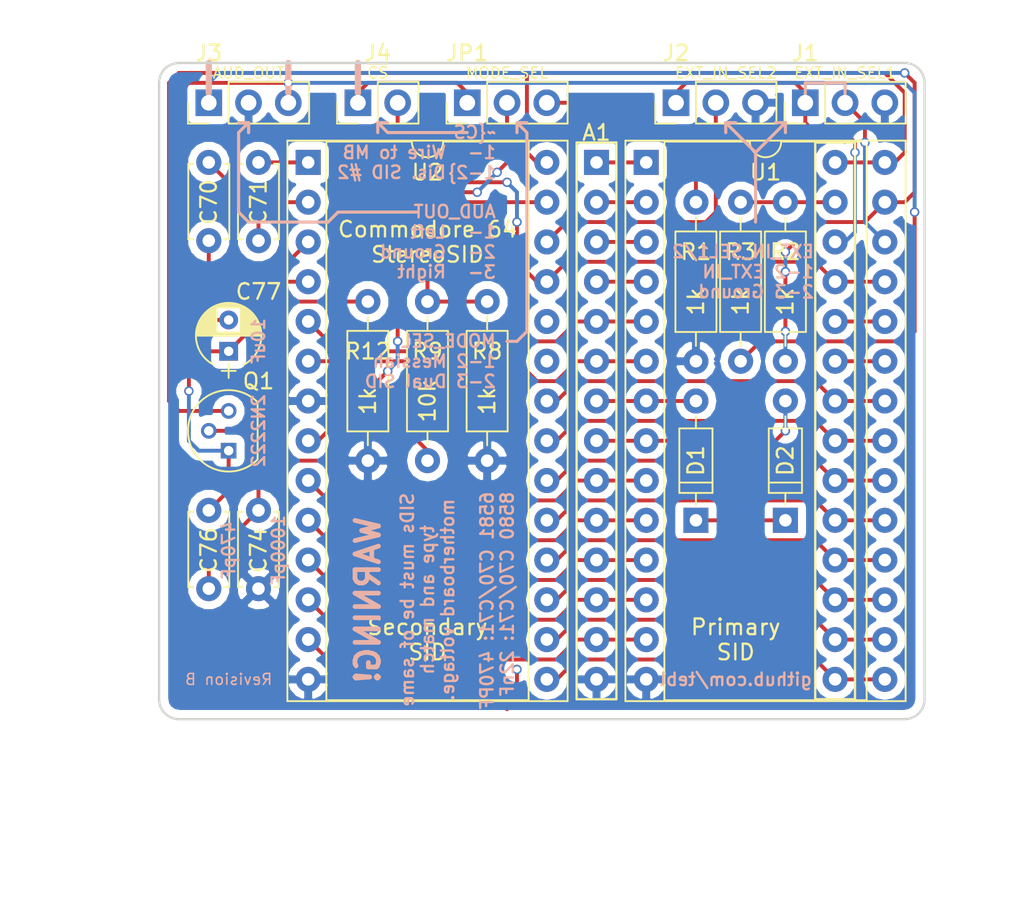
<source format=kicad_pcb>
(kicad_pcb (version 4) (host pcbnew 4.0.7)

  (general
    (links 83)
    (no_connects 1)
    (area 88.9 93.64 154.305001 151.130001)
    (thickness 1.6)
    (drawings 61)
    (tracks 276)
    (zones 0)
    (modules 22)
    (nets 43)
  )

  (page A4)
  (layers
    (0 F.Cu signal)
    (31 B.Cu signal)
    (32 B.Adhes user)
    (33 F.Adhes user)
    (34 B.Paste user)
    (35 F.Paste user)
    (36 B.SilkS user)
    (37 F.SilkS user)
    (38 B.Mask user)
    (39 F.Mask user)
    (40 Dwgs.User user)
    (41 Cmts.User user)
    (42 Eco1.User user)
    (43 Eco2.User user)
    (44 Edge.Cuts user)
    (45 Margin user)
    (46 B.CrtYd user)
    (47 F.CrtYd user)
    (48 B.Fab user)
    (49 F.Fab user)
  )

  (setup
    (last_trace_width 0.25)
    (trace_clearance 0.2)
    (zone_clearance 0.508)
    (zone_45_only no)
    (trace_min 0.2)
    (segment_width 0.2)
    (edge_width 0.15)
    (via_size 0.6)
    (via_drill 0.4)
    (via_min_size 0.4)
    (via_min_drill 0.3)
    (uvia_size 0.3)
    (uvia_drill 0.1)
    (uvias_allowed no)
    (uvia_min_size 0.2)
    (uvia_min_drill 0.1)
    (pcb_text_width 0.3)
    (pcb_text_size 1.5 1.5)
    (mod_edge_width 0.15)
    (mod_text_size 1 1)
    (mod_text_width 0.15)
    (pad_size 1.524 1.524)
    (pad_drill 0.762)
    (pad_to_mask_clearance 0.2)
    (aux_axis_origin 0 0)
    (visible_elements 7FFFFFFF)
    (pcbplotparams
      (layerselection 0x011fc_80000001)
      (usegerberextensions true)
      (excludeedgelayer true)
      (linewidth 0.100000)
      (plotframeref false)
      (viasonmask false)
      (mode 1)
      (useauxorigin false)
      (hpglpennumber 1)
      (hpglpenspeed 20)
      (hpglpendiameter 15)
      (hpglpenoverlay 2)
      (psnegative false)
      (psa4output false)
      (plotreference true)
      (plotvalue true)
      (plotinvisibletext false)
      (padsonsilk false)
      (subtractmaskfromsilk false)
      (outputformat 1)
      (mirror false)
      (drillshape 0)
      (scaleselection 1)
      (outputdirectory export))
  )

  (net 0 "")
  (net 1 /CAP_1A)
  (net 2 /D6)
  (net 3 /CAP_1B)
  (net 4 /D7)
  (net 5 /CAP_2A)
  (net 6 /POT_Y)
  (net 7 /CAP_2B)
  (net 8 /POT_X)
  (net 9 /~RESET)
  (net 10 VCC)
  (net 11 /Phi2)
  (net 12 /EXT_IN)
  (net 13 VDD)
  (net 14 /A0)
  (net 15 /A1)
  (net 16 /A2)
  (net 17 /A3)
  (net 18 /A4)
  (net 19 GND)
  (net 20 /D0)
  (net 21 /D1)
  (net 22 /D2)
  (net 23 /D3)
  (net 24 /D4)
  (net 25 /D5)
  (net 26 "Net-(C70-Pad1)")
  (net 27 "Net-(C70-Pad2)")
  (net 28 "Net-(C71-Pad1)")
  (net 29 "Net-(C71-Pad2)")
  (net 30 "Net-(C74-Pad1)")
  (net 31 EXT_IN1)
  (net 32 EXT_IN2)
  (net 33 "Net-(R8-Pad1)")
  (net 34 "Net-(C76-Pad1)")
  (net 35 ~CS1_IN)
  (net 36 ~CS2_IN)
  (net 37 ~CS2_IC)
  (net 38 R/~W)
  (net 39 AUD_OUT)
  (net 40 AUD_R)
  (net 41 "Net-(D1-Pad1)")
  (net 42 AUD_L)

  (net_class Default "This is the default net class."
    (clearance 0.2)
    (trace_width 0.25)
    (via_dia 0.6)
    (via_drill 0.4)
    (uvia_dia 0.3)
    (uvia_drill 0.1)
    (add_net /A0)
    (add_net /A1)
    (add_net /A2)
    (add_net /A3)
    (add_net /A4)
    (add_net /CAP_1A)
    (add_net /CAP_1B)
    (add_net /CAP_2A)
    (add_net /CAP_2B)
    (add_net /D0)
    (add_net /D1)
    (add_net /D2)
    (add_net /D3)
    (add_net /D4)
    (add_net /D5)
    (add_net /D6)
    (add_net /D7)
    (add_net /EXT_IN)
    (add_net /POT_X)
    (add_net /POT_Y)
    (add_net /Phi2)
    (add_net /~RESET)
    (add_net AUD_L)
    (add_net AUD_OUT)
    (add_net AUD_R)
    (add_net EXT_IN1)
    (add_net EXT_IN2)
    (add_net GND)
    (add_net "Net-(C70-Pad1)")
    (add_net "Net-(C70-Pad2)")
    (add_net "Net-(C71-Pad1)")
    (add_net "Net-(C71-Pad2)")
    (add_net "Net-(C74-Pad1)")
    (add_net "Net-(C76-Pad1)")
    (add_net "Net-(D1-Pad1)")
    (add_net "Net-(R8-Pad1)")
    (add_net R/~W)
    (add_net VCC)
    (add_net VDD)
    (add_net ~CS1_IN)
    (add_net ~CS2_IC)
    (add_net ~CS2_IN)
  )

  (module MOS_6581:MOS_6581_Adapter (layer F.Cu) (tedit 5D4B496F) (tstamp 5D193CAC)
    (at 127 104.14)
    (descr "40-lead though-hole mounted DIP package, row spacing 15.24 mm (600 mils)")
    (tags "THT DIP DIL PDIP 2.54mm 15.24mm 600mil")
    (path /5D192F1F)
    (fp_text reference A1 (at 0 -1.905) (layer F.SilkS)
      (effects (font (size 1 1) (thickness 0.15)))
    )
    (fp_text value SID_ADAPTER (at 0 -9.525 180) (layer F.Fab)
      (effects (font (size 1 1) (thickness 0.15)))
    )
    (fp_line (start 16.51 34.29) (end 16.51 -1.27) (layer F.SilkS) (width 0.15))
    (fp_line (start 13.97 -1.27) (end 13.97 34.29) (layer F.SilkS) (width 0.15))
    (fp_line (start 1.27 34.29) (end 1.27 -1.27) (layer F.SilkS) (width 0.15))
    (fp_line (start -1.27 -1.27) (end -1.27 34.29) (layer F.SilkS) (width 0.15))
    (fp_line (start 13.97 34.29) (end 16.51 34.29) (layer F.SilkS) (width 0.15))
    (fp_line (start -1.27 34.29) (end 1.27 34.29) (layer F.SilkS) (width 0.15))
    (fp_line (start 13.97 -1.27) (end 16.51 -1.27) (layer F.SilkS) (width 0.15))
    (fp_line (start -1.27 -1.27) (end 1.27 -1.27) (layer F.SilkS) (width 0.15))
    (fp_text user %R (at 15.24 -1.905) (layer F.Fab)
      (effects (font (size 1 1) (thickness 0.15)))
    )
    (pad 1 thru_hole rect (at 0 0) (size 1.6 1.6) (drill 0.8) (layers *.Cu *.Mask)
      (net 1 /CAP_1A))
    (pad 21 thru_hole oval (at 15.24 17.78) (size 1.6 1.6) (drill 0.8) (layers *.Cu *.Mask)
      (net 2 /D6))
    (pad 2 thru_hole oval (at 0 2.54) (size 1.6 1.6) (drill 0.8) (layers *.Cu *.Mask)
      (net 3 /CAP_1B))
    (pad 22 thru_hole oval (at 15.24 15.24) (size 1.6 1.6) (drill 0.8) (layers *.Cu *.Mask)
      (net 4 /D7))
    (pad 3 thru_hole oval (at 0 5.08) (size 1.6 1.6) (drill 0.8) (layers *.Cu *.Mask)
      (net 5 /CAP_2A))
    (pad 23 thru_hole oval (at 15.24 12.7) (size 1.6 1.6) (drill 0.8) (layers *.Cu *.Mask)
      (net 6 /POT_Y))
    (pad 4 thru_hole oval (at 0 7.62) (size 1.6 1.6) (drill 0.8) (layers *.Cu *.Mask)
      (net 7 /CAP_2B))
    (pad 24 thru_hole oval (at 15.24 10.16) (size 1.6 1.6) (drill 0.8) (layers *.Cu *.Mask)
      (net 8 /POT_X))
    (pad 5 thru_hole oval (at 0 10.16) (size 1.6 1.6) (drill 0.8) (layers *.Cu *.Mask)
      (net 9 /~RESET))
    (pad 25 thru_hole oval (at 15.24 7.62) (size 1.6 1.6) (drill 0.8) (layers *.Cu *.Mask)
      (net 10 VCC))
    (pad 6 thru_hole oval (at 0 12.7) (size 1.6 1.6) (drill 0.8) (layers *.Cu *.Mask)
      (net 11 /Phi2))
    (pad 26 thru_hole oval (at 15.24 5.08) (size 1.6 1.6) (drill 0.8) (layers *.Cu *.Mask)
      (net 12 /EXT_IN))
    (pad 7 thru_hole oval (at 0 15.24) (size 1.6 1.6) (drill 0.8) (layers *.Cu *.Mask)
      (net 38 R/~W))
    (pad 27 thru_hole oval (at 15.24 2.54) (size 1.6 1.6) (drill 0.8) (layers *.Cu *.Mask)
      (net 39 AUD_OUT))
    (pad 8 thru_hole oval (at 0 17.78) (size 1.6 1.6) (drill 0.8) (layers *.Cu *.Mask)
      (net 35 ~CS1_IN))
    (pad 28 thru_hole oval (at 15.24 0) (size 1.6 1.6) (drill 0.8) (layers *.Cu *.Mask)
      (net 13 VDD))
    (pad 9 thru_hole oval (at 0 20.32) (size 1.6 1.6) (drill 0.8) (layers *.Cu *.Mask)
      (net 14 /A0))
    (pad 10 thru_hole oval (at 0 22.86) (size 1.6 1.6) (drill 0.8) (layers *.Cu *.Mask)
      (net 15 /A1))
    (pad 11 thru_hole oval (at 0 25.4) (size 1.6 1.6) (drill 0.8) (layers *.Cu *.Mask)
      (net 16 /A2))
    (pad 12 thru_hole oval (at 0 27.94) (size 1.6 1.6) (drill 0.8) (layers *.Cu *.Mask)
      (net 17 /A3))
    (pad 13 thru_hole oval (at 0 30.48) (size 1.6 1.6) (drill 0.8) (layers *.Cu *.Mask)
      (net 18 /A4))
    (pad 14 thru_hole oval (at 0 33.02) (size 1.6 1.6) (drill 0.8) (layers *.Cu *.Mask)
      (net 19 GND))
    (pad 15 thru_hole oval (at 15.24 33.02) (size 1.6 1.6) (drill 0.8) (layers *.Cu *.Mask)
      (net 20 /D0))
    (pad 16 thru_hole oval (at 15.24 30.48) (size 1.6 1.6) (drill 0.8) (layers *.Cu *.Mask)
      (net 21 /D1))
    (pad 17 thru_hole oval (at 15.24 27.94) (size 1.6 1.6) (drill 0.8) (layers *.Cu *.Mask)
      (net 22 /D2))
    (pad 18 thru_hole oval (at 15.24 25.4) (size 1.6 1.6) (drill 0.8) (layers *.Cu *.Mask)
      (net 23 /D3))
    (pad 19 thru_hole oval (at 15.24 22.86) (size 1.6 1.6) (drill 0.8) (layers *.Cu *.Mask)
      (net 24 /D4))
    (pad 20 thru_hole oval (at 15.24 20.32) (size 1.6 1.6) (drill 0.8) (layers *.Cu *.Mask)
      (net 25 /D5))
    (model ${KISYS3DMOD}/Housings_DIP.3dshapes/DIP-40_W15.24mm.wrl
      (at (xyz 0 0 0))
      (scale (xyz 1 1 1))
      (rotate (xyz 0 0 0))
    )
  )

  (module Capacitors_THT:C_Disc_D4.7mm_W2.5mm_P5.00mm (layer F.Cu) (tedit 5D1937D3) (tstamp 5D193CB2)
    (at 102.235 104.14 270)
    (descr "C, Disc series, Radial, pin pitch=5.00mm, , diameter*width=4.7*2.5mm^2, Capacitor, http://www.vishay.com/docs/45233/krseries.pdf")
    (tags "C Disc series Radial pin pitch 5.00mm  diameter 4.7mm width 2.5mm Capacitor")
    (path /5D1979D4)
    (fp_text reference C70 (at 2.54 0 270) (layer F.SilkS)
      (effects (font (size 1 1) (thickness 0.15)))
    )
    (fp_text value 470pF* (at 2.5 2.56 270) (layer F.Fab)
      (effects (font (size 1 1) (thickness 0.15)))
    )
    (fp_line (start 0.15 -1.25) (end 0.15 1.25) (layer F.Fab) (width 0.1))
    (fp_line (start 0.15 1.25) (end 4.85 1.25) (layer F.Fab) (width 0.1))
    (fp_line (start 4.85 1.25) (end 4.85 -1.25) (layer F.Fab) (width 0.1))
    (fp_line (start 4.85 -1.25) (end 0.15 -1.25) (layer F.Fab) (width 0.1))
    (fp_line (start 0.09 -1.31) (end 4.91 -1.31) (layer F.SilkS) (width 0.12))
    (fp_line (start 0.09 1.31) (end 4.91 1.31) (layer F.SilkS) (width 0.12))
    (fp_line (start 0.09 -1.31) (end 0.09 -0.996) (layer F.SilkS) (width 0.12))
    (fp_line (start 0.09 0.996) (end 0.09 1.31) (layer F.SilkS) (width 0.12))
    (fp_line (start 4.91 -1.31) (end 4.91 -0.996) (layer F.SilkS) (width 0.12))
    (fp_line (start 4.91 0.996) (end 4.91 1.31) (layer F.SilkS) (width 0.12))
    (fp_line (start -1.05 -1.6) (end -1.05 1.6) (layer F.CrtYd) (width 0.05))
    (fp_line (start -1.05 1.6) (end 6.05 1.6) (layer F.CrtYd) (width 0.05))
    (fp_line (start 6.05 1.6) (end 6.05 -1.6) (layer F.CrtYd) (width 0.05))
    (fp_line (start 6.05 -1.6) (end -1.05 -1.6) (layer F.CrtYd) (width 0.05))
    (fp_text user %R (at 2.5 0 270) (layer F.Fab)
      (effects (font (size 1 1) (thickness 0.15)))
    )
    (pad 1 thru_hole circle (at 0 0 270) (size 1.6 1.6) (drill 0.8) (layers *.Cu *.Mask)
      (net 26 "Net-(C70-Pad1)"))
    (pad 2 thru_hole circle (at 5 0 270) (size 1.6 1.6) (drill 0.8) (layers *.Cu *.Mask)
      (net 27 "Net-(C70-Pad2)"))
    (model ${KISYS3DMOD}/Capacitors_THT.3dshapes/C_Disc_D4.7mm_W2.5mm_P5.00mm.wrl
      (at (xyz 0 0 0))
      (scale (xyz 1 1 1))
      (rotate (xyz 0 0 0))
    )
  )

  (module Capacitors_THT:C_Disc_D4.7mm_W2.5mm_P5.00mm (layer F.Cu) (tedit 5D1937CE) (tstamp 5D193CB8)
    (at 105.41 104.14 270)
    (descr "C, Disc series, Radial, pin pitch=5.00mm, , diameter*width=4.7*2.5mm^2, Capacitor, http://www.vishay.com/docs/45233/krseries.pdf")
    (tags "C Disc series Radial pin pitch 5.00mm  diameter 4.7mm width 2.5mm Capacitor")
    (path /5D19785E)
    (fp_text reference C71 (at 2.54 0 270) (layer F.SilkS)
      (effects (font (size 1 1) (thickness 0.15)))
    )
    (fp_text value 470pF* (at 2.5 2.56 270) (layer F.Fab)
      (effects (font (size 1 1) (thickness 0.15)))
    )
    (fp_line (start 0.15 -1.25) (end 0.15 1.25) (layer F.Fab) (width 0.1))
    (fp_line (start 0.15 1.25) (end 4.85 1.25) (layer F.Fab) (width 0.1))
    (fp_line (start 4.85 1.25) (end 4.85 -1.25) (layer F.Fab) (width 0.1))
    (fp_line (start 4.85 -1.25) (end 0.15 -1.25) (layer F.Fab) (width 0.1))
    (fp_line (start 0.09 -1.31) (end 4.91 -1.31) (layer F.SilkS) (width 0.12))
    (fp_line (start 0.09 1.31) (end 4.91 1.31) (layer F.SilkS) (width 0.12))
    (fp_line (start 0.09 -1.31) (end 0.09 -0.996) (layer F.SilkS) (width 0.12))
    (fp_line (start 0.09 0.996) (end 0.09 1.31) (layer F.SilkS) (width 0.12))
    (fp_line (start 4.91 -1.31) (end 4.91 -0.996) (layer F.SilkS) (width 0.12))
    (fp_line (start 4.91 0.996) (end 4.91 1.31) (layer F.SilkS) (width 0.12))
    (fp_line (start -1.05 -1.6) (end -1.05 1.6) (layer F.CrtYd) (width 0.05))
    (fp_line (start -1.05 1.6) (end 6.05 1.6) (layer F.CrtYd) (width 0.05))
    (fp_line (start 6.05 1.6) (end 6.05 -1.6) (layer F.CrtYd) (width 0.05))
    (fp_line (start 6.05 -1.6) (end -1.05 -1.6) (layer F.CrtYd) (width 0.05))
    (fp_text user %R (at 2.5 0 270) (layer F.Fab)
      (effects (font (size 1 1) (thickness 0.15)))
    )
    (pad 1 thru_hole circle (at 0 0 270) (size 1.6 1.6) (drill 0.8) (layers *.Cu *.Mask)
      (net 28 "Net-(C71-Pad1)"))
    (pad 2 thru_hole circle (at 5 0 270) (size 1.6 1.6) (drill 0.8) (layers *.Cu *.Mask)
      (net 29 "Net-(C71-Pad2)"))
    (model ${KISYS3DMOD}/Capacitors_THT.3dshapes/C_Disc_D4.7mm_W2.5mm_P5.00mm.wrl
      (at (xyz 0 0 0))
      (scale (xyz 1 1 1))
      (rotate (xyz 0 0 0))
    )
  )

  (module Capacitors_THT:C_Disc_D4.7mm_W2.5mm_P5.00mm (layer F.Cu) (tedit 5D19FA6E) (tstamp 5D193CBE)
    (at 105.41 126.365 270)
    (descr "C, Disc series, Radial, pin pitch=5.00mm, , diameter*width=4.7*2.5mm^2, Capacitor, http://www.vishay.com/docs/45233/krseries.pdf")
    (tags "C Disc series Radial pin pitch 5.00mm  diameter 4.7mm width 2.5mm Capacitor")
    (path /5D19AA12)
    (fp_text reference C74 (at 2.54 0 270) (layer F.SilkS)
      (effects (font (size 1 1) (thickness 0.15)))
    )
    (fp_text value 1000pF (at 2.54 -1.27 270) (layer B.SilkS)
      (effects (font (size 0.8 0.8) (thickness 0.15)) (justify mirror))
    )
    (fp_line (start 0.15 -1.25) (end 0.15 1.25) (layer F.Fab) (width 0.1))
    (fp_line (start 0.15 1.25) (end 4.85 1.25) (layer F.Fab) (width 0.1))
    (fp_line (start 4.85 1.25) (end 4.85 -1.25) (layer F.Fab) (width 0.1))
    (fp_line (start 4.85 -1.25) (end 0.15 -1.25) (layer F.Fab) (width 0.1))
    (fp_line (start 0.09 -1.31) (end 4.91 -1.31) (layer F.SilkS) (width 0.12))
    (fp_line (start 0.09 1.31) (end 4.91 1.31) (layer F.SilkS) (width 0.12))
    (fp_line (start 0.09 -1.31) (end 0.09 -0.996) (layer F.SilkS) (width 0.12))
    (fp_line (start 0.09 0.996) (end 0.09 1.31) (layer F.SilkS) (width 0.12))
    (fp_line (start 4.91 -1.31) (end 4.91 -0.996) (layer F.SilkS) (width 0.12))
    (fp_line (start 4.91 0.996) (end 4.91 1.31) (layer F.SilkS) (width 0.12))
    (fp_line (start -1.05 -1.6) (end -1.05 1.6) (layer F.CrtYd) (width 0.05))
    (fp_line (start -1.05 1.6) (end 6.05 1.6) (layer F.CrtYd) (width 0.05))
    (fp_line (start 6.05 1.6) (end 6.05 -1.6) (layer F.CrtYd) (width 0.05))
    (fp_line (start 6.05 -1.6) (end -1.05 -1.6) (layer F.CrtYd) (width 0.05))
    (fp_text user %R (at 2.5 0 270) (layer F.Fab)
      (effects (font (size 1 1) (thickness 0.15)))
    )
    (pad 1 thru_hole circle (at 0 0 270) (size 1.6 1.6) (drill 0.8) (layers *.Cu *.Mask)
      (net 30 "Net-(C74-Pad1)"))
    (pad 2 thru_hole circle (at 5 0 270) (size 1.6 1.6) (drill 0.8) (layers *.Cu *.Mask)
      (net 19 GND))
    (model ${KISYS3DMOD}/Capacitors_THT.3dshapes/C_Disc_D4.7mm_W2.5mm_P5.00mm.wrl
      (at (xyz 0 0 0))
      (scale (xyz 1 1 1))
      (rotate (xyz 0 0 0))
    )
  )

  (module Capacitors_THT:C_Disc_D4.7mm_W2.5mm_P5.00mm (layer F.Cu) (tedit 5D19FA70) (tstamp 5D193CC4)
    (at 102.235 126.365 270)
    (descr "C, Disc series, Radial, pin pitch=5.00mm, , diameter*width=4.7*2.5mm^2, Capacitor, http://www.vishay.com/docs/45233/krseries.pdf")
    (tags "C Disc series Radial pin pitch 5.00mm  diameter 4.7mm width 2.5mm Capacitor")
    (path /5D19A9A8)
    (fp_text reference C76 (at 2.54 0 270) (layer F.SilkS)
      (effects (font (size 1 1) (thickness 0.15)))
    )
    (fp_text value 470pF (at 2.54 -1.27 270) (layer B.SilkS)
      (effects (font (size 0.8 0.8) (thickness 0.15)) (justify mirror))
    )
    (fp_line (start 0.15 -1.25) (end 0.15 1.25) (layer F.Fab) (width 0.1))
    (fp_line (start 0.15 1.25) (end 4.85 1.25) (layer F.Fab) (width 0.1))
    (fp_line (start 4.85 1.25) (end 4.85 -1.25) (layer F.Fab) (width 0.1))
    (fp_line (start 4.85 -1.25) (end 0.15 -1.25) (layer F.Fab) (width 0.1))
    (fp_line (start 0.09 -1.31) (end 4.91 -1.31) (layer F.SilkS) (width 0.12))
    (fp_line (start 0.09 1.31) (end 4.91 1.31) (layer F.SilkS) (width 0.12))
    (fp_line (start 0.09 -1.31) (end 0.09 -0.996) (layer F.SilkS) (width 0.12))
    (fp_line (start 0.09 0.996) (end 0.09 1.31) (layer F.SilkS) (width 0.12))
    (fp_line (start 4.91 -1.31) (end 4.91 -0.996) (layer F.SilkS) (width 0.12))
    (fp_line (start 4.91 0.996) (end 4.91 1.31) (layer F.SilkS) (width 0.12))
    (fp_line (start -1.05 -1.6) (end -1.05 1.6) (layer F.CrtYd) (width 0.05))
    (fp_line (start -1.05 1.6) (end 6.05 1.6) (layer F.CrtYd) (width 0.05))
    (fp_line (start 6.05 1.6) (end 6.05 -1.6) (layer F.CrtYd) (width 0.05))
    (fp_line (start 6.05 -1.6) (end -1.05 -1.6) (layer F.CrtYd) (width 0.05))
    (fp_text user %R (at 2.5 0 270) (layer F.Fab)
      (effects (font (size 1 1) (thickness 0.15)))
    )
    (pad 1 thru_hole circle (at 0 0 270) (size 1.6 1.6) (drill 0.8) (layers *.Cu *.Mask)
      (net 34 "Net-(C76-Pad1)"))
    (pad 2 thru_hole circle (at 5 0 270) (size 1.6 1.6) (drill 0.8) (layers *.Cu *.Mask)
      (net 30 "Net-(C74-Pad1)"))
    (model ${KISYS3DMOD}/Capacitors_THT.3dshapes/C_Disc_D4.7mm_W2.5mm_P5.00mm.wrl
      (at (xyz 0 0 0))
      (scale (xyz 1 1 1))
      (rotate (xyz 0 0 0))
    )
  )

  (module Capacitors_THT:CP_Radial_D4.0mm_P2.00mm (layer F.Cu) (tedit 5D4B55CE) (tstamp 5D193CCA)
    (at 103.505 116.205 90)
    (descr "CP, Radial series, Radial, pin pitch=2.00mm, , diameter=4mm, Electrolytic Capacitor")
    (tags "CP Radial series Radial pin pitch 2.00mm  diameter 4mm Electrolytic Capacitor")
    (path /5D1A0D2D)
    (fp_text reference C77 (at 3.81 1.905 180) (layer F.SilkS)
      (effects (font (size 1 1) (thickness 0.15)))
    )
    (fp_text value 10uF (at 0.635 1.905 90) (layer B.SilkS)
      (effects (font (size 0.8 0.8) (thickness 0.15)) (justify mirror))
    )
    (fp_arc (start 1 0) (end -0.845996 -0.98) (angle 124.1) (layer F.SilkS) (width 0.12))
    (fp_arc (start 1 0) (end -0.845996 0.98) (angle -124.1) (layer F.SilkS) (width 0.12))
    (fp_arc (start 1 0) (end 2.845996 -0.98) (angle 55.9) (layer F.SilkS) (width 0.12))
    (fp_circle (center 1 0) (end 3 0) (layer F.Fab) (width 0.1))
    (fp_line (start -1.7 0) (end -0.8 0) (layer F.Fab) (width 0.1))
    (fp_line (start -1.25 -0.45) (end -1.25 0.45) (layer F.Fab) (width 0.1))
    (fp_line (start 1 -2.05) (end 1 2.05) (layer F.SilkS) (width 0.12))
    (fp_line (start 1.04 -2.05) (end 1.04 2.05) (layer F.SilkS) (width 0.12))
    (fp_line (start 1.08 -2.049) (end 1.08 2.049) (layer F.SilkS) (width 0.12))
    (fp_line (start 1.12 -2.047) (end 1.12 2.047) (layer F.SilkS) (width 0.12))
    (fp_line (start 1.16 -2.044) (end 1.16 2.044) (layer F.SilkS) (width 0.12))
    (fp_line (start 1.2 -2.041) (end 1.2 2.041) (layer F.SilkS) (width 0.12))
    (fp_line (start 1.24 -2.037) (end 1.24 -0.78) (layer F.SilkS) (width 0.12))
    (fp_line (start 1.24 0.78) (end 1.24 2.037) (layer F.SilkS) (width 0.12))
    (fp_line (start 1.28 -2.032) (end 1.28 -0.78) (layer F.SilkS) (width 0.12))
    (fp_line (start 1.28 0.78) (end 1.28 2.032) (layer F.SilkS) (width 0.12))
    (fp_line (start 1.32 -2.026) (end 1.32 -0.78) (layer F.SilkS) (width 0.12))
    (fp_line (start 1.32 0.78) (end 1.32 2.026) (layer F.SilkS) (width 0.12))
    (fp_line (start 1.36 -2.019) (end 1.36 -0.78) (layer F.SilkS) (width 0.12))
    (fp_line (start 1.36 0.78) (end 1.36 2.019) (layer F.SilkS) (width 0.12))
    (fp_line (start 1.4 -2.012) (end 1.4 -0.78) (layer F.SilkS) (width 0.12))
    (fp_line (start 1.4 0.78) (end 1.4 2.012) (layer F.SilkS) (width 0.12))
    (fp_line (start 1.44 -2.004) (end 1.44 -0.78) (layer F.SilkS) (width 0.12))
    (fp_line (start 1.44 0.78) (end 1.44 2.004) (layer F.SilkS) (width 0.12))
    (fp_line (start 1.48 -1.995) (end 1.48 -0.78) (layer F.SilkS) (width 0.12))
    (fp_line (start 1.48 0.78) (end 1.48 1.995) (layer F.SilkS) (width 0.12))
    (fp_line (start 1.52 -1.985) (end 1.52 -0.78) (layer F.SilkS) (width 0.12))
    (fp_line (start 1.52 0.78) (end 1.52 1.985) (layer F.SilkS) (width 0.12))
    (fp_line (start 1.56 -1.974) (end 1.56 -0.78) (layer F.SilkS) (width 0.12))
    (fp_line (start 1.56 0.78) (end 1.56 1.974) (layer F.SilkS) (width 0.12))
    (fp_line (start 1.6 -1.963) (end 1.6 -0.78) (layer F.SilkS) (width 0.12))
    (fp_line (start 1.6 0.78) (end 1.6 1.963) (layer F.SilkS) (width 0.12))
    (fp_line (start 1.64 -1.95) (end 1.64 -0.78) (layer F.SilkS) (width 0.12))
    (fp_line (start 1.64 0.78) (end 1.64 1.95) (layer F.SilkS) (width 0.12))
    (fp_line (start 1.68 -1.937) (end 1.68 -0.78) (layer F.SilkS) (width 0.12))
    (fp_line (start 1.68 0.78) (end 1.68 1.937) (layer F.SilkS) (width 0.12))
    (fp_line (start 1.721 -1.923) (end 1.721 -0.78) (layer F.SilkS) (width 0.12))
    (fp_line (start 1.721 0.78) (end 1.721 1.923) (layer F.SilkS) (width 0.12))
    (fp_line (start 1.761 -1.907) (end 1.761 -0.78) (layer F.SilkS) (width 0.12))
    (fp_line (start 1.761 0.78) (end 1.761 1.907) (layer F.SilkS) (width 0.12))
    (fp_line (start 1.801 -1.891) (end 1.801 -0.78) (layer F.SilkS) (width 0.12))
    (fp_line (start 1.801 0.78) (end 1.801 1.891) (layer F.SilkS) (width 0.12))
    (fp_line (start 1.841 -1.874) (end 1.841 -0.78) (layer F.SilkS) (width 0.12))
    (fp_line (start 1.841 0.78) (end 1.841 1.874) (layer F.SilkS) (width 0.12))
    (fp_line (start 1.881 -1.856) (end 1.881 -0.78) (layer F.SilkS) (width 0.12))
    (fp_line (start 1.881 0.78) (end 1.881 1.856) (layer F.SilkS) (width 0.12))
    (fp_line (start 1.921 -1.837) (end 1.921 -0.78) (layer F.SilkS) (width 0.12))
    (fp_line (start 1.921 0.78) (end 1.921 1.837) (layer F.SilkS) (width 0.12))
    (fp_line (start 1.961 -1.817) (end 1.961 -0.78) (layer F.SilkS) (width 0.12))
    (fp_line (start 1.961 0.78) (end 1.961 1.817) (layer F.SilkS) (width 0.12))
    (fp_line (start 2.001 -1.796) (end 2.001 -0.78) (layer F.SilkS) (width 0.12))
    (fp_line (start 2.001 0.78) (end 2.001 1.796) (layer F.SilkS) (width 0.12))
    (fp_line (start 2.041 -1.773) (end 2.041 -0.78) (layer F.SilkS) (width 0.12))
    (fp_line (start 2.041 0.78) (end 2.041 1.773) (layer F.SilkS) (width 0.12))
    (fp_line (start 2.081 -1.75) (end 2.081 -0.78) (layer F.SilkS) (width 0.12))
    (fp_line (start 2.081 0.78) (end 2.081 1.75) (layer F.SilkS) (width 0.12))
    (fp_line (start 2.121 -1.725) (end 2.121 -0.78) (layer F.SilkS) (width 0.12))
    (fp_line (start 2.121 0.78) (end 2.121 1.725) (layer F.SilkS) (width 0.12))
    (fp_line (start 2.161 -1.699) (end 2.161 -0.78) (layer F.SilkS) (width 0.12))
    (fp_line (start 2.161 0.78) (end 2.161 1.699) (layer F.SilkS) (width 0.12))
    (fp_line (start 2.201 -1.672) (end 2.201 -0.78) (layer F.SilkS) (width 0.12))
    (fp_line (start 2.201 0.78) (end 2.201 1.672) (layer F.SilkS) (width 0.12))
    (fp_line (start 2.241 -1.643) (end 2.241 -0.78) (layer F.SilkS) (width 0.12))
    (fp_line (start 2.241 0.78) (end 2.241 1.643) (layer F.SilkS) (width 0.12))
    (fp_line (start 2.281 -1.613) (end 2.281 -0.78) (layer F.SilkS) (width 0.12))
    (fp_line (start 2.281 0.78) (end 2.281 1.613) (layer F.SilkS) (width 0.12))
    (fp_line (start 2.321 -1.581) (end 2.321 -0.78) (layer F.SilkS) (width 0.12))
    (fp_line (start 2.321 0.78) (end 2.321 1.581) (layer F.SilkS) (width 0.12))
    (fp_line (start 2.361 -1.547) (end 2.361 -0.78) (layer F.SilkS) (width 0.12))
    (fp_line (start 2.361 0.78) (end 2.361 1.547) (layer F.SilkS) (width 0.12))
    (fp_line (start 2.401 -1.512) (end 2.401 -0.78) (layer F.SilkS) (width 0.12))
    (fp_line (start 2.401 0.78) (end 2.401 1.512) (layer F.SilkS) (width 0.12))
    (fp_line (start 2.441 -1.475) (end 2.441 -0.78) (layer F.SilkS) (width 0.12))
    (fp_line (start 2.441 0.78) (end 2.441 1.475) (layer F.SilkS) (width 0.12))
    (fp_line (start 2.481 -1.436) (end 2.481 -0.78) (layer F.SilkS) (width 0.12))
    (fp_line (start 2.481 0.78) (end 2.481 1.436) (layer F.SilkS) (width 0.12))
    (fp_line (start 2.521 -1.395) (end 2.521 -0.78) (layer F.SilkS) (width 0.12))
    (fp_line (start 2.521 0.78) (end 2.521 1.395) (layer F.SilkS) (width 0.12))
    (fp_line (start 2.561 -1.351) (end 2.561 -0.78) (layer F.SilkS) (width 0.12))
    (fp_line (start 2.561 0.78) (end 2.561 1.351) (layer F.SilkS) (width 0.12))
    (fp_line (start 2.601 -1.305) (end 2.601 -0.78) (layer F.SilkS) (width 0.12))
    (fp_line (start 2.601 0.78) (end 2.601 1.305) (layer F.SilkS) (width 0.12))
    (fp_line (start 2.641 -1.256) (end 2.641 -0.78) (layer F.SilkS) (width 0.12))
    (fp_line (start 2.641 0.78) (end 2.641 1.256) (layer F.SilkS) (width 0.12))
    (fp_line (start 2.681 -1.204) (end 2.681 -0.78) (layer F.SilkS) (width 0.12))
    (fp_line (start 2.681 0.78) (end 2.681 1.204) (layer F.SilkS) (width 0.12))
    (fp_line (start 2.721 -1.148) (end 2.721 -0.78) (layer F.SilkS) (width 0.12))
    (fp_line (start 2.721 0.78) (end 2.721 1.148) (layer F.SilkS) (width 0.12))
    (fp_line (start 2.761 -1.088) (end 2.761 -0.78) (layer F.SilkS) (width 0.12))
    (fp_line (start 2.761 0.78) (end 2.761 1.088) (layer F.SilkS) (width 0.12))
    (fp_line (start 2.801 -1.023) (end 2.801 1.023) (layer F.SilkS) (width 0.12))
    (fp_line (start 2.841 -0.952) (end 2.841 0.952) (layer F.SilkS) (width 0.12))
    (fp_line (start 2.881 -0.874) (end 2.881 0.874) (layer F.SilkS) (width 0.12))
    (fp_line (start 2.921 -0.786) (end 2.921 0.786) (layer F.SilkS) (width 0.12))
    (fp_line (start 2.961 -0.686) (end 2.961 0.686) (layer F.SilkS) (width 0.12))
    (fp_line (start 3.001 -0.567) (end 3.001 0.567) (layer F.SilkS) (width 0.12))
    (fp_line (start 3.041 -0.415) (end 3.041 0.415) (layer F.SilkS) (width 0.12))
    (fp_line (start 3.081 -0.165) (end 3.081 0.165) (layer F.SilkS) (width 0.12))
    (fp_line (start -1.7 0) (end -0.8 0) (layer F.SilkS) (width 0.12))
    (fp_line (start -1.25 -0.45) (end -1.25 0.45) (layer F.SilkS) (width 0.12))
    (fp_line (start -1.35 -2.35) (end -1.35 2.35) (layer F.CrtYd) (width 0.05))
    (fp_line (start -1.35 2.35) (end 3.35 2.35) (layer F.CrtYd) (width 0.05))
    (fp_line (start 3.35 2.35) (end 3.35 -2.35) (layer F.CrtYd) (width 0.05))
    (fp_line (start 3.35 -2.35) (end -1.35 -2.35) (layer F.CrtYd) (width 0.05))
    (fp_text user %R (at 1 0 90) (layer F.Fab)
      (effects (font (size 1 1) (thickness 0.15)))
    )
    (pad 1 thru_hole rect (at 0 0 90) (size 1.2 1.2) (drill 0.6) (layers *.Cu *.Mask)
      (net 34 "Net-(C76-Pad1)"))
    (pad 2 thru_hole circle (at 2 0 90) (size 1.2 1.2) (drill 0.6) (layers *.Cu *.Mask)
      (net 40 AUD_R))
    (model ${KISYS3DMOD}/Capacitors_THT.3dshapes/CP_Radial_D4.0mm_P2.00mm.wrl
      (at (xyz 0 0 0))
      (scale (xyz 1 1 1))
      (rotate (xyz 0 0 0))
    )
  )

  (module Pin_Headers:Pin_Header_Straight_1x03_Pitch2.54mm (layer F.Cu) (tedit 5D19F21E) (tstamp 5D193CD1)
    (at 140.335 100.33 90)
    (descr "Through hole straight pin header, 1x03, 2.54mm pitch, single row")
    (tags "Through hole pin header THT 1x03 2.54mm single row")
    (path /5D1944E7)
    (fp_text reference J1 (at 3.175 0 180) (layer F.SilkS)
      (effects (font (size 1 1) (thickness 0.15)))
    )
    (fp_text value EXT_IN_SEL1 (at 1.905 2.54 180) (layer F.SilkS)
      (effects (font (size 0.7 0.7) (thickness 0.1)))
    )
    (fp_line (start -0.635 -1.27) (end 1.27 -1.27) (layer F.Fab) (width 0.1))
    (fp_line (start 1.27 -1.27) (end 1.27 6.35) (layer F.Fab) (width 0.1))
    (fp_line (start 1.27 6.35) (end -1.27 6.35) (layer F.Fab) (width 0.1))
    (fp_line (start -1.27 6.35) (end -1.27 -0.635) (layer F.Fab) (width 0.1))
    (fp_line (start -1.27 -0.635) (end -0.635 -1.27) (layer F.Fab) (width 0.1))
    (fp_line (start -1.33 6.41) (end 1.33 6.41) (layer F.SilkS) (width 0.12))
    (fp_line (start -1.33 1.27) (end -1.33 6.41) (layer F.SilkS) (width 0.12))
    (fp_line (start 1.33 1.27) (end 1.33 6.41) (layer F.SilkS) (width 0.12))
    (fp_line (start -1.33 1.27) (end 1.33 1.27) (layer F.SilkS) (width 0.12))
    (fp_line (start -1.33 0) (end -1.33 -1.33) (layer F.SilkS) (width 0.12))
    (fp_line (start -1.33 -1.33) (end 0 -1.33) (layer F.SilkS) (width 0.12))
    (fp_line (start -1.8 -1.8) (end -1.8 6.85) (layer F.CrtYd) (width 0.05))
    (fp_line (start -1.8 6.85) (end 1.8 6.85) (layer F.CrtYd) (width 0.05))
    (fp_line (start 1.8 6.85) (end 1.8 -1.8) (layer F.CrtYd) (width 0.05))
    (fp_line (start 1.8 -1.8) (end -1.8 -1.8) (layer F.CrtYd) (width 0.05))
    (fp_text user %R (at 0 2.54 180) (layer F.Fab)
      (effects (font (size 1 1) (thickness 0.15)))
    )
    (pad 1 thru_hole rect (at 0 0 90) (size 1.7 1.7) (drill 1) (layers *.Cu *.Mask)
      (net 12 /EXT_IN))
    (pad 2 thru_hole oval (at 0 2.54 90) (size 1.7 1.7) (drill 1) (layers *.Cu *.Mask)
      (net 31 EXT_IN1))
    (pad 3 thru_hole oval (at 0 5.08 90) (size 1.7 1.7) (drill 1) (layers *.Cu *.Mask)
      (net 19 GND))
    (model ${KISYS3DMOD}/Pin_Headers.3dshapes/Pin_Header_Straight_1x03_Pitch2.54mm.wrl
      (at (xyz 0 0 0))
      (scale (xyz 1 1 1))
      (rotate (xyz 0 0 0))
    )
  )

  (module Pin_Headers:Pin_Header_Straight_1x03_Pitch2.54mm (layer F.Cu) (tedit 5D19F1F1) (tstamp 5D193CD8)
    (at 132.08 100.33 90)
    (descr "Through hole straight pin header, 1x03, 2.54mm pitch, single row")
    (tags "Through hole pin header THT 1x03 2.54mm single row")
    (path /5D194DC1)
    (fp_text reference J2 (at 3.175 0 180) (layer F.SilkS)
      (effects (font (size 1 1) (thickness 0.15)))
    )
    (fp_text value EXT_IN_SEL2 (at 1.905 3.175 180) (layer F.SilkS)
      (effects (font (size 0.7 0.7) (thickness 0.1)))
    )
    (fp_line (start -0.635 -1.27) (end 1.27 -1.27) (layer F.Fab) (width 0.1))
    (fp_line (start 1.27 -1.27) (end 1.27 6.35) (layer F.Fab) (width 0.1))
    (fp_line (start 1.27 6.35) (end -1.27 6.35) (layer F.Fab) (width 0.1))
    (fp_line (start -1.27 6.35) (end -1.27 -0.635) (layer F.Fab) (width 0.1))
    (fp_line (start -1.27 -0.635) (end -0.635 -1.27) (layer F.Fab) (width 0.1))
    (fp_line (start -1.33 6.41) (end 1.33 6.41) (layer F.SilkS) (width 0.12))
    (fp_line (start -1.33 1.27) (end -1.33 6.41) (layer F.SilkS) (width 0.12))
    (fp_line (start 1.33 1.27) (end 1.33 6.41) (layer F.SilkS) (width 0.12))
    (fp_line (start -1.33 1.27) (end 1.33 1.27) (layer F.SilkS) (width 0.12))
    (fp_line (start -1.33 0) (end -1.33 -1.33) (layer F.SilkS) (width 0.12))
    (fp_line (start -1.33 -1.33) (end 0 -1.33) (layer F.SilkS) (width 0.12))
    (fp_line (start -1.8 -1.8) (end -1.8 6.85) (layer F.CrtYd) (width 0.05))
    (fp_line (start -1.8 6.85) (end 1.8 6.85) (layer F.CrtYd) (width 0.05))
    (fp_line (start 1.8 6.85) (end 1.8 -1.8) (layer F.CrtYd) (width 0.05))
    (fp_line (start 1.8 -1.8) (end -1.8 -1.8) (layer F.CrtYd) (width 0.05))
    (fp_text user %R (at 0 2.54 180) (layer F.Fab)
      (effects (font (size 1 1) (thickness 0.15)))
    )
    (pad 1 thru_hole rect (at 0 0 90) (size 1.7 1.7) (drill 1) (layers *.Cu *.Mask)
      (net 12 /EXT_IN))
    (pad 2 thru_hole oval (at 0 2.54 90) (size 1.7 1.7) (drill 1) (layers *.Cu *.Mask)
      (net 32 EXT_IN2))
    (pad 3 thru_hole oval (at 0 5.08 90) (size 1.7 1.7) (drill 1) (layers *.Cu *.Mask)
      (net 19 GND))
    (model ${KISYS3DMOD}/Pin_Headers.3dshapes/Pin_Header_Straight_1x03_Pitch2.54mm.wrl
      (at (xyz 0 0 0))
      (scale (xyz 1 1 1))
      (rotate (xyz 0 0 0))
    )
  )

  (module TO_SOT_Packages_THT:TO-92_Molded_Narrow (layer F.Cu) (tedit 5D4B55CC) (tstamp 5D193CEA)
    (at 103.505 122.555 90)
    (descr "TO-92 leads molded, narrow, drill 0.6mm (see NXP sot054_po.pdf)")
    (tags "to-92 sc-43 sc-43a sot54 PA33 transistor")
    (path /5D19A1D7)
    (fp_text reference Q1 (at 4.445 1.905 180) (layer F.SilkS)
      (effects (font (size 1 1) (thickness 0.15)))
    )
    (fp_text value 2N2222 (at 1.27 1.905 90) (layer B.SilkS)
      (effects (font (size 0.8 0.8) (thickness 0.15)) (justify mirror))
    )
    (fp_text user %R (at 1.27 -5.715 180) (layer F.Fab)
      (effects (font (size 1 1) (thickness 0.15)))
    )
    (fp_line (start -0.53 1.85) (end 3.07 1.85) (layer F.SilkS) (width 0.12))
    (fp_line (start -0.5 1.75) (end 3 1.75) (layer F.Fab) (width 0.1))
    (fp_line (start -1.46 -2.73) (end 4 -2.73) (layer F.CrtYd) (width 0.05))
    (fp_line (start -1.46 -2.73) (end -1.46 2.01) (layer F.CrtYd) (width 0.05))
    (fp_line (start 4 2.01) (end 4 -2.73) (layer F.CrtYd) (width 0.05))
    (fp_line (start 4 2.01) (end -1.46 2.01) (layer F.CrtYd) (width 0.05))
    (fp_arc (start 1.27 0) (end 1.27 -2.48) (angle 135) (layer F.Fab) (width 0.1))
    (fp_arc (start 1.27 0) (end 1.27 -2.6) (angle -135) (layer F.SilkS) (width 0.12))
    (fp_arc (start 1.27 0) (end 1.27 -2.48) (angle -135) (layer F.Fab) (width 0.1))
    (fp_arc (start 1.27 0) (end 1.27 -2.6) (angle 135) (layer F.SilkS) (width 0.12))
    (pad 2 thru_hole circle (at 1.27 -1.27 180) (size 1 1) (drill 0.6) (layers *.Cu *.Mask)
      (net 30 "Net-(C74-Pad1)"))
    (pad 3 thru_hole circle (at 2.54 0 180) (size 1 1) (drill 0.6) (layers *.Cu *.Mask)
      (net 13 VDD))
    (pad 1 thru_hole rect (at 0 0 180) (size 1 1) (drill 0.6) (layers *.Cu *.Mask)
      (net 34 "Net-(C76-Pad1)"))
    (model ${KISYS3DMOD}/TO_SOT_Packages_THT.3dshapes/TO-92_Molded_Narrow.wrl
      (at (xyz 0.05 0 0))
      (scale (xyz 1 1 1))
      (rotate (xyz 0 0 -90))
    )
  )

  (module Resistors_THT:R_Axial_DIN0207_L6.3mm_D2.5mm_P10.16mm_Horizontal (layer F.Cu) (tedit 5D194869) (tstamp 5D193CF0)
    (at 120.015 113.03 270)
    (descr "Resistor, Axial_DIN0207 series, Axial, Horizontal, pin pitch=10.16mm, 0.25W = 1/4W, length*diameter=6.3*2.5mm^2, http://cdn-reichelt.de/documents/datenblatt/B400/1_4W%23YAG.pdf")
    (tags "Resistor Axial_DIN0207 series Axial Horizontal pin pitch 10.16mm 0.25W = 1/4W length 6.3mm diameter 2.5mm")
    (path /5D1999B1)
    (fp_text reference R8 (at 3.175 0 360) (layer F.SilkS)
      (effects (font (size 1 1) (thickness 0.15)))
    )
    (fp_text value 1k (at 6.35 0 270) (layer F.SilkS)
      (effects (font (size 1 1) (thickness 0.15)))
    )
    (fp_line (start 1.93 -1.25) (end 1.93 1.25) (layer F.Fab) (width 0.1))
    (fp_line (start 1.93 1.25) (end 8.23 1.25) (layer F.Fab) (width 0.1))
    (fp_line (start 8.23 1.25) (end 8.23 -1.25) (layer F.Fab) (width 0.1))
    (fp_line (start 8.23 -1.25) (end 1.93 -1.25) (layer F.Fab) (width 0.1))
    (fp_line (start 0 0) (end 1.93 0) (layer F.Fab) (width 0.1))
    (fp_line (start 10.16 0) (end 8.23 0) (layer F.Fab) (width 0.1))
    (fp_line (start 1.87 -1.31) (end 1.87 1.31) (layer F.SilkS) (width 0.12))
    (fp_line (start 1.87 1.31) (end 8.29 1.31) (layer F.SilkS) (width 0.12))
    (fp_line (start 8.29 1.31) (end 8.29 -1.31) (layer F.SilkS) (width 0.12))
    (fp_line (start 8.29 -1.31) (end 1.87 -1.31) (layer F.SilkS) (width 0.12))
    (fp_line (start 0.98 0) (end 1.87 0) (layer F.SilkS) (width 0.12))
    (fp_line (start 9.18 0) (end 8.29 0) (layer F.SilkS) (width 0.12))
    (fp_line (start -1.05 -1.6) (end -1.05 1.6) (layer F.CrtYd) (width 0.05))
    (fp_line (start -1.05 1.6) (end 11.25 1.6) (layer F.CrtYd) (width 0.05))
    (fp_line (start 11.25 1.6) (end 11.25 -1.6) (layer F.CrtYd) (width 0.05))
    (fp_line (start 11.25 -1.6) (end -1.05 -1.6) (layer F.CrtYd) (width 0.05))
    (pad 1 thru_hole circle (at 0 0 270) (size 1.6 1.6) (drill 0.8) (layers *.Cu *.Mask)
      (net 33 "Net-(R8-Pad1)"))
    (pad 2 thru_hole oval (at 10.16 0 270) (size 1.6 1.6) (drill 0.8) (layers *.Cu *.Mask)
      (net 19 GND))
    (model ${KISYS3DMOD}/Resistors_THT.3dshapes/R_Axial_DIN0207_L6.3mm_D2.5mm_P10.16mm_Horizontal.wrl
      (at (xyz 0 0 0))
      (scale (xyz 0.393701 0.393701 0.393701))
      (rotate (xyz 0 0 0))
    )
  )

  (module Resistors_THT:R_Axial_DIN0207_L6.3mm_D2.5mm_P10.16mm_Horizontal (layer F.Cu) (tedit 5D194863) (tstamp 5D193CF6)
    (at 116.205 113.03 270)
    (descr "Resistor, Axial_DIN0207 series, Axial, Horizontal, pin pitch=10.16mm, 0.25W = 1/4W, length*diameter=6.3*2.5mm^2, http://cdn-reichelt.de/documents/datenblatt/B400/1_4W%23YAG.pdf")
    (tags "Resistor Axial_DIN0207 series Axial Horizontal pin pitch 10.16mm 0.25W = 1/4W length 6.3mm diameter 2.5mm")
    (path /5D199A05)
    (fp_text reference R9 (at 3.175 0 360) (layer F.SilkS)
      (effects (font (size 1 1) (thickness 0.15)))
    )
    (fp_text value 10k (at 6.35 0 270) (layer F.SilkS)
      (effects (font (size 1 1) (thickness 0.15)))
    )
    (fp_line (start 1.93 -1.25) (end 1.93 1.25) (layer F.Fab) (width 0.1))
    (fp_line (start 1.93 1.25) (end 8.23 1.25) (layer F.Fab) (width 0.1))
    (fp_line (start 8.23 1.25) (end 8.23 -1.25) (layer F.Fab) (width 0.1))
    (fp_line (start 8.23 -1.25) (end 1.93 -1.25) (layer F.Fab) (width 0.1))
    (fp_line (start 0 0) (end 1.93 0) (layer F.Fab) (width 0.1))
    (fp_line (start 10.16 0) (end 8.23 0) (layer F.Fab) (width 0.1))
    (fp_line (start 1.87 -1.31) (end 1.87 1.31) (layer F.SilkS) (width 0.12))
    (fp_line (start 1.87 1.31) (end 8.29 1.31) (layer F.SilkS) (width 0.12))
    (fp_line (start 8.29 1.31) (end 8.29 -1.31) (layer F.SilkS) (width 0.12))
    (fp_line (start 8.29 -1.31) (end 1.87 -1.31) (layer F.SilkS) (width 0.12))
    (fp_line (start 0.98 0) (end 1.87 0) (layer F.SilkS) (width 0.12))
    (fp_line (start 9.18 0) (end 8.29 0) (layer F.SilkS) (width 0.12))
    (fp_line (start -1.05 -1.6) (end -1.05 1.6) (layer F.CrtYd) (width 0.05))
    (fp_line (start -1.05 1.6) (end 11.25 1.6) (layer F.CrtYd) (width 0.05))
    (fp_line (start 11.25 1.6) (end 11.25 -1.6) (layer F.CrtYd) (width 0.05))
    (fp_line (start 11.25 -1.6) (end -1.05 -1.6) (layer F.CrtYd) (width 0.05))
    (pad 1 thru_hole circle (at 0 0 270) (size 1.6 1.6) (drill 0.8) (layers *.Cu *.Mask)
      (net 33 "Net-(R8-Pad1)"))
    (pad 2 thru_hole oval (at 10.16 0 270) (size 1.6 1.6) (drill 0.8) (layers *.Cu *.Mask)
      (net 30 "Net-(C74-Pad1)"))
    (model ${KISYS3DMOD}/Resistors_THT.3dshapes/R_Axial_DIN0207_L6.3mm_D2.5mm_P10.16mm_Horizontal.wrl
      (at (xyz 0 0 0))
      (scale (xyz 0.393701 0.393701 0.393701))
      (rotate (xyz 0 0 0))
    )
  )

  (module Resistors_THT:R_Axial_DIN0207_L6.3mm_D2.5mm_P10.16mm_Horizontal (layer F.Cu) (tedit 5D19485D) (tstamp 5D193CFC)
    (at 112.395 113.03 270)
    (descr "Resistor, Axial_DIN0207 series, Axial, Horizontal, pin pitch=10.16mm, 0.25W = 1/4W, length*diameter=6.3*2.5mm^2, http://cdn-reichelt.de/documents/datenblatt/B400/1_4W%23YAG.pdf")
    (tags "Resistor Axial_DIN0207 series Axial Horizontal pin pitch 10.16mm 0.25W = 1/4W length 6.3mm diameter 2.5mm")
    (path /5D199A4A)
    (fp_text reference R12 (at 3.175 0 360) (layer F.SilkS)
      (effects (font (size 1 1) (thickness 0.15)))
    )
    (fp_text value 1k (at 6.35 0 270) (layer F.SilkS)
      (effects (font (size 1 1) (thickness 0.15)))
    )
    (fp_line (start 1.93 -1.25) (end 1.93 1.25) (layer F.Fab) (width 0.1))
    (fp_line (start 1.93 1.25) (end 8.23 1.25) (layer F.Fab) (width 0.1))
    (fp_line (start 8.23 1.25) (end 8.23 -1.25) (layer F.Fab) (width 0.1))
    (fp_line (start 8.23 -1.25) (end 1.93 -1.25) (layer F.Fab) (width 0.1))
    (fp_line (start 0 0) (end 1.93 0) (layer F.Fab) (width 0.1))
    (fp_line (start 10.16 0) (end 8.23 0) (layer F.Fab) (width 0.1))
    (fp_line (start 1.87 -1.31) (end 1.87 1.31) (layer F.SilkS) (width 0.12))
    (fp_line (start 1.87 1.31) (end 8.29 1.31) (layer F.SilkS) (width 0.12))
    (fp_line (start 8.29 1.31) (end 8.29 -1.31) (layer F.SilkS) (width 0.12))
    (fp_line (start 8.29 -1.31) (end 1.87 -1.31) (layer F.SilkS) (width 0.12))
    (fp_line (start 0.98 0) (end 1.87 0) (layer F.SilkS) (width 0.12))
    (fp_line (start 9.18 0) (end 8.29 0) (layer F.SilkS) (width 0.12))
    (fp_line (start -1.05 -1.6) (end -1.05 1.6) (layer F.CrtYd) (width 0.05))
    (fp_line (start -1.05 1.6) (end 11.25 1.6) (layer F.CrtYd) (width 0.05))
    (fp_line (start 11.25 1.6) (end 11.25 -1.6) (layer F.CrtYd) (width 0.05))
    (fp_line (start 11.25 -1.6) (end -1.05 -1.6) (layer F.CrtYd) (width 0.05))
    (pad 1 thru_hole circle (at 0 0 270) (size 1.6 1.6) (drill 0.8) (layers *.Cu *.Mask)
      (net 34 "Net-(C76-Pad1)"))
    (pad 2 thru_hole oval (at 10.16 0 270) (size 1.6 1.6) (drill 0.8) (layers *.Cu *.Mask)
      (net 19 GND))
    (model ${KISYS3DMOD}/Resistors_THT.3dshapes/R_Axial_DIN0207_L6.3mm_D2.5mm_P10.16mm_Horizontal.wrl
      (at (xyz 0 0 0))
      (scale (xyz 0.393701 0.393701 0.393701))
      (rotate (xyz 0 0 0))
    )
  )

  (module Housings_DIP:DIP-28_W15.24mm_Socket (layer F.Cu) (tedit 5D4B5158) (tstamp 5D193D1C)
    (at 130.175 104.14)
    (descr "28-lead though-hole mounted DIP package, row spacing 15.24 mm (600 mils), Socket")
    (tags "THT DIP DIL PDIP 2.54mm 15.24mm 600mil Socket")
    (path /5D192ABD)
    (fp_text reference U1 (at 7.62 0.635) (layer F.SilkS)
      (effects (font (size 1 1) (thickness 0.15)))
    )
    (fp_text value MOS_6581 (at 7.62 4.445) (layer F.Fab)
      (effects (font (size 1 1) (thickness 0.15)))
    )
    (fp_arc (start 7.62 -1.33) (end 6.62 -1.33) (angle -180) (layer F.SilkS) (width 0.12))
    (fp_line (start 1.255 -1.27) (end 14.985 -1.27) (layer F.Fab) (width 0.1))
    (fp_line (start 14.985 -1.27) (end 14.985 34.29) (layer F.Fab) (width 0.1))
    (fp_line (start 14.985 34.29) (end 0.255 34.29) (layer F.Fab) (width 0.1))
    (fp_line (start 0.255 34.29) (end 0.255 -0.27) (layer F.Fab) (width 0.1))
    (fp_line (start 0.255 -0.27) (end 1.255 -1.27) (layer F.Fab) (width 0.1))
    (fp_line (start -1.27 -1.33) (end -1.27 34.35) (layer F.Fab) (width 0.1))
    (fp_line (start -1.27 34.35) (end 16.51 34.35) (layer F.Fab) (width 0.1))
    (fp_line (start 16.51 34.35) (end 16.51 -1.33) (layer F.Fab) (width 0.1))
    (fp_line (start 16.51 -1.33) (end -1.27 -1.33) (layer F.Fab) (width 0.1))
    (fp_line (start 6.62 -1.33) (end 1.16 -1.33) (layer F.SilkS) (width 0.12))
    (fp_line (start 1.16 -1.33) (end 1.16 34.35) (layer F.SilkS) (width 0.12))
    (fp_line (start 1.16 34.35) (end 14.08 34.35) (layer F.SilkS) (width 0.12))
    (fp_line (start 14.08 34.35) (end 14.08 -1.33) (layer F.SilkS) (width 0.12))
    (fp_line (start 14.08 -1.33) (end 8.62 -1.33) (layer F.SilkS) (width 0.12))
    (fp_line (start -1.33 -1.39) (end -1.33 34.41) (layer F.SilkS) (width 0.12))
    (fp_line (start -1.33 34.41) (end 16.57 34.41) (layer F.SilkS) (width 0.12))
    (fp_line (start 16.57 34.41) (end 16.57 -1.39) (layer F.SilkS) (width 0.12))
    (fp_line (start 16.57 -1.39) (end -1.33 -1.39) (layer F.SilkS) (width 0.12))
    (fp_line (start -1.55 -1.6) (end -1.55 34.65) (layer F.CrtYd) (width 0.05))
    (fp_line (start -1.55 34.65) (end 16.8 34.65) (layer F.CrtYd) (width 0.05))
    (fp_line (start 16.8 34.65) (end 16.8 -1.6) (layer F.CrtYd) (width 0.05))
    (fp_line (start 16.8 -1.6) (end -1.55 -1.6) (layer F.CrtYd) (width 0.05))
    (fp_text user %R (at 7.62 0.635) (layer F.Fab)
      (effects (font (size 1 1) (thickness 0.15)))
    )
    (pad 1 thru_hole rect (at 0 0) (size 1.6 1.6) (drill 0.8) (layers *.Cu *.Mask)
      (net 1 /CAP_1A))
    (pad 15 thru_hole oval (at 15.24 33.02) (size 1.6 1.6) (drill 0.8) (layers *.Cu *.Mask)
      (net 20 /D0))
    (pad 2 thru_hole oval (at 0 2.54) (size 1.6 1.6) (drill 0.8) (layers *.Cu *.Mask)
      (net 3 /CAP_1B))
    (pad 16 thru_hole oval (at 15.24 30.48) (size 1.6 1.6) (drill 0.8) (layers *.Cu *.Mask)
      (net 21 /D1))
    (pad 3 thru_hole oval (at 0 5.08) (size 1.6 1.6) (drill 0.8) (layers *.Cu *.Mask)
      (net 5 /CAP_2A))
    (pad 17 thru_hole oval (at 15.24 27.94) (size 1.6 1.6) (drill 0.8) (layers *.Cu *.Mask)
      (net 22 /D2))
    (pad 4 thru_hole oval (at 0 7.62) (size 1.6 1.6) (drill 0.8) (layers *.Cu *.Mask)
      (net 7 /CAP_2B))
    (pad 18 thru_hole oval (at 15.24 25.4) (size 1.6 1.6) (drill 0.8) (layers *.Cu *.Mask)
      (net 23 /D3))
    (pad 5 thru_hole oval (at 0 10.16) (size 1.6 1.6) (drill 0.8) (layers *.Cu *.Mask)
      (net 9 /~RESET))
    (pad 19 thru_hole oval (at 15.24 22.86) (size 1.6 1.6) (drill 0.8) (layers *.Cu *.Mask)
      (net 24 /D4))
    (pad 6 thru_hole oval (at 0 12.7) (size 1.6 1.6) (drill 0.8) (layers *.Cu *.Mask)
      (net 11 /Phi2))
    (pad 20 thru_hole oval (at 15.24 20.32) (size 1.6 1.6) (drill 0.8) (layers *.Cu *.Mask)
      (net 25 /D5))
    (pad 7 thru_hole oval (at 0 15.24) (size 1.6 1.6) (drill 0.8) (layers *.Cu *.Mask)
      (net 38 R/~W))
    (pad 21 thru_hole oval (at 15.24 17.78) (size 1.6 1.6) (drill 0.8) (layers *.Cu *.Mask)
      (net 2 /D6))
    (pad 8 thru_hole oval (at 0 17.78) (size 1.6 1.6) (drill 0.8) (layers *.Cu *.Mask)
      (net 35 ~CS1_IN))
    (pad 22 thru_hole oval (at 15.24 15.24) (size 1.6 1.6) (drill 0.8) (layers *.Cu *.Mask)
      (net 4 /D7))
    (pad 9 thru_hole oval (at 0 20.32) (size 1.6 1.6) (drill 0.8) (layers *.Cu *.Mask)
      (net 14 /A0))
    (pad 23 thru_hole oval (at 15.24 12.7) (size 1.6 1.6) (drill 0.8) (layers *.Cu *.Mask)
      (net 6 /POT_Y))
    (pad 10 thru_hole oval (at 0 22.86) (size 1.6 1.6) (drill 0.8) (layers *.Cu *.Mask)
      (net 15 /A1))
    (pad 24 thru_hole oval (at 15.24 10.16) (size 1.6 1.6) (drill 0.8) (layers *.Cu *.Mask)
      (net 8 /POT_X))
    (pad 11 thru_hole oval (at 0 25.4) (size 1.6 1.6) (drill 0.8) (layers *.Cu *.Mask)
      (net 16 /A2))
    (pad 25 thru_hole oval (at 15.24 7.62) (size 1.6 1.6) (drill 0.8) (layers *.Cu *.Mask)
      (net 10 VCC))
    (pad 12 thru_hole oval (at 0 27.94) (size 1.6 1.6) (drill 0.8) (layers *.Cu *.Mask)
      (net 17 /A3))
    (pad 26 thru_hole oval (at 15.24 5.08) (size 1.6 1.6) (drill 0.8) (layers *.Cu *.Mask)
      (net 31 EXT_IN1))
    (pad 13 thru_hole oval (at 0 30.48) (size 1.6 1.6) (drill 0.8) (layers *.Cu *.Mask)
      (net 18 /A4))
    (pad 27 thru_hole oval (at 15.24 2.54) (size 1.6 1.6) (drill 0.8) (layers *.Cu *.Mask)
      (net 42 AUD_L))
    (pad 14 thru_hole oval (at 0 33.02) (size 1.6 1.6) (drill 0.8) (layers *.Cu *.Mask)
      (net 19 GND))
    (pad 28 thru_hole oval (at 15.24 0) (size 1.6 1.6) (drill 0.8) (layers *.Cu *.Mask)
      (net 13 VDD))
    (model ${KISYS3DMOD}/Housings_DIP.3dshapes/DIP-28_W15.24mm_Socket.wrl
      (at (xyz 0 0 0))
      (scale (xyz 1 1 1))
      (rotate (xyz 0 0 0))
    )
  )

  (module Housings_DIP:DIP-28_W15.24mm_Socket (layer F.Cu) (tedit 5D4B5163) (tstamp 5D193D3C)
    (at 108.585 104.14)
    (descr "28-lead though-hole mounted DIP package, row spacing 15.24 mm (600 mils), Socket")
    (tags "THT DIP DIL PDIP 2.54mm 15.24mm 600mil Socket")
    (path /5D196268)
    (fp_text reference U2 (at 7.62 0.635) (layer F.SilkS)
      (effects (font (size 1 1) (thickness 0.15)))
    )
    (fp_text value MOS_6581 (at 7.62 4.445) (layer F.Fab)
      (effects (font (size 1 1) (thickness 0.15)))
    )
    (fp_arc (start 7.62 -1.33) (end 6.62 -1.33) (angle -180) (layer F.SilkS) (width 0.12))
    (fp_line (start 1.255 -1.27) (end 14.985 -1.27) (layer F.Fab) (width 0.1))
    (fp_line (start 14.985 -1.27) (end 14.985 34.29) (layer F.Fab) (width 0.1))
    (fp_line (start 14.985 34.29) (end 0.255 34.29) (layer F.Fab) (width 0.1))
    (fp_line (start 0.255 34.29) (end 0.255 -0.27) (layer F.Fab) (width 0.1))
    (fp_line (start 0.255 -0.27) (end 1.255 -1.27) (layer F.Fab) (width 0.1))
    (fp_line (start -1.27 -1.33) (end -1.27 34.35) (layer F.Fab) (width 0.1))
    (fp_line (start -1.27 34.35) (end 16.51 34.35) (layer F.Fab) (width 0.1))
    (fp_line (start 16.51 34.35) (end 16.51 -1.33) (layer F.Fab) (width 0.1))
    (fp_line (start 16.51 -1.33) (end -1.27 -1.33) (layer F.Fab) (width 0.1))
    (fp_line (start 6.62 -1.33) (end 1.16 -1.33) (layer F.SilkS) (width 0.12))
    (fp_line (start 1.16 -1.33) (end 1.16 34.35) (layer F.SilkS) (width 0.12))
    (fp_line (start 1.16 34.35) (end 14.08 34.35) (layer F.SilkS) (width 0.12))
    (fp_line (start 14.08 34.35) (end 14.08 -1.33) (layer F.SilkS) (width 0.12))
    (fp_line (start 14.08 -1.33) (end 8.62 -1.33) (layer F.SilkS) (width 0.12))
    (fp_line (start -1.33 -1.39) (end -1.33 34.41) (layer F.SilkS) (width 0.12))
    (fp_line (start -1.33 34.41) (end 16.57 34.41) (layer F.SilkS) (width 0.12))
    (fp_line (start 16.57 34.41) (end 16.57 -1.39) (layer F.SilkS) (width 0.12))
    (fp_line (start 16.57 -1.39) (end -1.33 -1.39) (layer F.SilkS) (width 0.12))
    (fp_line (start -1.55 -1.6) (end -1.55 34.65) (layer F.CrtYd) (width 0.05))
    (fp_line (start -1.55 34.65) (end 16.8 34.65) (layer F.CrtYd) (width 0.05))
    (fp_line (start 16.8 34.65) (end 16.8 -1.6) (layer F.CrtYd) (width 0.05))
    (fp_line (start 16.8 -1.6) (end -1.55 -1.6) (layer F.CrtYd) (width 0.05))
    (fp_text user %R (at 7.62 0.635) (layer F.Fab)
      (effects (font (size 1 1) (thickness 0.15)))
    )
    (pad 1 thru_hole rect (at 0 0) (size 1.6 1.6) (drill 0.8) (layers *.Cu *.Mask)
      (net 28 "Net-(C71-Pad1)"))
    (pad 15 thru_hole oval (at 15.24 33.02) (size 1.6 1.6) (drill 0.8) (layers *.Cu *.Mask)
      (net 20 /D0))
    (pad 2 thru_hole oval (at 0 2.54) (size 1.6 1.6) (drill 0.8) (layers *.Cu *.Mask)
      (net 29 "Net-(C71-Pad2)"))
    (pad 16 thru_hole oval (at 15.24 30.48) (size 1.6 1.6) (drill 0.8) (layers *.Cu *.Mask)
      (net 21 /D1))
    (pad 3 thru_hole oval (at 0 5.08) (size 1.6 1.6) (drill 0.8) (layers *.Cu *.Mask)
      (net 26 "Net-(C70-Pad1)"))
    (pad 17 thru_hole oval (at 15.24 27.94) (size 1.6 1.6) (drill 0.8) (layers *.Cu *.Mask)
      (net 22 /D2))
    (pad 4 thru_hole oval (at 0 7.62) (size 1.6 1.6) (drill 0.8) (layers *.Cu *.Mask)
      (net 27 "Net-(C70-Pad2)"))
    (pad 18 thru_hole oval (at 15.24 25.4) (size 1.6 1.6) (drill 0.8) (layers *.Cu *.Mask)
      (net 23 /D3))
    (pad 5 thru_hole oval (at 0 10.16) (size 1.6 1.6) (drill 0.8) (layers *.Cu *.Mask)
      (net 9 /~RESET))
    (pad 19 thru_hole oval (at 15.24 22.86) (size 1.6 1.6) (drill 0.8) (layers *.Cu *.Mask)
      (net 24 /D4))
    (pad 6 thru_hole oval (at 0 12.7) (size 1.6 1.6) (drill 0.8) (layers *.Cu *.Mask)
      (net 11 /Phi2))
    (pad 20 thru_hole oval (at 15.24 20.32) (size 1.6 1.6) (drill 0.8) (layers *.Cu *.Mask)
      (net 25 /D5))
    (pad 7 thru_hole oval (at 0 15.24) (size 1.6 1.6) (drill 0.8) (layers *.Cu *.Mask)
      (net 19 GND))
    (pad 21 thru_hole oval (at 15.24 17.78) (size 1.6 1.6) (drill 0.8) (layers *.Cu *.Mask)
      (net 2 /D6))
    (pad 8 thru_hole oval (at 0 17.78) (size 1.6 1.6) (drill 0.8) (layers *.Cu *.Mask)
      (net 37 ~CS2_IC))
    (pad 22 thru_hole oval (at 15.24 15.24) (size 1.6 1.6) (drill 0.8) (layers *.Cu *.Mask)
      (net 4 /D7))
    (pad 9 thru_hole oval (at 0 20.32) (size 1.6 1.6) (drill 0.8) (layers *.Cu *.Mask)
      (net 14 /A0))
    (pad 23 thru_hole oval (at 15.24 12.7) (size 1.6 1.6) (drill 0.8) (layers *.Cu *.Mask))
    (pad 10 thru_hole oval (at 0 22.86) (size 1.6 1.6) (drill 0.8) (layers *.Cu *.Mask)
      (net 15 /A1))
    (pad 24 thru_hole oval (at 15.24 10.16) (size 1.6 1.6) (drill 0.8) (layers *.Cu *.Mask))
    (pad 11 thru_hole oval (at 0 25.4) (size 1.6 1.6) (drill 0.8) (layers *.Cu *.Mask)
      (net 16 /A2))
    (pad 25 thru_hole oval (at 15.24 7.62) (size 1.6 1.6) (drill 0.8) (layers *.Cu *.Mask)
      (net 10 VCC))
    (pad 12 thru_hole oval (at 0 27.94) (size 1.6 1.6) (drill 0.8) (layers *.Cu *.Mask)
      (net 17 /A3))
    (pad 26 thru_hole oval (at 15.24 5.08) (size 1.6 1.6) (drill 0.8) (layers *.Cu *.Mask)
      (net 32 EXT_IN2))
    (pad 13 thru_hole oval (at 0 30.48) (size 1.6 1.6) (drill 0.8) (layers *.Cu *.Mask)
      (net 18 /A4))
    (pad 27 thru_hole oval (at 15.24 2.54) (size 1.6 1.6) (drill 0.8) (layers *.Cu *.Mask)
      (net 33 "Net-(R8-Pad1)"))
    (pad 14 thru_hole oval (at 0 33.02) (size 1.6 1.6) (drill 0.8) (layers *.Cu *.Mask)
      (net 19 GND))
    (pad 28 thru_hole oval (at 15.24 0) (size 1.6 1.6) (drill 0.8) (layers *.Cu *.Mask)
      (net 13 VDD))
    (model ${KISYS3DMOD}/Housings_DIP.3dshapes/DIP-28_W15.24mm_Socket.wrl
      (at (xyz 0 0 0))
      (scale (xyz 1 1 1))
      (rotate (xyz 0 0 0))
    )
  )

  (module Pin_Headers:Pin_Header_Straight_1x02_Pitch2.54mm (layer F.Cu) (tedit 5D19F236) (tstamp 5D1942E5)
    (at 111.76 100.33 90)
    (descr "Through hole straight pin header, 1x02, 2.54mm pitch, single row")
    (tags "Through hole pin header THT 1x02 2.54mm single row")
    (path /5D1ADE1F)
    (fp_text reference J4 (at 3.175 1.27 180) (layer F.SilkS)
      (effects (font (size 1 1) (thickness 0.15)))
    )
    (fp_text value ~CS (at 1.905 1.27 180) (layer F.SilkS)
      (effects (font (size 0.7 0.7) (thickness 0.1)))
    )
    (fp_line (start -0.635 -1.27) (end 1.27 -1.27) (layer F.Fab) (width 0.1))
    (fp_line (start 1.27 -1.27) (end 1.27 3.81) (layer F.Fab) (width 0.1))
    (fp_line (start 1.27 3.81) (end -1.27 3.81) (layer F.Fab) (width 0.1))
    (fp_line (start -1.27 3.81) (end -1.27 -0.635) (layer F.Fab) (width 0.1))
    (fp_line (start -1.27 -0.635) (end -0.635 -1.27) (layer F.Fab) (width 0.1))
    (fp_line (start -1.33 3.87) (end 1.33 3.87) (layer F.SilkS) (width 0.12))
    (fp_line (start -1.33 1.27) (end -1.33 3.87) (layer F.SilkS) (width 0.12))
    (fp_line (start 1.33 1.27) (end 1.33 3.87) (layer F.SilkS) (width 0.12))
    (fp_line (start -1.33 1.27) (end 1.33 1.27) (layer F.SilkS) (width 0.12))
    (fp_line (start -1.33 0) (end -1.33 -1.33) (layer F.SilkS) (width 0.12))
    (fp_line (start -1.33 -1.33) (end 0 -1.33) (layer F.SilkS) (width 0.12))
    (fp_line (start -1.8 -1.8) (end -1.8 4.35) (layer F.CrtYd) (width 0.05))
    (fp_line (start -1.8 4.35) (end 1.8 4.35) (layer F.CrtYd) (width 0.05))
    (fp_line (start 1.8 4.35) (end 1.8 -1.8) (layer F.CrtYd) (width 0.05))
    (fp_line (start 1.8 -1.8) (end -1.8 -1.8) (layer F.CrtYd) (width 0.05))
    (fp_text user %R (at 0 1.27 180) (layer F.Fab)
      (effects (font (size 1 1) (thickness 0.15)))
    )
    (pad 1 thru_hole rect (at 0 0 90) (size 1.7 1.7) (drill 1) (layers *.Cu *.Mask)
      (net 36 ~CS2_IN))
    (pad 2 thru_hole oval (at 0 2.54 90) (size 1.7 1.7) (drill 1) (layers *.Cu *.Mask)
      (net 10 VCC))
    (model ${KISYS3DMOD}/Pin_Headers.3dshapes/Pin_Header_Straight_1x02_Pitch2.54mm.wrl
      (at (xyz 0 0 0))
      (scale (xyz 1 1 1))
      (rotate (xyz 0 0 0))
    )
  )

  (module Diodes_THT:D_DO-35_SOD27_P7.62mm_Horizontal (layer F.Cu) (tedit 5D4B44D1) (tstamp 5D4B43DC)
    (at 133.35 127 90)
    (descr "D, DO-35_SOD27 series, Axial, Horizontal, pin pitch=7.62mm, , length*diameter=4*2mm^2, , http://www.diodes.com/_files/packages/DO-35.pdf")
    (tags "D DO-35_SOD27 series Axial Horizontal pin pitch 7.62mm  length 4mm diameter 2mm")
    (path /5D42FEBD)
    (fp_text reference D1 (at 3.81 0 90) (layer F.SilkS)
      (effects (font (size 1 1) (thickness 0.15)))
    )
    (fp_text value 1N4148 (at 3.81 2.06 90) (layer F.Fab)
      (effects (font (size 1 1) (thickness 0.15)))
    )
    (fp_text user %R (at 3.81 0 90) (layer F.Fab)
      (effects (font (size 1 1) (thickness 0.15)))
    )
    (fp_line (start 1.81 -1) (end 1.81 1) (layer F.Fab) (width 0.1))
    (fp_line (start 1.81 1) (end 5.81 1) (layer F.Fab) (width 0.1))
    (fp_line (start 5.81 1) (end 5.81 -1) (layer F.Fab) (width 0.1))
    (fp_line (start 5.81 -1) (end 1.81 -1) (layer F.Fab) (width 0.1))
    (fp_line (start 0 0) (end 1.81 0) (layer F.Fab) (width 0.1))
    (fp_line (start 7.62 0) (end 5.81 0) (layer F.Fab) (width 0.1))
    (fp_line (start 2.41 -1) (end 2.41 1) (layer F.Fab) (width 0.1))
    (fp_line (start 1.75 -1.06) (end 1.75 1.06) (layer F.SilkS) (width 0.12))
    (fp_line (start 1.75 1.06) (end 5.87 1.06) (layer F.SilkS) (width 0.12))
    (fp_line (start 5.87 1.06) (end 5.87 -1.06) (layer F.SilkS) (width 0.12))
    (fp_line (start 5.87 -1.06) (end 1.75 -1.06) (layer F.SilkS) (width 0.12))
    (fp_line (start 0.98 0) (end 1.75 0) (layer F.SilkS) (width 0.12))
    (fp_line (start 6.64 0) (end 5.87 0) (layer F.SilkS) (width 0.12))
    (fp_line (start 2.41 -1.06) (end 2.41 1.06) (layer F.SilkS) (width 0.12))
    (fp_line (start -1.05 -1.35) (end -1.05 1.35) (layer F.CrtYd) (width 0.05))
    (fp_line (start -1.05 1.35) (end 8.7 1.35) (layer F.CrtYd) (width 0.05))
    (fp_line (start 8.7 1.35) (end 8.7 -1.35) (layer F.CrtYd) (width 0.05))
    (fp_line (start 8.7 -1.35) (end -1.05 -1.35) (layer F.CrtYd) (width 0.05))
    (pad 1 thru_hole rect (at 0 0 90) (size 1.6 1.6) (drill 0.8) (layers *.Cu *.Mask)
      (net 41 "Net-(D1-Pad1)"))
    (pad 2 thru_hole oval (at 7.62 0 90) (size 1.6 1.6) (drill 0.8) (layers *.Cu *.Mask)
      (net 38 R/~W))
    (model ${KISYS3DMOD}/Diodes_THT.3dshapes/D_DO-35_SOD27_P7.62mm_Horizontal.wrl
      (at (xyz 0 0 0))
      (scale (xyz 0.393701 0.393701 0.393701))
      (rotate (xyz 0 0 0))
    )
  )

  (module Diodes_THT:D_DO-35_SOD27_P7.62mm_Horizontal (layer F.Cu) (tedit 5D4B44D3) (tstamp 5D4B43E2)
    (at 139.065 127 90)
    (descr "D, DO-35_SOD27 series, Axial, Horizontal, pin pitch=7.62mm, , length*diameter=4*2mm^2, , http://www.diodes.com/_files/packages/DO-35.pdf")
    (tags "D DO-35_SOD27 series Axial Horizontal pin pitch 7.62mm  length 4mm diameter 2mm")
    (path /5D43007A)
    (fp_text reference D2 (at 3.81 0 90) (layer F.SilkS)
      (effects (font (size 1 1) (thickness 0.15)))
    )
    (fp_text value 1N4148 (at 3.81 2.06 90) (layer F.Fab)
      (effects (font (size 1 1) (thickness 0.15)))
    )
    (fp_text user %R (at 3.81 0 90) (layer F.Fab)
      (effects (font (size 1 1) (thickness 0.15)))
    )
    (fp_line (start 1.81 -1) (end 1.81 1) (layer F.Fab) (width 0.1))
    (fp_line (start 1.81 1) (end 5.81 1) (layer F.Fab) (width 0.1))
    (fp_line (start 5.81 1) (end 5.81 -1) (layer F.Fab) (width 0.1))
    (fp_line (start 5.81 -1) (end 1.81 -1) (layer F.Fab) (width 0.1))
    (fp_line (start 0 0) (end 1.81 0) (layer F.Fab) (width 0.1))
    (fp_line (start 7.62 0) (end 5.81 0) (layer F.Fab) (width 0.1))
    (fp_line (start 2.41 -1) (end 2.41 1) (layer F.Fab) (width 0.1))
    (fp_line (start 1.75 -1.06) (end 1.75 1.06) (layer F.SilkS) (width 0.12))
    (fp_line (start 1.75 1.06) (end 5.87 1.06) (layer F.SilkS) (width 0.12))
    (fp_line (start 5.87 1.06) (end 5.87 -1.06) (layer F.SilkS) (width 0.12))
    (fp_line (start 5.87 -1.06) (end 1.75 -1.06) (layer F.SilkS) (width 0.12))
    (fp_line (start 0.98 0) (end 1.75 0) (layer F.SilkS) (width 0.12))
    (fp_line (start 6.64 0) (end 5.87 0) (layer F.SilkS) (width 0.12))
    (fp_line (start 2.41 -1.06) (end 2.41 1.06) (layer F.SilkS) (width 0.12))
    (fp_line (start -1.05 -1.35) (end -1.05 1.35) (layer F.CrtYd) (width 0.05))
    (fp_line (start -1.05 1.35) (end 8.7 1.35) (layer F.CrtYd) (width 0.05))
    (fp_line (start 8.7 1.35) (end 8.7 -1.35) (layer F.CrtYd) (width 0.05))
    (fp_line (start 8.7 -1.35) (end -1.05 -1.35) (layer F.CrtYd) (width 0.05))
    (pad 1 thru_hole rect (at 0 0 90) (size 1.6 1.6) (drill 0.8) (layers *.Cu *.Mask)
      (net 41 "Net-(D1-Pad1)"))
    (pad 2 thru_hole oval (at 7.62 0 90) (size 1.6 1.6) (drill 0.8) (layers *.Cu *.Mask)
      (net 35 ~CS1_IN))
    (model ${KISYS3DMOD}/Diodes_THT.3dshapes/D_DO-35_SOD27_P7.62mm_Horizontal.wrl
      (at (xyz 0 0 0))
      (scale (xyz 0.393701 0.393701 0.393701))
      (rotate (xyz 0 0 0))
    )
  )

  (module Pin_Headers:Pin_Header_Straight_1x03_Pitch2.54mm (layer F.Cu) (tedit 5D4B554B) (tstamp 5D4B43E9)
    (at 102.235 100.33 90)
    (descr "Through hole straight pin header, 1x03, 2.54mm pitch, single row")
    (tags "Through hole pin header THT 1x03 2.54mm single row")
    (path /5D44DABC)
    (fp_text reference J3 (at 3.175 0 180) (layer F.SilkS)
      (effects (font (size 1 1) (thickness 0.15)))
    )
    (fp_text value AUD_OUT (at 1.905 2.54 180) (layer F.SilkS)
      (effects (font (size 0.7 0.7) (thickness 0.1)))
    )
    (fp_line (start -0.635 -1.27) (end 1.27 -1.27) (layer F.Fab) (width 0.1))
    (fp_line (start 1.27 -1.27) (end 1.27 6.35) (layer F.Fab) (width 0.1))
    (fp_line (start 1.27 6.35) (end -1.27 6.35) (layer F.Fab) (width 0.1))
    (fp_line (start -1.27 6.35) (end -1.27 -0.635) (layer F.Fab) (width 0.1))
    (fp_line (start -1.27 -0.635) (end -0.635 -1.27) (layer F.Fab) (width 0.1))
    (fp_line (start -1.33 6.41) (end 1.33 6.41) (layer F.SilkS) (width 0.12))
    (fp_line (start -1.33 1.27) (end -1.33 6.41) (layer F.SilkS) (width 0.12))
    (fp_line (start 1.33 1.27) (end 1.33 6.41) (layer F.SilkS) (width 0.12))
    (fp_line (start -1.33 1.27) (end 1.33 1.27) (layer F.SilkS) (width 0.12))
    (fp_line (start -1.33 0) (end -1.33 -1.33) (layer F.SilkS) (width 0.12))
    (fp_line (start -1.33 -1.33) (end 0 -1.33) (layer F.SilkS) (width 0.12))
    (fp_line (start -1.8 -1.8) (end -1.8 6.85) (layer F.CrtYd) (width 0.05))
    (fp_line (start -1.8 6.85) (end 1.8 6.85) (layer F.CrtYd) (width 0.05))
    (fp_line (start 1.8 6.85) (end 1.8 -1.8) (layer F.CrtYd) (width 0.05))
    (fp_line (start 1.8 -1.8) (end -1.8 -1.8) (layer F.CrtYd) (width 0.05))
    (fp_text user %R (at 0 2.54 180) (layer F.Fab)
      (effects (font (size 1 1) (thickness 0.15)))
    )
    (pad 1 thru_hole rect (at 0 0 90) (size 1.7 1.7) (drill 1) (layers *.Cu *.Mask)
      (net 42 AUD_L))
    (pad 2 thru_hole oval (at 0 2.54 90) (size 1.7 1.7) (drill 1) (layers *.Cu *.Mask)
      (net 19 GND))
    (pad 3 thru_hole oval (at 0 5.08 90) (size 1.7 1.7) (drill 1) (layers *.Cu *.Mask)
      (net 40 AUD_R))
    (model ${KISYS3DMOD}/Pin_Headers.3dshapes/Pin_Header_Straight_1x03_Pitch2.54mm.wrl
      (at (xyz 0 0 0))
      (scale (xyz 1 1 1))
      (rotate (xyz 0 0 0))
    )
  )

  (module Pin_Headers:Pin_Header_Straight_1x03_Pitch2.54mm (layer F.Cu) (tedit 5D4B4D2E) (tstamp 5D4B43F0)
    (at 118.745 100.33 90)
    (descr "Through hole straight pin header, 1x03, 2.54mm pitch, single row")
    (tags "Through hole pin header THT 1x03 2.54mm single row")
    (path /5D4386EA)
    (fp_text reference JP1 (at 3.175 0 180) (layer F.SilkS)
      (effects (font (size 1 1) (thickness 0.15)))
    )
    (fp_text value MODE_SEL (at 1.905 2.54 180) (layer F.SilkS)
      (effects (font (size 0.7 0.7) (thickness 0.1)))
    )
    (fp_line (start -0.635 -1.27) (end 1.27 -1.27) (layer F.Fab) (width 0.1))
    (fp_line (start 1.27 -1.27) (end 1.27 6.35) (layer F.Fab) (width 0.1))
    (fp_line (start 1.27 6.35) (end -1.27 6.35) (layer F.Fab) (width 0.1))
    (fp_line (start -1.27 6.35) (end -1.27 -0.635) (layer F.Fab) (width 0.1))
    (fp_line (start -1.27 -0.635) (end -0.635 -1.27) (layer F.Fab) (width 0.1))
    (fp_line (start -1.33 6.41) (end 1.33 6.41) (layer F.SilkS) (width 0.12))
    (fp_line (start -1.33 1.27) (end -1.33 6.41) (layer F.SilkS) (width 0.12))
    (fp_line (start 1.33 1.27) (end 1.33 6.41) (layer F.SilkS) (width 0.12))
    (fp_line (start -1.33 1.27) (end 1.33 1.27) (layer F.SilkS) (width 0.12))
    (fp_line (start -1.33 0) (end -1.33 -1.33) (layer F.SilkS) (width 0.12))
    (fp_line (start -1.33 -1.33) (end 0 -1.33) (layer F.SilkS) (width 0.12))
    (fp_line (start -1.8 -1.8) (end -1.8 6.85) (layer F.CrtYd) (width 0.05))
    (fp_line (start -1.8 6.85) (end 1.8 6.85) (layer F.CrtYd) (width 0.05))
    (fp_line (start 1.8 6.85) (end 1.8 -1.8) (layer F.CrtYd) (width 0.05))
    (fp_line (start 1.8 -1.8) (end -1.8 -1.8) (layer F.CrtYd) (width 0.05))
    (fp_text user %R (at 3.175 0 180) (layer F.Fab)
      (effects (font (size 1 1) (thickness 0.15)))
    )
    (pad 1 thru_hole rect (at 0 0 90) (size 1.7 1.7) (drill 1) (layers *.Cu *.Mask)
      (net 36 ~CS2_IN))
    (pad 2 thru_hole oval (at 0 2.54 90) (size 1.7 1.7) (drill 1) (layers *.Cu *.Mask)
      (net 37 ~CS2_IC))
    (pad 3 thru_hole oval (at 0 5.08 90) (size 1.7 1.7) (drill 1) (layers *.Cu *.Mask)
      (net 41 "Net-(D1-Pad1)"))
    (model ${KISYS3DMOD}/Pin_Headers.3dshapes/Pin_Header_Straight_1x03_Pitch2.54mm.wrl
      (at (xyz 0 0 0))
      (scale (xyz 1 1 1))
      (rotate (xyz 0 0 0))
    )
  )

  (module Resistors_THT:R_Axial_DIN0207_L6.3mm_D2.5mm_P10.16mm_Horizontal (layer F.Cu) (tedit 5D4B5171) (tstamp 5D4B43F6)
    (at 133.35 106.68 270)
    (descr "Resistor, Axial_DIN0207 series, Axial, Horizontal, pin pitch=10.16mm, 0.25W = 1/4W, length*diameter=6.3*2.5mm^2, http://cdn-reichelt.de/documents/datenblatt/B400/1_4W%23YAG.pdf")
    (tags "Resistor Axial_DIN0207 series Axial Horizontal pin pitch 10.16mm 0.25W = 1/4W length 6.3mm diameter 2.5mm")
    (path /5D430C01)
    (fp_text reference R1 (at 3.175 0 360) (layer F.SilkS)
      (effects (font (size 1 1) (thickness 0.15)))
    )
    (fp_text value 1k (at 6.35 0 270) (layer F.SilkS)
      (effects (font (size 1 1) (thickness 0.15)))
    )
    (fp_line (start 1.93 -1.25) (end 1.93 1.25) (layer F.Fab) (width 0.1))
    (fp_line (start 1.93 1.25) (end 8.23 1.25) (layer F.Fab) (width 0.1))
    (fp_line (start 8.23 1.25) (end 8.23 -1.25) (layer F.Fab) (width 0.1))
    (fp_line (start 8.23 -1.25) (end 1.93 -1.25) (layer F.Fab) (width 0.1))
    (fp_line (start 0 0) (end 1.93 0) (layer F.Fab) (width 0.1))
    (fp_line (start 10.16 0) (end 8.23 0) (layer F.Fab) (width 0.1))
    (fp_line (start 1.87 -1.31) (end 1.87 1.31) (layer F.SilkS) (width 0.12))
    (fp_line (start 1.87 1.31) (end 8.29 1.31) (layer F.SilkS) (width 0.12))
    (fp_line (start 8.29 1.31) (end 8.29 -1.31) (layer F.SilkS) (width 0.12))
    (fp_line (start 8.29 -1.31) (end 1.87 -1.31) (layer F.SilkS) (width 0.12))
    (fp_line (start 0.98 0) (end 1.87 0) (layer F.SilkS) (width 0.12))
    (fp_line (start 9.18 0) (end 8.29 0) (layer F.SilkS) (width 0.12))
    (fp_line (start -1.05 -1.6) (end -1.05 1.6) (layer F.CrtYd) (width 0.05))
    (fp_line (start -1.05 1.6) (end 11.25 1.6) (layer F.CrtYd) (width 0.05))
    (fp_line (start 11.25 1.6) (end 11.25 -1.6) (layer F.CrtYd) (width 0.05))
    (fp_line (start 11.25 -1.6) (end -1.05 -1.6) (layer F.CrtYd) (width 0.05))
    (pad 1 thru_hole circle (at 0 0 270) (size 1.6 1.6) (drill 0.8) (layers *.Cu *.Mask)
      (net 41 "Net-(D1-Pad1)"))
    (pad 2 thru_hole oval (at 10.16 0 270) (size 1.6 1.6) (drill 0.8) (layers *.Cu *.Mask)
      (net 19 GND))
    (model ${KISYS3DMOD}/Resistors_THT.3dshapes/R_Axial_DIN0207_L6.3mm_D2.5mm_P10.16mm_Horizontal.wrl
      (at (xyz 0 0 0))
      (scale (xyz 0.393701 0.393701 0.393701))
      (rotate (xyz 0 0 0))
    )
  )

  (module Resistors_THT:R_Axial_DIN0207_L6.3mm_D2.5mm_P10.16mm_Horizontal (layer F.Cu) (tedit 5D4B517A) (tstamp 5D4B43FC)
    (at 139.065 106.68 270)
    (descr "Resistor, Axial_DIN0207 series, Axial, Horizontal, pin pitch=10.16mm, 0.25W = 1/4W, length*diameter=6.3*2.5mm^2, http://cdn-reichelt.de/documents/datenblatt/B400/1_4W%23YAG.pdf")
    (tags "Resistor Axial_DIN0207 series Axial Horizontal pin pitch 10.16mm 0.25W = 1/4W length 6.3mm diameter 2.5mm")
    (path /5D4B59AE)
    (fp_text reference R2 (at 3.175 0 360) (layer F.SilkS)
      (effects (font (size 1 1) (thickness 0.15)))
    )
    (fp_text value 1k (at 6.35 0 270) (layer F.SilkS)
      (effects (font (size 1 1) (thickness 0.15)))
    )
    (fp_line (start 1.93 -1.25) (end 1.93 1.25) (layer F.Fab) (width 0.1))
    (fp_line (start 1.93 1.25) (end 8.23 1.25) (layer F.Fab) (width 0.1))
    (fp_line (start 8.23 1.25) (end 8.23 -1.25) (layer F.Fab) (width 0.1))
    (fp_line (start 8.23 -1.25) (end 1.93 -1.25) (layer F.Fab) (width 0.1))
    (fp_line (start 0 0) (end 1.93 0) (layer F.Fab) (width 0.1))
    (fp_line (start 10.16 0) (end 8.23 0) (layer F.Fab) (width 0.1))
    (fp_line (start 1.87 -1.31) (end 1.87 1.31) (layer F.SilkS) (width 0.12))
    (fp_line (start 1.87 1.31) (end 8.29 1.31) (layer F.SilkS) (width 0.12))
    (fp_line (start 8.29 1.31) (end 8.29 -1.31) (layer F.SilkS) (width 0.12))
    (fp_line (start 8.29 -1.31) (end 1.87 -1.31) (layer F.SilkS) (width 0.12))
    (fp_line (start 0.98 0) (end 1.87 0) (layer F.SilkS) (width 0.12))
    (fp_line (start 9.18 0) (end 8.29 0) (layer F.SilkS) (width 0.12))
    (fp_line (start -1.05 -1.6) (end -1.05 1.6) (layer F.CrtYd) (width 0.05))
    (fp_line (start -1.05 1.6) (end 11.25 1.6) (layer F.CrtYd) (width 0.05))
    (fp_line (start 11.25 1.6) (end 11.25 -1.6) (layer F.CrtYd) (width 0.05))
    (fp_line (start 11.25 -1.6) (end -1.05 -1.6) (layer F.CrtYd) (width 0.05))
    (pad 1 thru_hole circle (at 0 0 270) (size 1.6 1.6) (drill 0.8) (layers *.Cu *.Mask)
      (net 39 AUD_OUT))
    (pad 2 thru_hole oval (at 10.16 0 270) (size 1.6 1.6) (drill 0.8) (layers *.Cu *.Mask)
      (net 42 AUD_L))
    (model ${KISYS3DMOD}/Resistors_THT.3dshapes/R_Axial_DIN0207_L6.3mm_D2.5mm_P10.16mm_Horizontal.wrl
      (at (xyz 0 0 0))
      (scale (xyz 0.393701 0.393701 0.393701))
      (rotate (xyz 0 0 0))
    )
  )

  (module Resistors_THT:R_Axial_DIN0207_L6.3mm_D2.5mm_P10.16mm_Horizontal (layer F.Cu) (tedit 5D4B5176) (tstamp 5D4B4402)
    (at 136.205 106.68 270)
    (descr "Resistor, Axial_DIN0207 series, Axial, Horizontal, pin pitch=10.16mm, 0.25W = 1/4W, length*diameter=6.3*2.5mm^2, http://cdn-reichelt.de/documents/datenblatt/B400/1_4W%23YAG.pdf")
    (tags "Resistor Axial_DIN0207 series Axial Horizontal pin pitch 10.16mm 0.25W = 1/4W length 6.3mm diameter 2.5mm")
    (path /5D4B5DFF)
    (fp_text reference R3 (at 3.175 0 360) (layer F.SilkS)
      (effects (font (size 1 1) (thickness 0.15)))
    )
    (fp_text value 1k (at 6.35 0 270) (layer F.SilkS)
      (effects (font (size 1 1) (thickness 0.15)))
    )
    (fp_line (start 1.93 -1.25) (end 1.93 1.25) (layer F.Fab) (width 0.1))
    (fp_line (start 1.93 1.25) (end 8.23 1.25) (layer F.Fab) (width 0.1))
    (fp_line (start 8.23 1.25) (end 8.23 -1.25) (layer F.Fab) (width 0.1))
    (fp_line (start 8.23 -1.25) (end 1.93 -1.25) (layer F.Fab) (width 0.1))
    (fp_line (start 0 0) (end 1.93 0) (layer F.Fab) (width 0.1))
    (fp_line (start 10.16 0) (end 8.23 0) (layer F.Fab) (width 0.1))
    (fp_line (start 1.87 -1.31) (end 1.87 1.31) (layer F.SilkS) (width 0.12))
    (fp_line (start 1.87 1.31) (end 8.29 1.31) (layer F.SilkS) (width 0.12))
    (fp_line (start 8.29 1.31) (end 8.29 -1.31) (layer F.SilkS) (width 0.12))
    (fp_line (start 8.29 -1.31) (end 1.87 -1.31) (layer F.SilkS) (width 0.12))
    (fp_line (start 0.98 0) (end 1.87 0) (layer F.SilkS) (width 0.12))
    (fp_line (start 9.18 0) (end 8.29 0) (layer F.SilkS) (width 0.12))
    (fp_line (start -1.05 -1.6) (end -1.05 1.6) (layer F.CrtYd) (width 0.05))
    (fp_line (start -1.05 1.6) (end 11.25 1.6) (layer F.CrtYd) (width 0.05))
    (fp_line (start 11.25 1.6) (end 11.25 -1.6) (layer F.CrtYd) (width 0.05))
    (fp_line (start 11.25 -1.6) (end -1.05 -1.6) (layer F.CrtYd) (width 0.05))
    (pad 1 thru_hole circle (at 0 0 270) (size 1.6 1.6) (drill 0.8) (layers *.Cu *.Mask)
      (net 39 AUD_OUT))
    (pad 2 thru_hole oval (at 10.16 0 270) (size 1.6 1.6) (drill 0.8) (layers *.Cu *.Mask)
      (net 40 AUD_R))
    (model ${KISYS3DMOD}/Resistors_THT.3dshapes/R_Axial_DIN0207_L6.3mm_D2.5mm_P10.16mm_Horizontal.wrl
      (at (xyz 0 0 0))
      (scale (xyz 0.393701 0.393701 0.393701))
      (rotate (xyz 0 0 0))
    )
  )

  (gr_line (start 147.955 99.06) (end 147.955 138.43) (angle 90) (layer Edge.Cuts) (width 0.15))
  (gr_line (start 100.33 97.79) (end 146.685 97.79) (angle 90) (layer Edge.Cuts) (width 0.15))
  (gr_line (start 99.06 138.43) (end 99.06 99.06) (angle 90) (layer Edge.Cuts) (width 0.15))
  (gr_line (start 146.685 139.7) (end 100.33 139.7) (angle 90) (layer Edge.Cuts) (width 0.15))
  (gr_arc (start 146.685 99.06) (end 146.685 97.79) (angle 90) (layer Edge.Cuts) (width 0.15))
  (gr_arc (start 100.33 99.06) (end 99.06 99.06) (angle 90) (layer Edge.Cuts) (width 0.15))
  (gr_arc (start 146.685 138.43) (end 147.955 138.43) (angle 90) (layer Edge.Cuts) (width 0.15))
  (gr_arc (start 100.33 138.43) (end 100.33 139.7) (angle 90) (layer Edge.Cuts) (width 0.15))
  (gr_text "Revision B" (at 103.505 137.16) (layer B.SilkS)
    (effects (font (size 0.7 0.7) (thickness 0.1)) (justify mirror))
  )
  (gr_text github.com/tebl (at 135.89 137.16) (layer B.SilkS)
    (effects (font (size 0.8 0.8) (thickness 0.15)) (justify mirror))
  )
  (gr_line (start 121.92 115.57) (end 121.285 115.57) (angle 90) (layer B.SilkS) (width 0.2))
  (gr_line (start 122.555 114.935) (end 121.92 115.57) (angle 90) (layer B.SilkS) (width 0.2))
  (gr_line (start 122.555 102.235) (end 122.555 114.935) (angle 90) (layer B.SilkS) (width 0.2))
  (gr_line (start 121.92 101.6) (end 122.555 102.235) (angle 90) (layer B.SilkS) (width 0.2))
  (gr_line (start 121.92 101.6) (end 122.555 101.6) (angle 90) (layer B.SilkS) (width 0.2))
  (gr_line (start 121.92 101.6) (end 121.92 102.235) (angle 90) (layer B.SilkS) (width 0.2))
  (gr_line (start 113.665 102.235) (end 118.745 102.235) (angle 90) (layer B.SilkS) (width 0.2))
  (gr_text "MODE_SEL\n1-2 Messiah\n2-3 Dual SID" (at 120.65 116.84) (layer B.SilkS)
    (effects (font (size 0.8 0.8) (thickness 0.15)) (justify left mirror))
  )
  (gr_text "Commodore 64\nStereoSID" (at 116.205 109.22) (layer F.SilkS)
    (effects (font (size 1 1) (thickness 0.15)))
  )
  (gr_line (start 113.03 101.6) (end 113.665 102.235) (angle 90) (layer B.SilkS) (width 0.2))
  (gr_line (start 114.935 107.315) (end 115.57 107.315) (angle 90) (layer B.SilkS) (width 0.2))
  (gr_line (start 110.49 107.315) (end 114.935 107.315) (angle 90) (layer B.SilkS) (width 0.2))
  (gr_line (start 109.855 107.95) (end 110.49 107.315) (angle 90) (layer B.SilkS) (width 0.2))
  (gr_line (start 104.775 107.95) (end 109.855 107.95) (angle 90) (layer B.SilkS) (width 0.2))
  (gr_line (start 104.14 107.315) (end 104.775 107.95) (angle 90) (layer B.SilkS) (width 0.2))
  (gr_line (start 104.14 102.235) (end 104.14 107.315) (angle 90) (layer B.SilkS) (width 0.2))
  (gr_line (start 104.775 101.6) (end 104.14 102.235) (angle 90) (layer B.SilkS) (width 0.2))
  (gr_line (start 104.775 102.235) (end 104.775 101.6) (angle 90) (layer B.SilkS) (width 0.2))
  (gr_line (start 104.775 101.6) (end 104.775 102.235) (angle 90) (layer B.SilkS) (width 0.2))
  (gr_line (start 104.14 101.6) (end 104.775 101.6) (angle 90) (layer B.SilkS) (width 0.2))
  (gr_line (start 104.775 101.6) (end 104.14 101.6) (angle 90) (layer B.SilkS) (width 0.2))
  (gr_text Left (at 117.475 108.585) (layer B.SilkS)
    (effects (font (size 0.8 0.8) (thickness 0.15)) (justify left mirror))
  )
  (gr_line (start 113.03 101.6) (end 113.03 102.235) (angle 90) (layer B.SilkS) (width 0.2))
  (gr_line (start 113.03 101.6) (end 113.665 101.6) (angle 90) (layer B.SilkS) (width 0.2))
  (gr_line (start 102.235 99.695) (end 102.235 97.79) (angle 90) (layer B.SilkS) (width 0.4) (tstamp 5D4B4F25))
  (gr_line (start 107.315 99.695) (end 107.315 97.79) (angle 90) (layer B.SilkS) (width 0.4) (tstamp 5D4B4F22))
  (gr_line (start 142.875 99.06) (end 142.875 100.33) (angle 90) (layer B.SilkS) (width 0.2))
  (gr_line (start 140.335 99.06) (end 142.875 99.06) (angle 90) (layer B.SilkS) (width 0.2))
  (gr_line (start 140.335 100.33) (end 140.335 99.06) (angle 90) (layer B.SilkS) (width 0.2))
  (gr_line (start 139.065 101.6) (end 139.065 102.235) (angle 90) (layer B.SilkS) (width 0.2))
  (gr_line (start 139.065 101.6) (end 138.43 101.6) (angle 90) (layer B.SilkS) (width 0.2))
  (gr_line (start 137.16 103.505) (end 139.065 101.6) (angle 90) (layer B.SilkS) (width 0.2))
  (gr_line (start 135.255 101.6) (end 135.255 102.235) (angle 90) (layer B.SilkS) (width 0.2))
  (gr_line (start 135.255 101.6) (end 135.89 101.6) (angle 90) (layer B.SilkS) (width 0.2))
  (gr_line (start 137.16 103.505) (end 135.255 101.6) (angle 90) (layer B.SilkS) (width 0.2))
  (gr_line (start 137.16 107.95) (end 137.16 103.505) (angle 90) (layer B.SilkS) (width 0.2))
  (gr_line (start 111.76 99.695) (end 111.76 97.79) (angle 90) (layer B.SilkS) (width 0.4))
  (gr_text Ground (at 137.795 112.395) (layer B.SilkS)
    (effects (font (size 0.8 0.8) (thickness 0.15)) (justify left mirror))
  )
  (gr_text EXT_IN (at 137.795 111.125) (layer B.SilkS)
    (effects (font (size 0.8 0.8) (thickness 0.15)) (justify left mirror))
  )
  (gr_text Ground (at 117.475 109.855) (layer B.SilkS)
    (effects (font (size 0.8 0.8) (thickness 0.15)) (justify left mirror))
  )
  (gr_text Right (at 117.475 111.125) (layer B.SilkS)
    (effects (font (size 0.8 0.8) (thickness 0.15)) (justify left mirror))
  )
  (gr_text "AUD_OUT\n1-\n2-\n3-" (at 120.65 109.22) (layer B.SilkS)
    (effects (font (size 0.8 0.8) (thickness 0.15)) (justify left mirror))
  )
  (gr_text "Dis. SID #2" (at 117.475 104.775) (layer B.SilkS)
    (effects (font (size 0.8 0.8) (thickness 0.15)) (justify left mirror))
  )
  (gr_text "Wire to MB" (at 117.475 103.505) (layer B.SilkS)
    (effects (font (size 0.8 0.8) (thickness 0.15)) (justify left mirror))
  )
  (gr_text "~CS\n1-\n1-2" (at 120.65 103.505) (layer B.SilkS)
    (effects (font (size 0.8 0.8) (thickness 0.15)) (justify left mirror))
  )
  (gr_text "EXT_IN_SEL1/2\n1-2\n2-3" (at 140.97 111.125) (layer B.SilkS)
    (effects (font (size 0.8 0.8) (thickness 0.15)) (justify left mirror))
  )
  (gr_text "6581 C70/C71: 470PF\n8580 C70/C71: 22nF" (at 120.65 125.095 90) (layer B.SilkS)
    (effects (font (size 0.8 0.8) (thickness 0.15)) (justify left mirror))
  )
  (gr_text WARNING! (at 112.395 132.08 90) (layer B.SilkS)
    (effects (font (size 1.5 1.5) (thickness 0.3)) (justify mirror))
  )
  (gr_text "SIDs must be of same\ntype and match\nmotherboard voltage." (at 116.205 132.08 90) (layer B.SilkS)
    (effects (font (size 0.8 0.8) (thickness 0.15)) (justify mirror))
  )
  (gr_text "Secondary\nSID" (at 116.205 134.62) (layer F.SilkS)
    (effects (font (size 1 1) (thickness 0.15)))
  )
  (gr_text "Primary\nSID" (at 135.89 134.62) (layer F.SilkS)
    (effects (font (size 1 1) (thickness 0.15)))
  )

  (segment (start 121.92 136.525) (end 121.92 138.43) (width 0.25) (layer F.Cu) (net 0))
  (via (at 121.92 136.525) (size 0.6) (drill 0.4) (layers F.Cu B.Cu) (net 0))
  (segment (start 121.92 136.525) (end 121.92 136.525) (width 0.25) (layer B.Cu) (net 0))
  (segment (start 121.92 138.43) (end 121.285 139.065) (width 0.25) (layer F.Cu) (net 0) (tstamp 5D1A31B3))
  (segment (start 130.175 104.14) (end 127 104.14) (width 0.25) (layer F.Cu) (net 1))
  (segment (start 123.825 121.92) (end 124.46 121.92) (width 0.25) (layer F.Cu) (net 2))
  (segment (start 124.46 121.92) (end 125.73 120.65) (width 0.25) (layer F.Cu) (net 2) (tstamp 5D194000))
  (segment (start 140.97 120.65) (end 142.24 121.92) (width 0.25) (layer F.Cu) (net 2) (tstamp 5D193F6E))
  (segment (start 125.73 120.65) (end 140.97 120.65) (width 0.25) (layer F.Cu) (net 2) (tstamp 5D193FFB))
  (segment (start 142.24 121.92) (end 145.415 121.92) (width 0.25) (layer F.Cu) (net 2))
  (segment (start 127 106.68) (end 130.175 106.68) (width 0.25) (layer F.Cu) (net 3))
  (segment (start 126.365 118.11) (end 125.73 118.11) (width 0.25) (layer F.Cu) (net 4))
  (segment (start 126.365 118.11) (end 140.97 118.11) (width 0.25) (layer F.Cu) (net 4) (tstamp 5D194009))
  (segment (start 142.24 119.38) (end 140.97 118.11) (width 0.25) (layer F.Cu) (net 4) (tstamp 5D193F69))
  (segment (start 125.73 118.11) (end 124.46 119.38) (width 0.25) (layer F.Cu) (net 4) (tstamp 5D19400D))
  (segment (start 124.46 119.38) (end 123.825 119.38) (width 0.25) (layer F.Cu) (net 4) (tstamp 5D19400E))
  (segment (start 142.24 119.38) (end 145.415 119.38) (width 0.25) (layer F.Cu) (net 4))
  (segment (start 127 109.22) (end 130.175 109.22) (width 0.25) (layer F.Cu) (net 5))
  (segment (start 142.24 116.84) (end 145.415 116.84) (width 0.25) (layer F.Cu) (net 6))
  (segment (start 127 111.76) (end 130.175 111.76) (width 0.25) (layer F.Cu) (net 7))
  (segment (start 142.24 114.3) (end 145.415 114.3) (width 0.25) (layer F.Cu) (net 8))
  (segment (start 109.855 115.57) (end 110.49 116.205) (width 0.25) (layer F.Cu) (net 9))
  (segment (start 121.92 116.205) (end 122.555 115.57) (width 0.25) (layer F.Cu) (net 9) (tstamp 5D1949F6))
  (segment (start 110.49 116.205) (end 121.92 116.205) (width 0.25) (layer F.Cu) (net 9) (tstamp 5D1949F5))
  (segment (start 124.46 115.57) (end 122.555 115.57) (width 0.25) (layer F.Cu) (net 9))
  (segment (start 127 114.3) (end 125.73 114.3) (width 0.25) (layer F.Cu) (net 9))
  (segment (start 125.73 114.3) (end 124.46 115.57) (width 0.25) (layer F.Cu) (net 9) (tstamp 5D194017))
  (segment (start 109.855 115.57) (end 108.585 114.3) (width 0.25) (layer F.Cu) (net 9) (tstamp 5D19401A))
  (segment (start 127 114.3) (end 130.175 114.3) (width 0.25) (layer F.Cu) (net 9))
  (segment (start 114.935 104.14) (end 114.3 103.505) (width 0.25) (layer F.Cu) (net 10))
  (segment (start 114.935 104.14) (end 116.205 105.41) (width 0.25) (layer F.Cu) (net 10) (tstamp 5D1945C2))
  (segment (start 116.205 105.41) (end 121.285 105.41) (width 0.25) (layer F.Cu) (net 10) (tstamp 5D1945C4))
  (via (at 121.285 105.41) (size 0.6) (drill 0.4) (layers F.Cu B.Cu) (net 10))
  (segment (start 121.285 105.41) (end 121.92 106.045) (width 0.25) (layer B.Cu) (net 10) (tstamp 5D1945D1))
  (segment (start 121.92 106.045) (end 121.92 107.95) (width 0.25) (layer B.Cu) (net 10) (tstamp 5D1945D2))
  (via (at 121.92 107.95) (size 0.6) (drill 0.4) (layers F.Cu B.Cu) (net 10))
  (segment (start 121.92 107.95) (end 121.92 110.49) (width 0.25) (layer F.Cu) (net 10) (tstamp 5D1945D6))
  (segment (start 123.19 111.76) (end 121.92 110.49) (width 0.25) (layer F.Cu) (net 10) (tstamp 5D1945D7))
  (segment (start 114.3 103.505) (end 114.3 100.33) (width 0.25) (layer F.Cu) (net 10) (tstamp 5D4B4449))
  (segment (start 123.19 111.76) (end 123.825 111.76) (width 0.25) (layer F.Cu) (net 10) (tstamp 5D1945D8))
  (segment (start 123.825 111.76) (end 125.095 110.49) (width 0.25) (layer F.Cu) (net 10))
  (segment (start 140.97 110.49) (end 142.24 111.76) (width 0.25) (layer F.Cu) (net 10) (tstamp 5D193F65))
  (segment (start 125.095 110.49) (end 140.97 110.49) (width 0.25) (layer F.Cu) (net 10) (tstamp 5D193F64))
  (segment (start 142.24 111.76) (end 145.415 111.76) (width 0.25) (layer F.Cu) (net 10))
  (segment (start 108.585 116.84) (end 121.92 116.84) (width 0.25) (layer F.Cu) (net 11))
  (segment (start 108.585 116.84) (end 109.22 116.84) (width 0.25) (layer F.Cu) (net 11))
  (segment (start 121.92 116.84) (end 123.19 118.11) (width 0.25) (layer F.Cu) (net 11) (tstamp 5D1949F0))
  (segment (start 127 116.84) (end 125.73 116.84) (width 0.25) (layer F.Cu) (net 11))
  (segment (start 125.73 116.84) (end 124.46 118.11) (width 0.25) (layer F.Cu) (net 11) (tstamp 5D194011))
  (segment (start 124.46 118.11) (end 123.19 118.11) (width 0.25) (layer F.Cu) (net 11))
  (segment (start 127 116.84) (end 130.175 116.84) (width 0.25) (layer F.Cu) (net 11))
  (segment (start 140.335 100.33) (end 140.335 99.695) (width 0.25) (layer F.Cu) (net 12))
  (segment (start 140.335 99.695) (end 139.7 99.06) (width 0.25) (layer F.Cu) (net 12) (tstamp 5D4B4CFD))
  (segment (start 132.715 99.06) (end 132.08 99.695) (width 0.25) (layer F.Cu) (net 12) (tstamp 5D4B4CFF))
  (segment (start 139.7 99.06) (end 132.715 99.06) (width 0.25) (layer F.Cu) (net 12) (tstamp 5D4B4CFE))
  (segment (start 132.08 99.695) (end 132.08 100.33) (width 0.25) (layer F.Cu) (net 12) (tstamp 5D4B4D00))
  (segment (start 143.51 103.505) (end 143.51 102.87) (width 0.25) (layer F.Cu) (net 12))
  (segment (start 143.51 108.585) (end 143.51 103.505) (width 0.25) (layer B.Cu) (net 12) (tstamp 5D193F4E))
  (segment (start 142.875 109.22) (end 143.51 108.585) (width 0.25) (layer B.Cu) (net 12) (tstamp 5D193F4D))
  (via (at 143.51 103.505) (size 0.6) (drill 0.4) (layers F.Cu B.Cu) (net 12))
  (segment (start 140.335 101.6) (end 140.335 100.33) (width 0.25) (layer F.Cu) (net 12) (tstamp 5D4B4B4F))
  (segment (start 140.97 102.235) (end 140.335 101.6) (width 0.25) (layer F.Cu) (net 12) (tstamp 5D4B4B4E))
  (segment (start 142.875 102.235) (end 140.97 102.235) (width 0.25) (layer F.Cu) (net 12) (tstamp 5D4B4B4D))
  (segment (start 143.51 102.87) (end 142.875 102.235) (width 0.25) (layer F.Cu) (net 12) (tstamp 5D4B4B49))
  (segment (start 142.24 109.22) (end 142.875 109.22) (width 0.25) (layer B.Cu) (net 12))
  (segment (start 123.19 104.14) (end 122.555 103.505) (width 0.25) (layer F.Cu) (net 13) (tstamp 5D4B4C06))
  (segment (start 122.555 103.505) (end 122.555 98.425) (width 0.25) (layer F.Cu) (net 13) (tstamp 5D4B4C13))
  (segment (start 123.825 104.14) (end 123.19 104.14) (width 0.25) (layer F.Cu) (net 13))
  (segment (start 142.24 104.14) (end 145.415 104.14) (width 0.25) (layer F.Cu) (net 13))
  (segment (start 146.685 99.695) (end 145.415 98.425) (width 0.25) (layer F.Cu) (net 13))
  (segment (start 111.76 98.425) (end 100.33 98.425) (width 0.25) (layer F.Cu) (net 13))
  (segment (start 124.46 98.425) (end 145.415 98.425) (width 0.25) (layer F.Cu) (net 13) (tstamp 5D193F5D))
  (segment (start 116.84 98.425) (end 122.555 98.425) (width 0.25) (layer F.Cu) (net 13) (tstamp 5D1945B3))
  (segment (start 122.555 98.425) (end 124.46 98.425) (width 0.25) (layer F.Cu) (net 13) (tstamp 5D4B4C18))
  (segment (start 146.685 99.695) (end 146.685 103.505) (width 0.25) (layer F.Cu) (net 13) (tstamp 5D4B4A79))
  (segment (start 146.05 104.14) (end 146.685 103.505) (width 0.25) (layer F.Cu) (net 13) (tstamp 5D193F60))
  (segment (start 111.76 98.425) (end 116.84 98.425) (width 0.25) (layer F.Cu) (net 13) (tstamp 5D1943B3))
  (segment (start 100.33 120.015) (end 103.505 120.015) (width 0.25) (layer F.Cu) (net 13) (tstamp 5D1944E8))
  (segment (start 99.695 119.38) (end 100.33 120.015) (width 0.25) (layer F.Cu) (net 13) (tstamp 5D1944E7))
  (segment (start 99.695 99.06) (end 99.695 119.38) (width 0.25) (layer F.Cu) (net 13) (tstamp 5D1944E1))
  (segment (start 100.33 98.425) (end 99.695 99.06) (width 0.25) (layer F.Cu) (net 13) (tstamp 5D1944DD))
  (segment (start 146.05 104.14) (end 145.415 104.14) (width 0.25) (layer F.Cu) (net 13) (tstamp 5D193F61))
  (segment (start 124.46 125.73) (end 109.855 125.73) (width 0.25) (layer F.Cu) (net 14))
  (segment (start 125.73 124.46) (end 124.46 125.73) (width 0.25) (layer F.Cu) (net 14) (tstamp 5D193FE4))
  (segment (start 127 124.46) (end 125.73 124.46) (width 0.25) (layer F.Cu) (net 14))
  (segment (start 109.855 125.73) (end 108.585 124.46) (width 0.25) (layer F.Cu) (net 14) (tstamp 5D193FE7))
  (segment (start 127 124.46) (end 130.175 124.46) (width 0.25) (layer F.Cu) (net 14))
  (segment (start 127 127) (end 125.73 127) (width 0.25) (layer F.Cu) (net 15))
  (segment (start 109.855 128.27) (end 108.585 127) (width 0.25) (layer F.Cu) (net 15) (tstamp 5D193FDA))
  (segment (start 124.46 128.27) (end 109.855 128.27) (width 0.25) (layer F.Cu) (net 15) (tstamp 5D193FD8))
  (segment (start 125.73 127) (end 124.46 128.27) (width 0.25) (layer F.Cu) (net 15) (tstamp 5D193FD6))
  (segment (start 127 127) (end 130.175 127) (width 0.25) (layer F.Cu) (net 15))
  (segment (start 124.46 130.81) (end 109.855 130.81) (width 0.25) (layer F.Cu) (net 16))
  (segment (start 125.73 129.54) (end 124.46 130.81) (width 0.25) (layer F.Cu) (net 16) (tstamp 5D193FC7))
  (segment (start 127 129.54) (end 125.73 129.54) (width 0.25) (layer F.Cu) (net 16))
  (segment (start 109.855 130.81) (end 108.585 129.54) (width 0.25) (layer F.Cu) (net 16) (tstamp 5D193FCA))
  (segment (start 127 129.54) (end 130.175 129.54) (width 0.25) (layer F.Cu) (net 16))
  (segment (start 127 132.08) (end 125.73 132.08) (width 0.25) (layer F.Cu) (net 17))
  (segment (start 109.855 133.35) (end 108.585 132.08) (width 0.25) (layer F.Cu) (net 17) (tstamp 5D193FBA))
  (segment (start 124.46 133.35) (end 109.855 133.35) (width 0.25) (layer F.Cu) (net 17) (tstamp 5D193FB9))
  (segment (start 125.73 132.08) (end 124.46 133.35) (width 0.25) (layer F.Cu) (net 17) (tstamp 5D193FB8))
  (segment (start 127 132.08) (end 130.175 132.08) (width 0.25) (layer F.Cu) (net 17))
  (segment (start 124.46 135.89) (end 109.855 135.89) (width 0.25) (layer F.Cu) (net 18))
  (segment (start 125.73 134.62) (end 124.46 135.89) (width 0.25) (layer F.Cu) (net 18) (tstamp 5D193FB1))
  (segment (start 127 134.62) (end 125.73 134.62) (width 0.25) (layer F.Cu) (net 18))
  (segment (start 109.855 135.89) (end 108.585 134.62) (width 0.25) (layer F.Cu) (net 18) (tstamp 5D193FB5))
  (segment (start 127 134.62) (end 130.175 134.62) (width 0.25) (layer F.Cu) (net 18))
  (segment (start 123.825 137.16) (end 124.46 137.16) (width 0.25) (layer F.Cu) (net 20))
  (segment (start 124.46 137.16) (end 125.73 135.89) (width 0.25) (layer F.Cu) (net 20) (tstamp 5D193F8C))
  (segment (start 125.73 135.89) (end 140.97 135.89) (width 0.25) (layer F.Cu) (net 20) (tstamp 5D193F8D))
  (segment (start 140.97 135.89) (end 142.24 137.16) (width 0.25) (layer F.Cu) (net 20) (tstamp 5D193F8F))
  (segment (start 142.24 137.16) (end 145.415 137.16) (width 0.25) (layer F.Cu) (net 20))
  (segment (start 123.825 134.62) (end 124.46 134.62) (width 0.25) (layer F.Cu) (net 21))
  (segment (start 124.46 134.62) (end 125.73 133.35) (width 0.25) (layer F.Cu) (net 21) (tstamp 5D193F85))
  (segment (start 125.73 133.35) (end 140.97 133.35) (width 0.25) (layer F.Cu) (net 21) (tstamp 5D193F86))
  (segment (start 140.97 133.35) (end 142.24 134.62) (width 0.25) (layer F.Cu) (net 21) (tstamp 5D193F88))
  (segment (start 142.24 134.62) (end 145.415 134.62) (width 0.25) (layer F.Cu) (net 21))
  (segment (start 124.46 132.08) (end 125.73 130.81) (width 0.25) (layer F.Cu) (net 22))
  (segment (start 125.73 130.81) (end 140.97 130.81) (width 0.25) (layer F.Cu) (net 22) (tstamp 5D193FC0))
  (segment (start 140.97 130.81) (end 142.24 132.08) (width 0.25) (layer F.Cu) (net 22) (tstamp 5D193F81))
  (segment (start 124.46 132.08) (end 123.825 132.08) (width 0.25) (layer F.Cu) (net 22) (tstamp 5D193FC4))
  (segment (start 142.24 132.08) (end 145.415 132.08) (width 0.25) (layer F.Cu) (net 22))
  (segment (start 126.365 128.27) (end 125.73 128.27) (width 0.25) (layer F.Cu) (net 23))
  (segment (start 126.365 128.27) (end 140.97 128.27) (width 0.25) (layer F.Cu) (net 23) (tstamp 5D193FCE))
  (segment (start 142.24 129.54) (end 140.97 128.27) (width 0.25) (layer F.Cu) (net 23) (tstamp 5D193F7C))
  (segment (start 125.73 128.27) (end 124.46 129.54) (width 0.25) (layer F.Cu) (net 23) (tstamp 5D193FD2))
  (segment (start 124.46 129.54) (end 123.825 129.54) (width 0.25) (layer F.Cu) (net 23) (tstamp 5D193FD3))
  (segment (start 142.24 129.54) (end 145.415 129.54) (width 0.25) (layer F.Cu) (net 23))
  (segment (start 125.73 125.73) (end 124.46 127) (width 0.25) (layer F.Cu) (net 24))
  (segment (start 124.46 127) (end 123.825 127) (width 0.25) (layer F.Cu) (net 24) (tstamp 5D193FE0))
  (segment (start 140.97 125.73) (end 142.24 127) (width 0.25) (layer F.Cu) (net 24) (tstamp 5D193F77))
  (segment (start 125.73 125.73) (end 140.97 125.73) (width 0.25) (layer F.Cu) (net 24) (tstamp 5D193FDE))
  (segment (start 142.24 127) (end 145.415 127) (width 0.25) (layer F.Cu) (net 24))
  (segment (start 124.46 124.46) (end 125.73 123.19) (width 0.25) (layer F.Cu) (net 25))
  (segment (start 125.73 123.19) (end 140.97 123.19) (width 0.25) (layer F.Cu) (net 25) (tstamp 5D193FEB))
  (segment (start 140.97 123.19) (end 142.24 124.46) (width 0.25) (layer F.Cu) (net 25) (tstamp 5D193F72))
  (segment (start 124.46 124.46) (end 123.825 124.46) (width 0.25) (layer F.Cu) (net 25) (tstamp 5D193FEF))
  (segment (start 142.24 124.46) (end 145.415 124.46) (width 0.25) (layer F.Cu) (net 25))
  (segment (start 104.14 110.49) (end 104.648 110.998) (width 0.25) (layer F.Cu) (net 26))
  (segment (start 106.807 110.998) (end 107.315 110.49) (width 0.25) (layer F.Cu) (net 26) (tstamp 5D19467D))
  (segment (start 104.648 110.998) (end 106.807 110.998) (width 0.25) (layer F.Cu) (net 26) (tstamp 5D194673))
  (segment (start 103.886 110.236) (end 103.886 108.204) (width 0.25) (layer F.Cu) (net 26) (tstamp 5D19464C))
  (segment (start 104.14 110.49) (end 103.886 110.236) (width 0.25) (layer F.Cu) (net 26) (tstamp 5D19464B))
  (segment (start 103.886 108.204) (end 103.886 105.791) (width 0.25) (layer F.Cu) (net 26))
  (segment (start 108.585 109.22) (end 107.315 110.49) (width 0.25) (layer F.Cu) (net 26))
  (segment (start 103.886 105.791) (end 102.235 104.14) (width 0.25) (layer F.Cu) (net 26) (tstamp 5D194664))
  (segment (start 102.235 109.14) (end 102.235 111.125) (width 0.25) (layer F.Cu) (net 27))
  (segment (start 102.87 111.76) (end 104.14 111.76) (width 0.25) (layer F.Cu) (net 27) (tstamp 5D194645))
  (segment (start 102.235 111.125) (end 102.87 111.76) (width 0.25) (layer F.Cu) (net 27) (tstamp 5D194644))
  (segment (start 102.235 109.14) (end 102.235 109.855) (width 0.25) (layer F.Cu) (net 27))
  (segment (start 104.14 111.76) (end 108.585 111.76) (width 0.25) (layer F.Cu) (net 27) (tstamp 5D194641))
  (segment (start 108.585 111.76) (end 109.22 111.76) (width 0.25) (layer F.Cu) (net 27))
  (segment (start 105.41 104.14) (end 108.585 104.14) (width 0.25) (layer F.Cu) (net 28))
  (segment (start 105.41 109.14) (end 105.41 107.95) (width 0.25) (layer F.Cu) (net 29))
  (segment (start 106.68 106.68) (end 108.585 106.68) (width 0.25) (layer F.Cu) (net 29) (tstamp 5D19463A))
  (segment (start 105.41 107.95) (end 106.68 106.68) (width 0.25) (layer F.Cu) (net 29) (tstamp 5D194635))
  (segment (start 102.235 131.365) (end 102.235 129.54) (width 0.25) (layer F.Cu) (net 30))
  (segment (start 102.235 129.54) (end 105.41 126.365) (width 0.25) (layer F.Cu) (net 30) (tstamp 5D1948D3))
  (segment (start 105.41 126.365) (end 105.41 123.19) (width 0.25) (layer F.Cu) (net 30))
  (segment (start 109.855 123.19) (end 111.76 121.285) (width 0.25) (layer F.Cu) (net 30))
  (segment (start 114.935 121.285) (end 116.205 122.555) (width 0.25) (layer F.Cu) (net 30) (tstamp 5D19457E))
  (segment (start 111.76 121.285) (end 114.935 121.285) (width 0.25) (layer F.Cu) (net 30) (tstamp 5D19457C))
  (segment (start 116.205 122.555) (end 116.205 123.19) (width 0.25) (layer F.Cu) (net 30) (tstamp 5D19457F))
  (segment (start 105.41 123.19) (end 104.775 122.555) (width 0.25) (layer F.Cu) (net 30) (tstamp 5D19456D))
  (segment (start 109.855 123.19) (end 105.41 123.19) (width 0.25) (layer F.Cu) (net 30) (tstamp 5D194568))
  (segment (start 102.235 121.285) (end 104.14 121.285) (width 0.25) (layer F.Cu) (net 30))
  (segment (start 104.775 121.92) (end 104.775 122.555) (width 0.25) (layer F.Cu) (net 30) (tstamp 5D1944F1))
  (segment (start 104.14 121.285) (end 104.775 121.92) (width 0.25) (layer F.Cu) (net 30) (tstamp 5D1944EF))
  (segment (start 144.145 102.87) (end 144.145 102.87) (width 0.25) (layer F.Cu) (net 31))
  (segment (start 144.145 102.87) (end 144.145 101.6) (width 0.25) (layer F.Cu) (net 31))
  (segment (start 145.415 109.22) (end 144.145 107.95) (width 0.25) (layer B.Cu) (net 31))
  (segment (start 144.145 107.95) (end 144.145 102.87) (width 0.25) (layer B.Cu) (net 31) (tstamp 5D193F49))
  (segment (start 144.145 101.6) (end 142.875 100.33) (width 0.25) (layer F.Cu) (net 31) (tstamp 5D4B4AE3))
  (via (at 144.145 102.87) (size 0.6) (drill 0.4) (layers F.Cu B.Cu) (net 31))
  (segment (start 134.62 100.33) (end 134.62 102.235) (width 0.25) (layer F.Cu) (net 32))
  (segment (start 125.095 107.95) (end 123.825 109.22) (width 0.25) (layer F.Cu) (net 32))
  (segment (start 134.62 107.315) (end 134.62 105.41) (width 0.25) (layer F.Cu) (net 32) (tstamp 5D4B4B89))
  (segment (start 133.985 107.95) (end 134.62 107.315) (width 0.25) (layer F.Cu) (net 32) (tstamp 5D4B4B86))
  (segment (start 125.095 107.95) (end 133.985 107.95) (width 0.25) (layer F.Cu) (net 32) (tstamp 5D4B4B85))
  (segment (start 134.62 105.41) (end 134.62 102.235) (width 0.25) (layer F.Cu) (net 32))
  (segment (start 116.205 113.03) (end 116.205 107.95) (width 0.25) (layer F.Cu) (net 33))
  (segment (start 117.475 106.68) (end 121.285 106.68) (width 0.25) (layer F.Cu) (net 33) (tstamp 5D1941A0))
  (segment (start 116.205 107.95) (end 117.475 106.68) (width 0.25) (layer F.Cu) (net 33) (tstamp 5D19419E))
  (segment (start 116.205 113.03) (end 120.015 113.03) (width 0.25) (layer F.Cu) (net 33))
  (segment (start 121.285 106.68) (end 123.825 106.68) (width 0.25) (layer F.Cu) (net 33) (tstamp 5D194124))
  (segment (start 102.235 126.365) (end 103.505 125.095) (width 0.25) (layer F.Cu) (net 34))
  (segment (start 103.505 125.095) (end 103.505 122.555) (width 0.25) (layer F.Cu) (net 34) (tstamp 5D1948D0))
  (segment (start 103.505 116.205) (end 102.235 116.205) (width 0.25) (layer F.Cu) (net 34))
  (segment (start 101.6 122.555) (end 103.505 122.555) (width 0.25) (layer B.Cu) (net 34) (tstamp 5D1945FB))
  (segment (start 100.965 121.92) (end 101.6 122.555) (width 0.25) (layer B.Cu) (net 34) (tstamp 5D1945F7))
  (segment (start 100.965 121.285) (end 100.965 121.92) (width 0.25) (layer B.Cu) (net 34) (tstamp 5D1945F6))
  (segment (start 100.965 118.745) (end 100.965 121.285) (width 0.25) (layer B.Cu) (net 34) (tstamp 5D1945F5))
  (via (at 100.965 118.745) (size 0.6) (drill 0.4) (layers F.Cu B.Cu) (net 34))
  (segment (start 100.965 117.475) (end 100.965 118.745) (width 0.25) (layer F.Cu) (net 34) (tstamp 5D1945F2))
  (segment (start 102.235 116.205) (end 100.965 117.475) (width 0.25) (layer F.Cu) (net 34) (tstamp 5D1945EF))
  (segment (start 112.395 113.03) (end 106.68 113.03) (width 0.25) (layer F.Cu) (net 34))
  (segment (start 106.68 113.03) (end 103.505 116.205) (width 0.25) (layer F.Cu) (net 34) (tstamp 5D1945E1))
  (segment (start 130.175 121.92) (end 138.43 121.92) (width 0.25) (layer F.Cu) (net 35))
  (segment (start 139.065 121.285) (end 139.065 119.38) (width 0.25) (layer B.Cu) (net 35) (tstamp 5D4B49AA))
  (via (at 139.065 121.285) (size 0.6) (drill 0.4) (layers F.Cu B.Cu) (net 35))
  (segment (start 138.43 121.92) (end 139.065 121.285) (width 0.25) (layer F.Cu) (net 35) (tstamp 5D4B49A7))
  (segment (start 127 121.92) (end 130.175 121.92) (width 0.25) (layer F.Cu) (net 35))
  (segment (start 111.76 100.33) (end 111.76 99.695) (width 0.25) (layer F.Cu) (net 36))
  (segment (start 111.76 99.695) (end 112.395 99.06) (width 0.25) (layer F.Cu) (net 36) (tstamp 5D4B4D8F))
  (segment (start 118.11 99.06) (end 118.745 99.695) (width 0.25) (layer F.Cu) (net 36) (tstamp 5D4B4D92))
  (segment (start 112.395 99.06) (end 118.11 99.06) (width 0.25) (layer F.Cu) (net 36) (tstamp 5D4B4D90))
  (segment (start 118.745 99.695) (end 118.745 100.33) (width 0.25) (layer F.Cu) (net 36) (tstamp 5D4B4D95))
  (segment (start 118.745 100.965) (end 118.745 100.33) (width 0.25) (layer B.Cu) (net 36) (tstamp 5D4B4A3D))
  (segment (start 111.76 100.33) (end 111.76 100.965) (width 0.25) (layer B.Cu) (net 36))
  (segment (start 121.285 102.87) (end 121.285 100.33) (width 0.25) (layer F.Cu) (net 37) (tstamp 5D4B4BE4))
  (via (at 120.65 104.775) (size 0.6) (drill 0.4) (layers F.Cu B.Cu) (net 37))
  (segment (start 121.285 103.505) (end 121.285 104.14) (width 0.25) (layer F.Cu) (net 37) (tstamp 5D4B4C24))
  (segment (start 121.285 104.14) (end 120.65 104.775) (width 0.25) (layer F.Cu) (net 37) (tstamp 5D4B4C23))
  (segment (start 121.285 103.505) (end 121.285 102.87) (width 0.25) (layer F.Cu) (net 37) (tstamp 5D4B4BEA))
  (segment (start 108.585 121.92) (end 109.22 121.92) (width 0.25) (layer F.Cu) (net 37))
  (segment (start 109.22 121.92) (end 113.665 117.475) (width 0.25) (layer F.Cu) (net 37) (tstamp 5D4B4BBD))
  (segment (start 119.38 106.045) (end 120.65 104.775) (width 0.25) (layer B.Cu) (net 37) (tstamp 5D4B4BDF))
  (via (at 119.38 106.045) (size 0.6) (drill 0.4) (layers F.Cu B.Cu) (net 37))
  (segment (start 114.935 106.045) (end 119.38 106.045) (width 0.25) (layer F.Cu) (net 37) (tstamp 5D4B4BDA))
  (segment (start 114.3 106.68) (end 114.935 106.045) (width 0.25) (layer F.Cu) (net 37) (tstamp 5D4B4BD8))
  (segment (start 114.3 107.95) (end 114.3 106.68) (width 0.25) (layer F.Cu) (net 37) (tstamp 5D4B4BD6))
  (segment (start 114.3 115.57) (end 114.3 107.95) (width 0.25) (layer F.Cu) (net 37) (tstamp 5D4B4BD5))
  (via (at 114.3 115.57) (size 0.6) (drill 0.4) (layers F.Cu B.Cu) (net 37))
  (segment (start 114.3 116.84) (end 114.3 115.57) (width 0.25) (layer B.Cu) (net 37) (tstamp 5D4B4BD2))
  (segment (start 113.665 117.475) (end 114.3 116.84) (width 0.25) (layer B.Cu) (net 37) (tstamp 5D4B4BD1))
  (via (at 113.665 117.475) (size 0.6) (drill 0.4) (layers F.Cu B.Cu) (net 37))
  (segment (start 109.22 121.92) (end 108.585 121.92) (width 0.25) (layer B.Cu) (net 37) (tstamp 5D19493D))
  (segment (start 108.585 121.92) (end 107.95 121.92) (width 0.25) (layer B.Cu) (net 37))
  (segment (start 130.175 119.38) (end 133.35 119.38) (width 0.25) (layer F.Cu) (net 38))
  (segment (start 127 119.38) (end 130.175 119.38) (width 0.25) (layer F.Cu) (net 38))
  (segment (start 139.065 106.68) (end 142.24 106.68) (width 0.25) (layer F.Cu) (net 39))
  (segment (start 136.205 106.68) (end 139.065 106.68) (width 0.25) (layer F.Cu) (net 39))
  (segment (start 140.335 115.57) (end 137.475 115.57) (width 0.25) (layer F.Cu) (net 40))
  (segment (start 146.685 99.06) (end 147.32 99.695) (width 0.25) (layer B.Cu) (net 40) (tstamp 5D4B4A88))
  (segment (start 147.32 99.695) (end 147.32 107.315) (width 0.25) (layer B.Cu) (net 40) (tstamp 5D4B4A8B))
  (via (at 147.32 107.315) (size 0.6) (drill 0.4) (layers F.Cu B.Cu) (net 40))
  (segment (start 147.32 107.315) (end 147.32 114.935) (width 0.25) (layer F.Cu) (net 40) (tstamp 5D4B4AA0))
  (segment (start 147.32 114.935) (end 146.685 115.57) (width 0.25) (layer F.Cu) (net 40) (tstamp 5D4B4AA1))
  (segment (start 146.685 115.57) (end 140.335 115.57) (width 0.25) (layer F.Cu) (net 40) (tstamp 5D4B4AA3))
  (segment (start 107.315 99.06) (end 144.145 99.06) (width 0.25) (layer B.Cu) (net 40))
  (via (at 107.315 99.06) (size 0.6) (drill 0.4) (layers F.Cu B.Cu) (net 40))
  (segment (start 144.145 99.06) (end 146.685 99.06) (width 0.25) (layer B.Cu) (net 40))
  (segment (start 137.475 115.57) (end 136.205 116.84) (width 0.25) (layer F.Cu) (net 40) (tstamp 5D4B4AAE))
  (segment (start 107.315 100.33) (end 107.315 99.06) (width 0.25) (layer F.Cu) (net 40))
  (segment (start 100.87 114.205) (end 100.33 113.665) (width 0.25) (layer F.Cu) (net 40) (tstamp 5D4B4499))
  (segment (start 100.33 113.665) (end 100.33 99.695) (width 0.25) (layer F.Cu) (net 40) (tstamp 5D4B449A))
  (segment (start 100.33 99.695) (end 100.965 99.06) (width 0.25) (layer F.Cu) (net 40) (tstamp 5D4B449B))
  (segment (start 100.965 99.06) (end 106.045 99.06) (width 0.25) (layer F.Cu) (net 40) (tstamp 5D4B449C))
  (segment (start 100.87 114.205) (end 103.505 114.205) (width 0.25) (layer F.Cu) (net 40))
  (segment (start 106.045 99.06) (end 107.315 99.06) (width 0.25) (layer F.Cu) (net 40))
  (segment (start 123.825 100.33) (end 127 100.33) (width 0.25) (layer F.Cu) (net 41))
  (segment (start 127.635 100.965) (end 127 100.33) (width 0.25) (layer F.Cu) (net 41) (tstamp 5D4B4BAB))
  (segment (start 127.635 101.6) (end 127.635 100.965) (width 0.25) (layer F.Cu) (net 41) (tstamp 5D4B4BAA))
  (segment (start 128.27 102.235) (end 127.635 101.6) (width 0.25) (layer F.Cu) (net 41) (tstamp 5D4B4BA9))
  (segment (start 128.905 102.235) (end 128.27 102.235) (width 0.25) (layer F.Cu) (net 41))
  (segment (start 133.35 102.87) (end 133.35 106.68) (width 0.25) (layer F.Cu) (net 41) (tstamp 5D4B4B9E))
  (segment (start 132.715 102.235) (end 133.35 102.87) (width 0.25) (layer F.Cu) (net 41) (tstamp 5D4B4B9D))
  (segment (start 128.905 102.235) (end 132.715 102.235) (width 0.25) (layer F.Cu) (net 41) (tstamp 5D4B4B9A))
  (segment (start 133.35 127) (end 139.065 127) (width 0.25) (layer F.Cu) (net 41))
  (segment (start 139.065 116.84) (end 139.065 114.935) (width 0.25) (layer B.Cu) (net 42))
  (segment (start 144.145 107.95) (end 140.97 107.95) (width 0.25) (layer F.Cu) (net 42) (tstamp 5D4B4940))
  (segment (start 140.97 107.95) (end 139.065 109.855) (width 0.25) (layer F.Cu) (net 42) (tstamp 5D4B4941))
  (via (at 139.065 109.855) (size 0.6) (drill 0.4) (layers F.Cu B.Cu) (net 42))
  (segment (start 139.065 109.855) (end 139.065 111.125) (width 0.25) (layer B.Cu) (net 42) (tstamp 5D4B4949))
  (via (at 139.065 111.125) (size 0.6) (drill 0.4) (layers F.Cu B.Cu) (net 42))
  (segment (start 144.145 107.95) (end 145.415 106.68) (width 0.25) (layer F.Cu) (net 42))
  (segment (start 139.065 114.935) (end 139.065 111.125) (width 0.25) (layer F.Cu) (net 42) (tstamp 5D4B4ABC))
  (via (at 139.065 114.935) (size 0.6) (drill 0.4) (layers F.Cu B.Cu) (net 42))
  (segment (start 147.32 99.06) (end 146.685 98.425) (width 0.25) (layer F.Cu) (net 42))
  (segment (start 146.685 106.68) (end 147.32 106.045) (width 0.25) (layer F.Cu) (net 42) (tstamp 5D4B471D))
  (segment (start 147.32 106.045) (end 147.32 99.06) (width 0.25) (layer F.Cu) (net 42) (tstamp 5D4B4721))
  (segment (start 146.685 98.425) (end 102.87 98.425) (width 0.25) (layer B.Cu) (net 42) (tstamp 5D4B472F))
  (segment (start 102.87 98.425) (end 102.235 99.06) (width 0.25) (layer B.Cu) (net 42) (tstamp 5D4B4730))
  (segment (start 102.235 100.33) (end 102.235 99.06) (width 0.25) (layer B.Cu) (net 42) (tstamp 5D4B4734))
  (segment (start 146.685 106.68) (end 145.415 106.68) (width 0.25) (layer F.Cu) (net 42))
  (via (at 146.685 98.425) (size 0.6) (drill 0.4) (layers F.Cu B.Cu) (net 42))

  (zone (net 19) (net_name GND) (layer B.Cu) (tstamp 5D193F1B) (hatch edge 0.508)
    (connect_pads (clearance 0.508))
    (min_thickness 0.254)
    (fill yes (arc_segments 16) (thermal_gap 0.508) (thermal_bridge_width 0.508))
    (polygon
      (pts
        (xy 88.9 97.155) (xy 154.305 97.155) (xy 154.305 151.13) (xy 88.9 151.13)
      )
    )
    (filled_polygon
      (pts
        (xy 101.697599 98.522599) (xy 101.532852 98.769161) (xy 101.520241 98.83256) (xy 101.385 98.83256) (xy 101.149683 98.876838)
        (xy 100.933559 99.01591) (xy 100.788569 99.22811) (xy 100.73756 99.48) (xy 100.73756 101.18) (xy 100.781838 101.415317)
        (xy 100.92091 101.631441) (xy 101.13311 101.776431) (xy 101.385 101.82744) (xy 103.085 101.82744) (xy 103.320317 101.783162)
        (xy 103.536441 101.64409) (xy 103.681431 101.43189) (xy 103.703301 101.323893) (xy 104.008076 101.601645) (xy 104.41811 101.771476)
        (xy 104.648 101.650155) (xy 104.648 100.457) (xy 104.628 100.457) (xy 104.628 100.203) (xy 104.648 100.203)
        (xy 104.648 100.183) (xy 104.902 100.183) (xy 104.902 100.203) (xy 104.922 100.203) (xy 104.922 100.457)
        (xy 104.902 100.457) (xy 104.902 101.650155) (xy 105.13189 101.771476) (xy 105.541924 101.601645) (xy 105.970183 101.211358)
        (xy 106.037298 101.068447) (xy 106.264946 101.409147) (xy 106.746715 101.731054) (xy 107.315 101.844093) (xy 107.883285 101.731054)
        (xy 108.365054 101.409147) (xy 108.686961 100.927378) (xy 108.8 100.359093) (xy 108.8 100.300907) (xy 108.704342 99.82)
        (xy 110.26256 99.82) (xy 110.26256 101.18) (xy 110.306838 101.415317) (xy 110.44591 101.631441) (xy 110.65811 101.776431)
        (xy 110.91 101.82744) (xy 112.61 101.82744) (xy 112.845317 101.783162) (xy 113.061441 101.64409) (xy 113.206431 101.43189)
        (xy 113.220086 101.364459) (xy 113.249946 101.409147) (xy 113.731715 101.731054) (xy 114.3 101.844093) (xy 114.868285 101.731054)
        (xy 115.350054 101.409147) (xy 115.671961 100.927378) (xy 115.785 100.359093) (xy 115.785 100.300907) (xy 115.689342 99.82)
        (xy 117.24756 99.82) (xy 117.24756 101.18) (xy 117.291838 101.415317) (xy 117.43091 101.631441) (xy 117.64311 101.776431)
        (xy 117.895 101.82744) (xy 119.595 101.82744) (xy 119.830317 101.783162) (xy 120.046441 101.64409) (xy 120.191431 101.43189)
        (xy 120.205086 101.364459) (xy 120.234946 101.409147) (xy 120.716715 101.731054) (xy 121.285 101.844093) (xy 121.853285 101.731054)
        (xy 122.335054 101.409147) (xy 122.555 101.079974) (xy 122.774946 101.409147) (xy 123.256715 101.731054) (xy 123.825 101.844093)
        (xy 124.393285 101.731054) (xy 124.875054 101.409147) (xy 125.196961 100.927378) (xy 125.31 100.359093) (xy 125.31 100.300907)
        (xy 125.214342 99.82) (xy 130.58256 99.82) (xy 130.58256 101.18) (xy 130.626838 101.415317) (xy 130.76591 101.631441)
        (xy 130.97811 101.776431) (xy 131.23 101.82744) (xy 132.93 101.82744) (xy 133.165317 101.783162) (xy 133.381441 101.64409)
        (xy 133.526431 101.43189) (xy 133.540086 101.364459) (xy 133.569946 101.409147) (xy 134.051715 101.731054) (xy 134.62 101.844093)
        (xy 135.188285 101.731054) (xy 135.670054 101.409147) (xy 135.897702 101.068447) (xy 135.964817 101.211358) (xy 136.393076 101.601645)
        (xy 136.80311 101.771476) (xy 137.033 101.650155) (xy 137.033 100.457) (xy 137.287 100.457) (xy 137.287 101.650155)
        (xy 137.51689 101.771476) (xy 137.926924 101.601645) (xy 138.355183 101.211358) (xy 138.601486 100.686892) (xy 138.480819 100.457)
        (xy 137.287 100.457) (xy 137.033 100.457) (xy 137.013 100.457) (xy 137.013 100.203) (xy 137.033 100.203)
        (xy 137.033 100.183) (xy 137.287 100.183) (xy 137.287 100.203) (xy 138.480819 100.203) (xy 138.601486 99.973108)
        (xy 138.529582 99.82) (xy 138.83756 99.82) (xy 138.83756 101.18) (xy 138.881838 101.415317) (xy 139.02091 101.631441)
        (xy 139.23311 101.776431) (xy 139.485 101.82744) (xy 141.185 101.82744) (xy 141.420317 101.783162) (xy 141.636441 101.64409)
        (xy 141.781431 101.43189) (xy 141.795086 101.364459) (xy 141.824946 101.409147) (xy 142.306715 101.731054) (xy 142.875 101.844093)
        (xy 143.443285 101.731054) (xy 143.925054 101.409147) (xy 144.152702 101.068447) (xy 144.219817 101.211358) (xy 144.648076 101.601645)
        (xy 145.05811 101.771476) (xy 145.288 101.650155) (xy 145.288 100.457) (xy 145.268 100.457) (xy 145.268 100.203)
        (xy 145.288 100.203) (xy 145.288 100.183) (xy 145.542 100.183) (xy 145.542 100.203) (xy 145.562 100.203)
        (xy 145.562 100.457) (xy 145.542 100.457) (xy 145.542 101.650155) (xy 145.77189 101.771476) (xy 146.181924 101.601645)
        (xy 146.56 101.257091) (xy 146.56 103.278238) (xy 146.457811 103.125302) (xy 145.992264 102.814233) (xy 145.443113 102.705)
        (xy 145.386887 102.705) (xy 145.080091 102.766026) (xy 145.080162 102.684833) (xy 144.938117 102.341057) (xy 144.675327 102.077808)
        (xy 144.331799 101.935162) (xy 143.959833 101.934838) (xy 143.616057 102.076883) (xy 143.352808 102.339673) (xy 143.243235 102.603554)
        (xy 142.981057 102.711883) (xy 142.853964 102.838755) (xy 142.817264 102.814233) (xy 142.268113 102.705) (xy 142.211887 102.705)
        (xy 141.662736 102.814233) (xy 141.197189 103.125302) (xy 140.88612 103.590849) (xy 140.776887 104.14) (xy 140.88612 104.689151)
        (xy 141.197189 105.154698) (xy 141.579275 105.41) (xy 141.197189 105.665302) (xy 140.88612 106.130849) (xy 140.776887 106.68)
        (xy 140.88612 107.229151) (xy 141.197189 107.694698) (xy 141.579275 107.95) (xy 141.197189 108.205302) (xy 140.88612 108.670849)
        (xy 140.776887 109.22) (xy 140.88612 109.769151) (xy 141.197189 110.234698) (xy 141.579275 110.49) (xy 141.197189 110.745302)
        (xy 140.88612 111.210849) (xy 140.776887 111.76) (xy 140.88612 112.309151) (xy 141.197189 112.774698) (xy 141.579275 113.03)
        (xy 141.197189 113.285302) (xy 140.88612 113.750849) (xy 140.776887 114.3) (xy 140.88612 114.849151) (xy 141.197189 115.314698)
        (xy 141.579275 115.57) (xy 141.197189 115.825302) (xy 140.88612 116.290849) (xy 140.776887 116.84) (xy 140.88612 117.389151)
        (xy 141.197189 117.854698) (xy 141.579275 118.11) (xy 141.197189 118.365302) (xy 140.88612 118.830849) (xy 140.776887 119.38)
        (xy 140.88612 119.929151) (xy 141.197189 120.394698) (xy 141.579275 120.65) (xy 141.197189 120.905302) (xy 140.88612 121.370849)
        (xy 140.776887 121.92) (xy 140.88612 122.469151) (xy 141.197189 122.934698) (xy 141.579275 123.19) (xy 141.197189 123.445302)
        (xy 140.88612 123.910849) (xy 140.776887 124.46) (xy 140.88612 125.009151) (xy 141.197189 125.474698) (xy 141.579275 125.73)
        (xy 141.197189 125.985302) (xy 140.88612 126.450849) (xy 140.776887 127) (xy 140.88612 127.549151) (xy 141.197189 128.014698)
        (xy 141.579275 128.27) (xy 141.197189 128.525302) (xy 140.88612 128.990849) (xy 140.776887 129.54) (xy 140.88612 130.089151)
        (xy 141.197189 130.554698) (xy 141.579275 130.81) (xy 141.197189 131.065302) (xy 140.88612 131.530849) (xy 140.776887 132.08)
        (xy 140.88612 132.629151) (xy 141.197189 133.094698) (xy 141.579275 133.35) (xy 141.197189 133.605302) (xy 140.88612 134.070849)
        (xy 140.776887 134.62) (xy 140.88612 135.169151) (xy 141.197189 135.634698) (xy 141.579275 135.89) (xy 141.197189 136.145302)
        (xy 140.88612 136.610849) (xy 140.776887 137.16) (xy 140.88612 137.709151) (xy 141.197189 138.174698) (xy 141.662736 138.485767)
        (xy 142.211887 138.595) (xy 142.268113 138.595) (xy 142.817264 138.485767) (xy 143.282811 138.174698) (xy 143.59388 137.709151)
        (xy 143.703113 137.16) (xy 143.59388 136.610849) (xy 143.282811 136.145302) (xy 142.900725 135.89) (xy 143.282811 135.634698)
        (xy 143.59388 135.169151) (xy 143.703113 134.62) (xy 143.59388 134.070849) (xy 143.282811 133.605302) (xy 142.900725 133.35)
        (xy 143.282811 133.094698) (xy 143.59388 132.629151) (xy 143.703113 132.08) (xy 143.59388 131.530849) (xy 143.282811 131.065302)
        (xy 142.900725 130.81) (xy 143.282811 130.554698) (xy 143.59388 130.089151) (xy 143.703113 129.54) (xy 143.59388 128.990849)
        (xy 143.282811 128.525302) (xy 142.900725 128.27) (xy 143.282811 128.014698) (xy 143.59388 127.549151) (xy 143.703113 127)
        (xy 143.59388 126.450849) (xy 143.282811 125.985302) (xy 142.900725 125.73) (xy 143.282811 125.474698) (xy 143.59388 125.009151)
        (xy 143.703113 124.46) (xy 143.59388 123.910849) (xy 143.282811 123.445302) (xy 142.900725 123.19) (xy 143.282811 122.934698)
        (xy 143.59388 122.469151) (xy 143.703113 121.92) (xy 143.59388 121.370849) (xy 143.282811 120.905302) (xy 142.900725 120.65)
        (xy 143.282811 120.394698) (xy 143.59388 119.929151) (xy 143.703113 119.38) (xy 143.59388 118.830849) (xy 143.282811 118.365302)
        (xy 142.900725 118.11) (xy 143.282811 117.854698) (xy 143.59388 117.389151) (xy 143.703113 116.84) (xy 143.59388 116.290849)
        (xy 143.282811 115.825302) (xy 142.900725 115.57) (xy 143.282811 115.314698) (xy 143.59388 114.849151) (xy 143.703113 114.3)
        (xy 143.59388 113.750849) (xy 143.282811 113.285302) (xy 142.900725 113.03) (xy 143.282811 112.774698) (xy 143.59388 112.309151)
        (xy 143.703113 111.76) (xy 143.59388 111.210849) (xy 143.282811 110.745302) (xy 142.900725 110.49) (xy 143.282811 110.234698)
        (xy 143.59388 109.769151) (xy 143.641859 109.527943) (xy 143.952405 109.217397) (xy 143.951887 109.22) (xy 144.06112 109.769151)
        (xy 144.372189 110.234698) (xy 144.754275 110.49) (xy 144.372189 110.745302) (xy 144.06112 111.210849) (xy 143.951887 111.76)
        (xy 144.06112 112.309151) (xy 144.372189 112.774698) (xy 144.754275 113.03) (xy 144.372189 113.285302) (xy 144.06112 113.750849)
        (xy 143.951887 114.3) (xy 144.06112 114.849151) (xy 144.372189 115.314698) (xy 144.754275 115.57) (xy 144.372189 115.825302)
        (xy 144.06112 116.290849) (xy 143.951887 116.84) (xy 144.06112 117.389151) (xy 144.372189 117.854698) (xy 144.754275 118.11)
        (xy 144.372189 118.365302) (xy 144.06112 118.830849) (xy 143.951887 119.38) (xy 144.06112 119.929151) (xy 144.372189 120.394698)
        (xy 144.754275 120.65) (xy 144.372189 120.905302) (xy 144.06112 121.370849) (xy 143.951887 121.92) (xy 144.06112 122.469151)
        (xy 144.372189 122.934698) (xy 144.754275 123.19) (xy 144.372189 123.445302) (xy 144.06112 123.910849) (xy 143.951887 124.46)
        (xy 144.06112 125.009151) (xy 144.372189 125.474698) (xy 144.754275 125.73) (xy 144.372189 125.985302) (xy 144.06112 126.450849)
        (xy 143.951887 127) (xy 144.06112 127.549151) (xy 144.372189 128.014698) (xy 144.754275 128.27) (xy 144.372189 128.525302)
        (xy 144.06112 128.990849) (xy 143.951887 129.54) (xy 144.06112 130.089151) (xy 144.372189 130.554698) (xy 144.754275 130.81)
        (xy 144.372189 131.065302) (xy 144.06112 131.530849) (xy 143.951887 132.08) (xy 144.06112 132.629151) (xy 144.372189 133.094698)
        (xy 144.754275 133.35) (xy 144.372189 133.605302) (xy 144.06112 134.070849) (xy 143.951887 134.62) (xy 144.06112 135.169151)
        (xy 144.372189 135.634698) (xy 144.754275 135.89) (xy 144.372189 136.145302) (xy 144.06112 136.610849) (xy 143.951887 137.16)
        (xy 144.06112 137.709151) (xy 144.372189 138.174698) (xy 144.837736 138.485767) (xy 145.386887 138.595) (xy 145.443113 138.595)
        (xy 145.992264 138.485767) (xy 146.457811 138.174698) (xy 146.76888 137.709151) (xy 146.878113 137.16) (xy 146.76888 136.610849)
        (xy 146.457811 136.145302) (xy 146.075725 135.89) (xy 146.457811 135.634698) (xy 146.76888 135.169151) (xy 146.878113 134.62)
        (xy 146.76888 134.070849) (xy 146.457811 133.605302) (xy 146.075725 133.35) (xy 146.457811 133.094698) (xy 146.76888 132.629151)
        (xy 146.878113 132.08) (xy 146.76888 131.530849) (xy 146.457811 131.065302) (xy 146.075725 130.81) (xy 146.457811 130.554698)
        (xy 146.76888 130.089151) (xy 146.878113 129.54) (xy 146.76888 128.990849) (xy 146.457811 128.525302) (xy 146.075725 128.27)
        (xy 146.457811 128.014698) (xy 146.76888 127.549151) (xy 146.878113 127) (xy 146.76888 126.450849) (xy 146.457811 125.985302)
        (xy 146.075725 125.73) (xy 146.457811 125.474698) (xy 146.76888 125.009151) (xy 146.878113 124.46) (xy 146.76888 123.910849)
        (xy 146.457811 123.445302) (xy 146.075725 123.19) (xy 146.457811 122.934698) (xy 146.76888 122.469151) (xy 146.878113 121.92)
        (xy 146.76888 121.370849) (xy 146.457811 120.905302) (xy 146.075725 120.65) (xy 146.457811 120.394698) (xy 146.76888 119.929151)
        (xy 146.878113 119.38) (xy 146.76888 118.830849) (xy 146.457811 118.365302) (xy 146.075725 118.11) (xy 146.457811 117.854698)
        (xy 146.76888 117.389151) (xy 146.878113 116.84) (xy 146.76888 116.290849) (xy 146.457811 115.825302) (xy 146.075725 115.57)
        (xy 146.457811 115.314698) (xy 146.76888 114.849151) (xy 146.878113 114.3) (xy 146.76888 113.750849) (xy 146.457811 113.285302)
        (xy 146.075725 113.03) (xy 146.457811 112.774698) (xy 146.76888 112.309151) (xy 146.878113 111.76) (xy 146.76888 111.210849)
        (xy 146.457811 110.745302) (xy 146.075725 110.49) (xy 146.457811 110.234698) (xy 146.76888 109.769151) (xy 146.878113 109.22)
        (xy 146.76888 108.670849) (xy 146.457811 108.205302) (xy 146.075725 107.95) (xy 146.457811 107.694698) (xy 146.462387 107.68785)
        (xy 146.526883 107.843943) (xy 146.789673 108.107192) (xy 147.133201 108.249838) (xy 147.245 108.249935) (xy 147.245 138.360069)
        (xy 147.189521 138.638981) (xy 147.071145 138.816144) (xy 146.893979 138.934522) (xy 146.61507 138.99) (xy 100.399931 138.99)
        (xy 100.121019 138.934521) (xy 99.943856 138.816145) (xy 99.825478 138.638979) (xy 99.77 138.36007) (xy 99.77 137.509039)
        (xy 107.193096 137.509039) (xy 107.353959 137.897423) (xy 107.729866 138.312389) (xy 108.235959 138.551914) (xy 108.458 138.430629)
        (xy 108.458 137.287) (xy 108.712 137.287) (xy 108.712 138.430629) (xy 108.934041 138.551914) (xy 109.440134 138.312389)
        (xy 109.816041 137.897423) (xy 109.976904 137.509039) (xy 109.854915 137.287) (xy 108.712 137.287) (xy 108.458 137.287)
        (xy 107.315085 137.287) (xy 107.193096 137.509039) (xy 99.77 137.509039) (xy 99.77 131.649187) (xy 100.799752 131.649187)
        (xy 101.017757 132.1768) (xy 101.421077 132.580824) (xy 101.948309 132.79975) (xy 102.519187 132.800248) (xy 103.0468 132.582243)
        (xy 103.256663 132.372745) (xy 104.581861 132.372745) (xy 104.655995 132.618864) (xy 105.193223 132.811965) (xy 105.763454 132.784778)
        (xy 106.164005 132.618864) (xy 106.238139 132.372745) (xy 105.41 131.544605) (xy 104.581861 132.372745) (xy 103.256663 132.372745)
        (xy 103.450824 132.178923) (xy 103.66975 131.651691) (xy 103.670189 131.148223) (xy 103.963035 131.148223) (xy 103.990222 131.718454)
        (xy 104.156136 132.119005) (xy 104.402255 132.193139) (xy 105.230395 131.365) (xy 105.589605 131.365) (xy 106.417745 132.193139)
        (xy 106.663864 132.119005) (xy 106.856965 131.581777) (xy 106.829778 131.011546) (xy 106.663864 130.610995) (xy 106.417745 130.536861)
        (xy 105.589605 131.365) (xy 105.230395 131.365) (xy 104.402255 130.536861) (xy 104.156136 130.610995) (xy 103.963035 131.148223)
        (xy 103.670189 131.148223) (xy 103.670248 131.080813) (xy 103.452243 130.5532) (xy 103.25664 130.357255) (xy 104.581861 130.357255)
        (xy 105.41 131.185395) (xy 106.238139 130.357255) (xy 106.164005 130.111136) (xy 105.626777 129.918035) (xy 105.056546 129.945222)
        (xy 104.655995 130.111136) (xy 104.581861 130.357255) (xy 103.25664 130.357255) (xy 103.048923 130.149176) (xy 102.521691 129.93025)
        (xy 101.950813 129.929752) (xy 101.4232 130.147757) (xy 101.019176 130.551077) (xy 100.80025 131.078309) (xy 100.799752 131.649187)
        (xy 99.77 131.649187) (xy 99.77 126.649187) (xy 100.799752 126.649187) (xy 101.017757 127.1768) (xy 101.421077 127.580824)
        (xy 101.948309 127.79975) (xy 102.519187 127.800248) (xy 103.0468 127.582243) (xy 103.450824 127.178923) (xy 103.66975 126.651691)
        (xy 103.669752 126.649187) (xy 103.974752 126.649187) (xy 104.192757 127.1768) (xy 104.596077 127.580824) (xy 105.123309 127.79975)
        (xy 105.694187 127.800248) (xy 106.2218 127.582243) (xy 106.625824 127.178923) (xy 106.84475 126.651691) (xy 106.845248 126.080813)
        (xy 106.627243 125.5532) (xy 106.223923 125.149176) (xy 105.696691 124.93025) (xy 105.125813 124.929752) (xy 104.5982 125.147757)
        (xy 104.194176 125.551077) (xy 103.97525 126.078309) (xy 103.974752 126.649187) (xy 103.669752 126.649187) (xy 103.670248 126.080813)
        (xy 103.452243 125.5532) (xy 103.048923 125.149176) (xy 102.521691 124.93025) (xy 101.950813 124.929752) (xy 101.4232 125.147757)
        (xy 101.019176 125.551077) (xy 100.80025 126.078309) (xy 100.799752 126.649187) (xy 99.77 126.649187) (xy 99.77 118.930167)
        (xy 100.029838 118.930167) (xy 100.171883 119.273943) (xy 100.205 119.307118) (xy 100.205 121.92) (xy 100.262852 122.210839)
        (xy 100.427599 122.457401) (xy 101.062599 123.092401) (xy 101.309161 123.257148) (xy 101.6 123.315) (xy 102.417721 123.315)
        (xy 102.54091 123.506441) (xy 102.75311 123.651431) (xy 103.005 123.70244) (xy 104.005 123.70244) (xy 104.240317 123.658162)
        (xy 104.456441 123.51909) (xy 104.601431 123.30689) (xy 104.65244 123.055) (xy 104.65244 122.055) (xy 104.627038 121.92)
        (xy 107.121887 121.92) (xy 107.23112 122.469151) (xy 107.542189 122.934698) (xy 107.924275 123.19) (xy 107.542189 123.445302)
        (xy 107.23112 123.910849) (xy 107.121887 124.46) (xy 107.23112 125.009151) (xy 107.542189 125.474698) (xy 107.924275 125.73)
        (xy 107.542189 125.985302) (xy 107.23112 126.450849) (xy 107.121887 127) (xy 107.23112 127.549151) (xy 107.542189 128.014698)
        (xy 107.924275 128.27) (xy 107.542189 128.525302) (xy 107.23112 128.990849) (xy 107.121887 129.54) (xy 107.23112 130.089151)
        (xy 107.542189 130.554698) (xy 107.924275 130.81) (xy 107.542189 131.065302) (xy 107.23112 131.530849) (xy 107.121887 132.08)
        (xy 107.23112 132.629151) (xy 107.542189 133.094698) (xy 107.924275 133.35) (xy 107.542189 133.605302) (xy 107.23112 134.070849)
        (xy 107.121887 134.62) (xy 107.23112 135.169151) (xy 107.542189 135.634698) (xy 107.946703 135.904986) (xy 107.729866 136.007611)
        (xy 107.353959 136.422577) (xy 107.193096 136.810961) (xy 107.315085 137.033) (xy 108.458 137.033) (xy 108.458 137.013)
        (xy 108.712 137.013) (xy 108.712 137.033) (xy 109.854915 137.033) (xy 109.976904 136.810961) (xy 109.816041 136.422577)
        (xy 109.440134 136.007611) (xy 109.223297 135.904986) (xy 109.627811 135.634698) (xy 109.93888 135.169151) (xy 110.048113 134.62)
        (xy 109.93888 134.070849) (xy 109.627811 133.605302) (xy 109.245725 133.35) (xy 109.627811 133.094698) (xy 109.93888 132.629151)
        (xy 110.048113 132.08) (xy 109.93888 131.530849) (xy 109.627811 131.065302) (xy 109.245725 130.81) (xy 109.627811 130.554698)
        (xy 109.93888 130.089151) (xy 110.048113 129.54) (xy 109.93888 128.990849) (xy 109.627811 128.525302) (xy 109.245725 128.27)
        (xy 109.627811 128.014698) (xy 109.93888 127.549151) (xy 110.048113 127) (xy 109.93888 126.450849) (xy 109.627811 125.985302)
        (xy 109.245725 125.73) (xy 109.627811 125.474698) (xy 109.93888 125.009151) (xy 110.048113 124.46) (xy 109.93888 123.910849)
        (xy 109.690446 123.539041) (xy 111.003086 123.539041) (xy 111.242611 124.045134) (xy 111.657577 124.421041) (xy 112.045961 124.581904)
        (xy 112.268 124.459915) (xy 112.268 123.317) (xy 112.522 123.317) (xy 112.522 124.459915) (xy 112.744039 124.581904)
        (xy 113.132423 124.421041) (xy 113.547389 124.045134) (xy 113.786914 123.539041) (xy 113.665629 123.317) (xy 112.522 123.317)
        (xy 112.268 123.317) (xy 111.124371 123.317) (xy 111.003086 123.539041) (xy 109.690446 123.539041) (xy 109.627811 123.445302)
        (xy 109.245725 123.19) (xy 109.287799 123.161887) (xy 114.77 123.161887) (xy 114.77 123.218113) (xy 114.879233 123.767264)
        (xy 115.190302 124.232811) (xy 115.655849 124.54388) (xy 116.205 124.653113) (xy 116.754151 124.54388) (xy 117.219698 124.232811)
        (xy 117.530767 123.767264) (xy 117.576163 123.539041) (xy 118.623086 123.539041) (xy 118.862611 124.045134) (xy 119.277577 124.421041)
        (xy 119.665961 124.581904) (xy 119.888 124.459915) (xy 119.888 123.317) (xy 120.142 123.317) (xy 120.142 124.459915)
        (xy 120.364039 124.581904) (xy 120.752423 124.421041) (xy 121.167389 124.045134) (xy 121.406914 123.539041) (xy 121.285629 123.317)
        (xy 120.142 123.317) (xy 119.888 123.317) (xy 118.744371 123.317) (xy 118.623086 123.539041) (xy 117.576163 123.539041)
        (xy 117.64 123.218113) (xy 117.64 123.161887) (xy 117.576164 122.840959) (xy 118.623086 122.840959) (xy 118.744371 123.063)
        (xy 119.888 123.063) (xy 119.888 121.920085) (xy 120.142 121.920085) (xy 120.142 123.063) (xy 121.285629 123.063)
        (xy 121.406914 122.840959) (xy 121.167389 122.334866) (xy 120.752423 121.958959) (xy 120.364039 121.798096) (xy 120.142 121.920085)
        (xy 119.888 121.920085) (xy 119.665961 121.798096) (xy 119.277577 121.958959) (xy 118.862611 122.334866) (xy 118.623086 122.840959)
        (xy 117.576164 122.840959) (xy 117.530767 122.612736) (xy 117.219698 122.147189) (xy 116.754151 121.83612) (xy 116.205 121.726887)
        (xy 115.655849 121.83612) (xy 115.190302 122.147189) (xy 114.879233 122.612736) (xy 114.77 123.161887) (xy 109.287799 123.161887)
        (xy 109.627811 122.934698) (xy 109.690445 122.840959) (xy 111.003086 122.840959) (xy 111.124371 123.063) (xy 112.268 123.063)
        (xy 112.268 121.920085) (xy 112.522 121.920085) (xy 112.522 123.063) (xy 113.665629 123.063) (xy 113.786914 122.840959)
        (xy 113.547389 122.334866) (xy 113.132423 121.958959) (xy 112.744039 121.798096) (xy 112.522 121.920085) (xy 112.268 121.920085)
        (xy 112.045961 121.798096) (xy 111.657577 121.958959) (xy 111.242611 122.334866) (xy 111.003086 122.840959) (xy 109.690445 122.840959)
        (xy 109.93888 122.469151) (xy 110.048113 121.92) (xy 109.93888 121.370849) (xy 109.627811 120.905302) (xy 109.223297 120.635014)
        (xy 109.440134 120.532389) (xy 109.816041 120.117423) (xy 109.976904 119.729039) (xy 109.854915 119.507) (xy 108.712 119.507)
        (xy 108.712 119.527) (xy 108.458 119.527) (xy 108.458 119.507) (xy 107.315085 119.507) (xy 107.193096 119.729039)
        (xy 107.353959 120.117423) (xy 107.729866 120.532389) (xy 107.946703 120.635014) (xy 107.542189 120.905302) (xy 107.23112 121.370849)
        (xy 107.121887 121.92) (xy 104.627038 121.92) (xy 104.608162 121.819683) (xy 104.46909 121.603559) (xy 104.25689 121.458569)
        (xy 104.005 121.40756) (xy 103.369894 121.40756) (xy 103.370119 121.149883) (xy 103.729775 121.150197) (xy 104.147086 120.977767)
        (xy 104.466645 120.658765) (xy 104.639803 120.241756) (xy 104.640197 119.790225) (xy 104.467767 119.372914) (xy 104.148765 119.053355)
        (xy 103.731756 118.880197) (xy 103.280225 118.879803) (xy 102.862914 119.052233) (xy 102.543355 119.371235) (xy 102.370197 119.788244)
        (xy 102.369881 120.150117) (xy 102.010225 120.149803) (xy 101.725 120.267656) (xy 101.725 119.307463) (xy 101.757192 119.275327)
        (xy 101.899838 118.931799) (xy 101.900162 118.559833) (xy 101.758117 118.216057) (xy 101.495327 117.952808) (xy 101.151799 117.810162)
        (xy 100.779833 117.809838) (xy 100.436057 117.951883) (xy 100.172808 118.214673) (xy 100.030162 118.558201) (xy 100.029838 118.930167)
        (xy 99.77 118.930167) (xy 99.77 115.605) (xy 102.25756 115.605) (xy 102.25756 116.805) (xy 102.301838 117.040317)
        (xy 102.44091 117.256441) (xy 102.65311 117.401431) (xy 102.905 117.45244) (xy 104.105 117.45244) (xy 104.340317 117.408162)
        (xy 104.556441 117.26909) (xy 104.701431 117.05689) (xy 104.75244 116.805) (xy 104.75244 115.605) (xy 104.708162 115.369683)
        (xy 104.56909 115.153559) (xy 104.411042 115.045569) (xy 104.551371 114.905485) (xy 104.739785 114.451734) (xy 104.740214 113.960421)
        (xy 104.552592 113.506343) (xy 104.205485 113.158629) (xy 103.751734 112.970215) (xy 103.260421 112.969786) (xy 102.806343 113.157408)
        (xy 102.458629 113.504515) (xy 102.270215 113.958266) (xy 102.269786 114.449579) (xy 102.457408 114.903657) (xy 102.600109 115.046608)
        (xy 102.453559 115.14091) (xy 102.308569 115.35311) (xy 102.25756 115.605) (xy 99.77 115.605) (xy 99.77 109.424187)
        (xy 100.799752 109.424187) (xy 101.017757 109.9518) (xy 101.421077 110.355824) (xy 101.948309 110.57475) (xy 102.519187 110.575248)
        (xy 103.0468 110.357243) (xy 103.450824 109.953923) (xy 103.66975 109.426691) (xy 103.669752 109.424187) (xy 103.974752 109.424187)
        (xy 104.192757 109.9518) (xy 104.596077 110.355824) (xy 105.123309 110.57475) (xy 105.694187 110.575248) (xy 106.2218 110.357243)
        (xy 106.625824 109.953923) (xy 106.84475 109.426691) (xy 106.845248 108.855813) (xy 106.627243 108.3282) (xy 106.223923 107.924176)
        (xy 105.696691 107.70525) (xy 105.125813 107.704752) (xy 104.5982 107.922757) (xy 104.194176 108.326077) (xy 103.97525 108.853309)
        (xy 103.974752 109.424187) (xy 103.669752 109.424187) (xy 103.670248 108.855813) (xy 103.452243 108.3282) (xy 103.048923 107.924176)
        (xy 102.521691 107.70525) (xy 101.950813 107.704752) (xy 101.4232 107.922757) (xy 101.019176 108.326077) (xy 100.80025 108.853309)
        (xy 100.799752 109.424187) (xy 99.77 109.424187) (xy 99.77 106.68) (xy 107.121887 106.68) (xy 107.23112 107.229151)
        (xy 107.542189 107.694698) (xy 107.924275 107.95) (xy 107.542189 108.205302) (xy 107.23112 108.670849) (xy 107.121887 109.22)
        (xy 107.23112 109.769151) (xy 107.542189 110.234698) (xy 107.924275 110.49) (xy 107.542189 110.745302) (xy 107.23112 111.210849)
        (xy 107.121887 111.76) (xy 107.23112 112.309151) (xy 107.542189 112.774698) (xy 107.924275 113.03) (xy 107.542189 113.285302)
        (xy 107.23112 113.750849) (xy 107.121887 114.3) (xy 107.23112 114.849151) (xy 107.542189 115.314698) (xy 107.924275 115.57)
        (xy 107.542189 115.825302) (xy 107.23112 116.290849) (xy 107.121887 116.84) (xy 107.23112 117.389151) (xy 107.542189 117.854698)
        (xy 107.946703 118.124986) (xy 107.729866 118.227611) (xy 107.353959 118.642577) (xy 107.193096 119.030961) (xy 107.315085 119.253)
        (xy 108.458 119.253) (xy 108.458 119.233) (xy 108.712 119.233) (xy 108.712 119.253) (xy 109.854915 119.253)
        (xy 109.976904 119.030961) (xy 109.816041 118.642577) (xy 109.440134 118.227611) (xy 109.223297 118.124986) (xy 109.627811 117.854698)
        (xy 109.757792 117.660167) (xy 112.729838 117.660167) (xy 112.871883 118.003943) (xy 113.134673 118.267192) (xy 113.478201 118.409838)
        (xy 113.850167 118.410162) (xy 114.193943 118.268117) (xy 114.457192 118.005327) (xy 114.599838 117.661799) (xy 114.599879 117.614923)
        (xy 114.837401 117.377401) (xy 115.002148 117.130839) (xy 115.06 116.84) (xy 115.06 116.132463) (xy 115.092192 116.100327)
        (xy 115.234838 115.756799) (xy 115.235162 115.384833) (xy 115.093117 115.041057) (xy 114.830327 114.777808) (xy 114.486799 114.635162)
        (xy 114.114833 114.634838) (xy 113.771057 114.776883) (xy 113.507808 115.039673) (xy 113.365162 115.383201) (xy 113.364838 115.755167)
        (xy 113.506883 116.098943) (xy 113.54 116.132118) (xy 113.54 116.525198) (xy 113.52532 116.539878) (xy 113.479833 116.539838)
        (xy 113.136057 116.681883) (xy 112.872808 116.944673) (xy 112.730162 117.288201) (xy 112.729838 117.660167) (xy 109.757792 117.660167)
        (xy 109.93888 117.389151) (xy 110.048113 116.84) (xy 109.93888 116.290849) (xy 109.627811 115.825302) (xy 109.245725 115.57)
        (xy 109.627811 115.314698) (xy 109.93888 114.849151) (xy 110.048113 114.3) (xy 109.93888 113.750849) (xy 109.647112 113.314187)
        (xy 110.959752 113.314187) (xy 111.177757 113.8418) (xy 111.581077 114.245824) (xy 112.108309 114.46475) (xy 112.679187 114.465248)
        (xy 113.2068 114.247243) (xy 113.610824 113.843923) (xy 113.82975 113.316691) (xy 113.829752 113.314187) (xy 114.769752 113.314187)
        (xy 114.987757 113.8418) (xy 115.391077 114.245824) (xy 115.918309 114.46475) (xy 116.489187 114.465248) (xy 117.0168 114.247243)
        (xy 117.420824 113.843923) (xy 117.63975 113.316691) (xy 117.639752 113.314187) (xy 118.579752 113.314187) (xy 118.797757 113.8418)
        (xy 119.201077 114.245824) (xy 119.728309 114.46475) (xy 120.299187 114.465248) (xy 120.8268 114.247243) (xy 121.230824 113.843923)
        (xy 121.44975 113.316691) (xy 121.450248 112.745813) (xy 121.232243 112.2182) (xy 120.828923 111.814176) (xy 120.301691 111.59525)
        (xy 119.730813 111.594752) (xy 119.2032 111.812757) (xy 118.799176 112.216077) (xy 118.58025 112.743309) (xy 118.579752 113.314187)
        (xy 117.639752 113.314187) (xy 117.640248 112.745813) (xy 117.422243 112.2182) (xy 117.018923 111.814176) (xy 116.491691 111.59525)
        (xy 115.920813 111.594752) (xy 115.3932 111.812757) (xy 114.989176 112.216077) (xy 114.77025 112.743309) (xy 114.769752 113.314187)
        (xy 113.829752 113.314187) (xy 113.830248 112.745813) (xy 113.612243 112.2182) (xy 113.208923 111.814176) (xy 112.681691 111.59525)
        (xy 112.110813 111.594752) (xy 111.5832 111.812757) (xy 111.179176 112.216077) (xy 110.96025 112.743309) (xy 110.959752 113.314187)
        (xy 109.647112 113.314187) (xy 109.627811 113.285302) (xy 109.245725 113.03) (xy 109.627811 112.774698) (xy 109.93888 112.309151)
        (xy 110.048113 111.76) (xy 109.93888 111.210849) (xy 109.627811 110.745302) (xy 109.245725 110.49) (xy 109.627811 110.234698)
        (xy 109.93888 109.769151) (xy 110.048113 109.22) (xy 109.93888 108.670849) (xy 109.627811 108.205302) (xy 109.245725 107.95)
        (xy 109.627811 107.694698) (xy 109.93888 107.229151) (xy 110.048113 106.68) (xy 109.958636 106.230167) (xy 118.444838 106.230167)
        (xy 118.586883 106.573943) (xy 118.849673 106.837192) (xy 119.193201 106.979838) (xy 119.565167 106.980162) (xy 119.908943 106.838117)
        (xy 120.172192 106.575327) (xy 120.314838 106.231799) (xy 120.314879 106.184923) (xy 120.526341 105.973461) (xy 120.754673 106.202192)
        (xy 121.098201 106.344838) (xy 121.145077 106.344879) (xy 121.16 106.359802) (xy 121.16 107.387537) (xy 121.127808 107.419673)
        (xy 120.985162 107.763201) (xy 120.984838 108.135167) (xy 121.126883 108.478943) (xy 121.389673 108.742192) (xy 121.733201 108.884838)
        (xy 122.105167 108.885162) (xy 122.448943 108.743117) (xy 122.458678 108.733399) (xy 122.361887 109.22) (xy 122.47112 109.769151)
        (xy 122.782189 110.234698) (xy 123.164275 110.49) (xy 122.782189 110.745302) (xy 122.47112 111.210849) (xy 122.361887 111.76)
        (xy 122.47112 112.309151) (xy 122.782189 112.774698) (xy 123.164275 113.03) (xy 122.782189 113.285302) (xy 122.47112 113.750849)
        (xy 122.361887 114.3) (xy 122.47112 114.849151) (xy 122.782189 115.314698) (xy 123.164275 115.57) (xy 122.782189 115.825302)
        (xy 122.47112 116.290849) (xy 122.361887 116.84) (xy 122.47112 117.389151) (xy 122.782189 117.854698) (xy 123.164275 118.11)
        (xy 122.782189 118.365302) (xy 122.47112 118.830849) (xy 122.361887 119.38) (xy 122.47112 119.929151) (xy 122.782189 120.394698)
        (xy 123.164275 120.65) (xy 122.782189 120.905302) (xy 122.47112 121.370849) (xy 122.361887 121.92) (xy 122.47112 122.469151)
        (xy 122.782189 122.934698) (xy 123.164275 123.19) (xy 122.782189 123.445302) (xy 122.47112 123.910849) (xy 122.361887 124.46)
        (xy 122.47112 125.009151) (xy 122.782189 125.474698) (xy 123.164275 125.73) (xy 122.782189 125.985302) (xy 122.47112 126.450849)
        (xy 122.361887 127) (xy 122.47112 127.549151) (xy 122.782189 128.014698) (xy 123.164275 128.27) (xy 122.782189 128.525302)
        (xy 122.47112 128.990849) (xy 122.361887 129.54) (xy 122.47112 130.089151) (xy 122.782189 130.554698) (xy 123.164275 130.81)
        (xy 122.782189 131.065302) (xy 122.47112 131.530849) (xy 122.361887 132.08) (xy 122.47112 132.629151) (xy 122.782189 133.094698)
        (xy 123.164275 133.35) (xy 122.782189 133.605302) (xy 122.47112 134.070849) (xy 122.361887 134.62) (xy 122.47112 135.169151)
        (xy 122.782189 135.634698) (xy 123.164275 135.89) (xy 122.782189 136.145302) (xy 122.777613 136.15215) (xy 122.713117 135.996057)
        (xy 122.450327 135.732808) (xy 122.106799 135.590162) (xy 121.734833 135.589838) (xy 121.391057 135.731883) (xy 121.127808 135.994673)
        (xy 120.985162 136.338201) (xy 120.984838 136.710167) (xy 121.126883 137.053943) (xy 121.389673 137.317192) (xy 121.733201 137.459838)
        (xy 122.105167 137.460162) (xy 122.397561 137.339347) (xy 122.47112 137.709151) (xy 122.782189 138.174698) (xy 123.247736 138.485767)
        (xy 123.796887 138.595) (xy 123.853113 138.595) (xy 124.402264 138.485767) (xy 124.867811 138.174698) (xy 125.17888 137.709151)
        (xy 125.218684 137.509039) (xy 125.608096 137.509039) (xy 125.768959 137.897423) (xy 126.144866 138.312389) (xy 126.650959 138.551914)
        (xy 126.873 138.430629) (xy 126.873 137.287) (xy 127.127 137.287) (xy 127.127 138.430629) (xy 127.349041 138.551914)
        (xy 127.855134 138.312389) (xy 128.231041 137.897423) (xy 128.391904 137.509039) (xy 128.783096 137.509039) (xy 128.943959 137.897423)
        (xy 129.319866 138.312389) (xy 129.825959 138.551914) (xy 130.048 138.430629) (xy 130.048 137.287) (xy 130.302 137.287)
        (xy 130.302 138.430629) (xy 130.524041 138.551914) (xy 131.030134 138.312389) (xy 131.406041 137.897423) (xy 131.566904 137.509039)
        (xy 131.444915 137.287) (xy 130.302 137.287) (xy 130.048 137.287) (xy 128.905085 137.287) (xy 128.783096 137.509039)
        (xy 128.391904 137.509039) (xy 128.269915 137.287) (xy 127.127 137.287) (xy 126.873 137.287) (xy 125.730085 137.287)
        (xy 125.608096 137.509039) (xy 125.218684 137.509039) (xy 125.288113 137.16) (xy 125.17888 136.610849) (xy 124.867811 136.145302)
        (xy 124.485725 135.89) (xy 124.867811 135.634698) (xy 125.17888 135.169151) (xy 125.288113 134.62) (xy 125.17888 134.070849)
        (xy 124.867811 133.605302) (xy 124.485725 133.35) (xy 124.867811 133.094698) (xy 125.17888 132.629151) (xy 125.288113 132.08)
        (xy 125.17888 131.530849) (xy 124.867811 131.065302) (xy 124.485725 130.81) (xy 124.867811 130.554698) (xy 125.17888 130.089151)
        (xy 125.288113 129.54) (xy 125.17888 128.990849) (xy 124.867811 128.525302) (xy 124.485725 128.27) (xy 124.867811 128.014698)
        (xy 125.17888 127.549151) (xy 125.288113 127) (xy 125.17888 126.450849) (xy 124.867811 125.985302) (xy 124.485725 125.73)
        (xy 124.867811 125.474698) (xy 125.17888 125.009151) (xy 125.288113 124.46) (xy 125.17888 123.910849) (xy 124.867811 123.445302)
        (xy 124.485725 123.19) (xy 124.867811 122.934698) (xy 125.17888 122.469151) (xy 125.288113 121.92) (xy 125.17888 121.370849)
        (xy 124.867811 120.905302) (xy 124.485725 120.65) (xy 124.867811 120.394698) (xy 125.17888 119.929151) (xy 125.288113 119.38)
        (xy 125.17888 118.830849) (xy 124.867811 118.365302) (xy 124.485725 118.11) (xy 124.867811 117.854698) (xy 125.17888 117.389151)
        (xy 125.288113 116.84) (xy 125.17888 116.290849) (xy 124.867811 115.825302) (xy 124.485725 115.57) (xy 124.867811 115.314698)
        (xy 125.17888 114.849151) (xy 125.288113 114.3) (xy 125.17888 113.750849) (xy 124.867811 113.285302) (xy 124.485725 113.03)
        (xy 124.867811 112.774698) (xy 125.17888 112.309151) (xy 125.288113 111.76) (xy 125.17888 111.210849) (xy 124.867811 110.745302)
        (xy 124.485725 110.49) (xy 124.867811 110.234698) (xy 125.17888 109.769151) (xy 125.288113 109.22) (xy 125.17888 108.670849)
        (xy 124.867811 108.205302) (xy 124.485725 107.95) (xy 124.867811 107.694698) (xy 125.17888 107.229151) (xy 125.288113 106.68)
        (xy 125.536887 106.68) (xy 125.64612 107.229151) (xy 125.957189 107.694698) (xy 126.339275 107.95) (xy 125.957189 108.205302)
        (xy 125.64612 108.670849) (xy 125.536887 109.22) (xy 125.64612 109.769151) (xy 125.957189 110.234698) (xy 126.339275 110.49)
        (xy 125.957189 110.745302) (xy 125.64612 111.210849) (xy 125.536887 111.76) (xy 125.64612 112.309151) (xy 125.957189 112.774698)
        (xy 126.339275 113.03) (xy 125.957189 113.285302) (xy 125.64612 113.750849) (xy 125.536887 114.3) (xy 125.64612 114.849151)
        (xy 125.957189 115.314698) (xy 126.339275 115.57) (xy 125.957189 115.825302) (xy 125.64612 116.290849) (xy 125.536887 116.84)
        (xy 125.64612 117.389151) (xy 125.957189 117.854698) (xy 126.339275 118.11) (xy 125.957189 118.365302) (xy 125.64612 118.830849)
        (xy 125.536887 119.38) (xy 125.64612 119.929151) (xy 125.957189 120.394698) (xy 126.339275 120.65) (xy 125.957189 120.905302)
        (xy 125.64612 121.370849) (xy 125.536887 121.92) (xy 125.64612 122.469151) (xy 125.957189 122.934698) (xy 126.339275 123.19)
        (xy 125.957189 123.445302) (xy 125.64612 123.910849) (xy 125.536887 124.46) (xy 125.64612 125.009151) (xy 125.957189 125.474698)
        (xy 126.339275 125.73) (xy 125.957189 125.985302) (xy 125.64612 126.450849) (xy 125.536887 127) (xy 125.64612 127.549151)
        (xy 125.957189 128.014698) (xy 126.339275 128.27) (xy 125.957189 128.525302) (xy 125.64612 128.990849) (xy 125.536887 129.54)
        (xy 125.64612 130.089151) (xy 125.957189 130.554698) (xy 126.339275 130.81) (xy 125.957189 131.065302) (xy 125.64612 131.530849)
        (xy 125.536887 132.08) (xy 125.64612 132.629151) (xy 125.957189 133.094698) (xy 126.339275 133.35) (xy 125.957189 133.605302)
        (xy 125.64612 134.070849) (xy 125.536887 134.62) (xy 125.64612 135.169151) (xy 125.957189 135.634698) (xy 126.361703 135.904986)
        (xy 126.144866 136.007611) (xy 125.768959 136.422577) (xy 125.608096 136.810961) (xy 125.730085 137.033) (xy 126.873 137.033)
        (xy 126.873 137.013) (xy 127.127 137.013) (xy 127.127 137.033) (xy 128.269915 137.033) (xy 128.391904 136.810961)
        (xy 128.231041 136.422577) (xy 127.855134 136.007611) (xy 127.638297 135.904986) (xy 128.042811 135.634698) (xy 128.35388 135.169151)
        (xy 128.463113 134.62) (xy 128.35388 134.070849) (xy 128.042811 133.605302) (xy 127.660725 133.35) (xy 128.042811 133.094698)
        (xy 128.35388 132.629151) (xy 128.463113 132.08) (xy 128.35388 131.530849) (xy 128.042811 131.065302) (xy 127.660725 130.81)
        (xy 128.042811 130.554698) (xy 128.35388 130.089151) (xy 128.463113 129.54) (xy 128.35388 128.990849) (xy 128.042811 128.525302)
        (xy 127.660725 128.27) (xy 128.042811 128.014698) (xy 128.35388 127.549151) (xy 128.463113 127) (xy 128.35388 126.450849)
        (xy 128.042811 125.985302) (xy 127.660725 125.73) (xy 128.042811 125.474698) (xy 128.35388 125.009151) (xy 128.463113 124.46)
        (xy 128.35388 123.910849) (xy 128.042811 123.445302) (xy 127.660725 123.19) (xy 128.042811 122.934698) (xy 128.35388 122.469151)
        (xy 128.463113 121.92) (xy 128.35388 121.370849) (xy 128.042811 120.905302) (xy 127.660725 120.65) (xy 128.042811 120.394698)
        (xy 128.35388 119.929151) (xy 128.463113 119.38) (xy 128.35388 118.830849) (xy 128.042811 118.365302) (xy 127.660725 118.11)
        (xy 128.042811 117.854698) (xy 128.35388 117.389151) (xy 128.463113 116.84) (xy 128.35388 116.290849) (xy 128.042811 115.825302)
        (xy 127.660725 115.57) (xy 128.042811 115.314698) (xy 128.35388 114.849151) (xy 128.463113 114.3) (xy 128.35388 113.750849)
        (xy 128.042811 113.285302) (xy 127.660725 113.03) (xy 128.042811 112.774698) (xy 128.35388 112.309151) (xy 128.463113 111.76)
        (xy 128.35388 111.210849) (xy 128.042811 110.745302) (xy 127.660725 110.49) (xy 128.042811 110.234698) (xy 128.35388 109.769151)
        (xy 128.463113 109.22) (xy 128.35388 108.670849) (xy 128.042811 108.205302) (xy 127.660725 107.95) (xy 128.042811 107.694698)
        (xy 128.35388 107.229151) (xy 128.463113 106.68) (xy 128.711887 106.68) (xy 128.82112 107.229151) (xy 129.132189 107.694698)
        (xy 129.514275 107.95) (xy 129.132189 108.205302) (xy 128.82112 108.670849) (xy 128.711887 109.22) (xy 128.82112 109.769151)
        (xy 129.132189 110.234698) (xy 129.514275 110.49) (xy 129.132189 110.745302) (xy 128.82112 111.210849) (xy 128.711887 111.76)
        (xy 128.82112 112.309151) (xy 129.132189 112.774698) (xy 129.514275 113.03) (xy 129.132189 113.285302) (xy 128.82112 113.750849)
        (xy 128.711887 114.3) (xy 128.82112 114.849151) (xy 129.132189 115.314698) (xy 129.514275 115.57) (xy 129.132189 115.825302)
        (xy 128.82112 116.290849) (xy 128.711887 116.84) (xy 128.82112 117.389151) (xy 129.132189 117.854698) (xy 129.514275 118.11)
        (xy 129.132189 118.365302) (xy 128.82112 118.830849) (xy 128.711887 119.38) (xy 128.82112 119.929151) (xy 129.132189 120.394698)
        (xy 129.514275 120.65) (xy 129.132189 120.905302) (xy 128.82112 121.370849) (xy 128.711887 121.92) (xy 128.82112 122.469151)
        (xy 129.132189 122.934698) (xy 129.514275 123.19) (xy 129.132189 123.445302) (xy 128.82112 123.910849) (xy 128.711887 124.46)
        (xy 128.82112 125.009151) (xy 129.132189 125.474698) (xy 129.514275 125.73) (xy 129.132189 125.985302) (xy 128.82112 126.450849)
        (xy 128.711887 127) (xy 128.82112 127.549151) (xy 129.132189 128.014698) (xy 129.514275 128.27) (xy 129.132189 128.525302)
        (xy 128.82112 128.990849) (xy 128.711887 129.54) (xy 128.82112 130.089151) (xy 129.132189 130.554698) (xy 129.514275 130.81)
        (xy 129.132189 131.065302) (xy 128.82112 131.530849) (xy 128.711887 132.08) (xy 128.82112 132.629151) (xy 129.132189 133.094698)
        (xy 129.514275 133.35) (xy 129.132189 133.605302) (xy 128.82112 134.070849) (xy 128.711887 134.62) (xy 128.82112 135.169151)
        (xy 129.132189 135.634698) (xy 129.536703 135.904986) (xy 129.319866 136.007611) (xy 128.943959 136.422577) (xy 128.783096 136.810961)
        (xy 128.905085 137.033) (xy 130.048 137.033) (xy 130.048 137.013) (xy 130.302 137.013) (xy 130.302 137.033)
        (xy 131.444915 137.033) (xy 131.566904 136.810961) (xy 131.406041 136.422577) (xy 131.030134 136.007611) (xy 130.813297 135.904986)
        (xy 131.217811 135.634698) (xy 131.52888 135.169151) (xy 131.638113 134.62) (xy 131.52888 134.070849) (xy 131.217811 133.605302)
        (xy 130.835725 133.35) (xy 131.217811 133.094698) (xy 131.52888 132.629151) (xy 131.638113 132.08) (xy 131.52888 131.530849)
        (xy 131.217811 131.065302) (xy 130.835725 130.81) (xy 131.217811 130.554698) (xy 131.52888 130.089151) (xy 131.638113 129.54)
        (xy 131.52888 128.990849) (xy 131.217811 128.525302) (xy 130.835725 128.27) (xy 131.217811 128.014698) (xy 131.52888 127.549151)
        (xy 131.638113 127) (xy 131.52888 126.450849) (xy 131.361268 126.2) (xy 131.90256 126.2) (xy 131.90256 127.8)
        (xy 131.946838 128.035317) (xy 132.08591 128.251441) (xy 132.29811 128.396431) (xy 132.55 128.44744) (xy 134.15 128.44744)
        (xy 134.385317 128.403162) (xy 134.601441 128.26409) (xy 134.746431 128.05189) (xy 134.79744 127.8) (xy 134.79744 126.2)
        (xy 137.61756 126.2) (xy 137.61756 127.8) (xy 137.661838 128.035317) (xy 137.80091 128.251441) (xy 138.01311 128.396431)
        (xy 138.265 128.44744) (xy 139.865 128.44744) (xy 140.100317 128.403162) (xy 140.316441 128.26409) (xy 140.461431 128.05189)
        (xy 140.51244 127.8) (xy 140.51244 126.2) (xy 140.468162 125.964683) (xy 140.32909 125.748559) (xy 140.11689 125.603569)
        (xy 139.865 125.55256) (xy 138.265 125.55256) (xy 138.029683 125.596838) (xy 137.813559 125.73591) (xy 137.668569 125.94811)
        (xy 137.61756 126.2) (xy 134.79744 126.2) (xy 134.753162 125.964683) (xy 134.61409 125.748559) (xy 134.40189 125.603569)
        (xy 134.15 125.55256) (xy 132.55 125.55256) (xy 132.314683 125.596838) (xy 132.098559 125.73591) (xy 131.953569 125.94811)
        (xy 131.90256 126.2) (xy 131.361268 126.2) (xy 131.217811 125.985302) (xy 130.835725 125.73) (xy 131.217811 125.474698)
        (xy 131.52888 125.009151) (xy 131.638113 124.46) (xy 131.52888 123.910849) (xy 131.217811 123.445302) (xy 130.835725 123.19)
        (xy 131.217811 122.934698) (xy 131.52888 122.469151) (xy 131.638113 121.92) (xy 131.52888 121.370849) (xy 131.217811 120.905302)
        (xy 130.835725 120.65) (xy 131.217811 120.394698) (xy 131.52888 119.929151) (xy 131.638113 119.38) (xy 131.632521 119.351887)
        (xy 131.915 119.351887) (xy 131.915 119.408113) (xy 132.024233 119.957264) (xy 132.335302 120.422811) (xy 132.800849 120.73388)
        (xy 133.35 120.843113) (xy 133.899151 120.73388) (xy 134.364698 120.422811) (xy 134.675767 119.957264) (xy 134.785 119.408113)
        (xy 134.785 119.351887) (xy 134.675767 118.802736) (xy 134.364698 118.337189) (xy 134.012699 118.101991) (xy 134.087423 118.071041)
        (xy 134.502389 117.695134) (xy 134.741914 117.189041) (xy 134.62063 116.967002) (xy 134.785 116.967002) (xy 134.785 116.943523)
        (xy 134.879233 117.417264) (xy 135.190302 117.882811) (xy 135.655849 118.19388) (xy 136.205 118.303113) (xy 136.754151 118.19388)
        (xy 137.219698 117.882811) (xy 137.530767 117.417264) (xy 137.635 116.89325) (xy 137.739233 117.417264) (xy 138.050302 117.882811)
        (xy 138.390314 118.11) (xy 138.050302 118.337189) (xy 137.739233 118.802736) (xy 137.63 119.351887) (xy 137.63 119.408113)
        (xy 137.739233 119.957264) (xy 138.050302 120.422811) (xy 138.305 120.592995) (xy 138.305 120.722537) (xy 138.272808 120.754673)
        (xy 138.130162 121.098201) (xy 138.129838 121.470167) (xy 138.271883 121.813943) (xy 138.534673 122.077192) (xy 138.878201 122.219838)
        (xy 139.250167 122.220162) (xy 139.593943 122.078117) (xy 139.857192 121.815327) (xy 139.999838 121.471799) (xy 140.000162 121.099833)
        (xy 139.858117 120.756057) (xy 139.825 120.722882) (xy 139.825 120.592995) (xy 140.079698 120.422811) (xy 140.390767 119.957264)
        (xy 140.5 119.408113) (xy 140.5 119.351887) (xy 140.390767 118.802736) (xy 140.079698 118.337189) (xy 139.739686 118.11)
        (xy 140.079698 117.882811) (xy 140.390767 117.417264) (xy 140.5 116.868113) (xy 140.5 116.811887) (xy 140.390767 116.262736)
        (xy 140.079698 115.797189) (xy 139.825 115.627005) (xy 139.825 115.497463) (xy 139.857192 115.465327) (xy 139.999838 115.121799)
        (xy 140.000162 114.749833) (xy 139.858117 114.406057) (xy 139.595327 114.142808) (xy 139.251799 114.000162) (xy 138.879833 113.999838)
        (xy 138.536057 114.141883) (xy 138.272808 114.404673) (xy 138.130162 114.748201) (xy 138.129838 115.120167) (xy 138.271883 115.463943)
        (xy 138.305 115.497118) (xy 138.305 115.627005) (xy 138.050302 115.797189) (xy 137.739233 116.262736) (xy 137.635 116.78675)
        (xy 137.530767 116.262736) (xy 137.219698 115.797189) (xy 136.754151 115.48612) (xy 136.205 115.376887) (xy 135.655849 115.48612)
        (xy 135.190302 115.797189) (xy 134.879233 116.262736) (xy 134.785 116.736477) (xy 134.785 116.712998) (xy 134.62063 116.712998)
        (xy 134.741914 116.490959) (xy 134.502389 115.984866) (xy 134.087423 115.608959) (xy 133.699039 115.448096) (xy 133.477 115.570085)
        (xy 133.477 116.713) (xy 133.497 116.713) (xy 133.497 116.967) (xy 133.477 116.967) (xy 133.477 116.987)
        (xy 133.223 116.987) (xy 133.223 116.967) (xy 132.079371 116.967) (xy 131.958086 117.189041) (xy 132.197611 117.695134)
        (xy 132.612577 118.071041) (xy 132.687301 118.101991) (xy 132.335302 118.337189) (xy 132.024233 118.802736) (xy 131.915 119.351887)
        (xy 131.632521 119.351887) (xy 131.52888 118.830849) (xy 131.217811 118.365302) (xy 130.835725 118.11) (xy 131.217811 117.854698)
        (xy 131.52888 117.389151) (xy 131.638113 116.84) (xy 131.568685 116.490959) (xy 131.958086 116.490959) (xy 132.079371 116.713)
        (xy 133.223 116.713) (xy 133.223 115.570085) (xy 133.000961 115.448096) (xy 132.612577 115.608959) (xy 132.197611 115.984866)
        (xy 131.958086 116.490959) (xy 131.568685 116.490959) (xy 131.52888 116.290849) (xy 131.217811 115.825302) (xy 130.835725 115.57)
        (xy 131.217811 115.314698) (xy 131.52888 114.849151) (xy 131.638113 114.3) (xy 131.52888 113.750849) (xy 131.217811 113.285302)
        (xy 130.835725 113.03) (xy 131.217811 112.774698) (xy 131.52888 112.309151) (xy 131.638113 111.76) (xy 131.52888 111.210849)
        (xy 131.217811 110.745302) (xy 130.835725 110.49) (xy 131.217811 110.234698) (xy 131.347792 110.040167) (xy 138.129838 110.040167)
        (xy 138.271883 110.383943) (xy 138.305 110.417118) (xy 138.305 110.562537) (xy 138.272808 110.594673) (xy 138.130162 110.938201)
        (xy 138.129838 111.310167) (xy 138.271883 111.653943) (xy 138.534673 111.917192) (xy 138.878201 112.059838) (xy 139.250167 112.060162)
        (xy 139.593943 111.918117) (xy 139.857192 111.655327) (xy 139.999838 111.311799) (xy 140.000162 110.939833) (xy 139.858117 110.596057)
        (xy 139.825 110.562882) (xy 139.825 110.417463) (xy 139.857192 110.385327) (xy 139.999838 110.041799) (xy 140.000162 109.669833)
        (xy 139.858117 109.326057) (xy 139.595327 109.062808) (xy 139.251799 108.920162) (xy 138.879833 108.919838) (xy 138.536057 109.061883)
        (xy 138.272808 109.324673) (xy 138.130162 109.668201) (xy 138.129838 110.040167) (xy 131.347792 110.040167) (xy 131.52888 109.769151)
        (xy 131.638113 109.22) (xy 131.52888 108.670849) (xy 131.217811 108.205302) (xy 130.835725 107.95) (xy 131.217811 107.694698)
        (xy 131.52888 107.229151) (xy 131.581584 106.964187) (xy 131.914752 106.964187) (xy 132.132757 107.4918) (xy 132.536077 107.895824)
        (xy 133.063309 108.11475) (xy 133.634187 108.115248) (xy 134.1618 107.897243) (xy 134.565824 107.493923) (xy 134.777751 106.983546)
        (xy 134.987757 107.4918) (xy 135.391077 107.895824) (xy 135.918309 108.11475) (xy 136.489187 108.115248) (xy 137.0168 107.897243)
        (xy 137.420824 107.493923) (xy 137.635257 106.977511) (xy 137.847757 107.4918) (xy 138.251077 107.895824) (xy 138.778309 108.11475)
        (xy 139.349187 108.115248) (xy 139.8768 107.897243) (xy 140.280824 107.493923) (xy 140.49975 106.966691) (xy 140.500248 106.395813)
        (xy 140.282243 105.8682) (xy 139.878923 105.464176) (xy 139.351691 105.24525) (xy 138.780813 105.244752) (xy 138.2532 105.462757)
        (xy 137.849176 105.866077) (xy 137.634743 106.382489) (xy 137.422243 105.8682) (xy 137.018923 105.464176) (xy 136.491691 105.24525)
        (xy 135.920813 105.244752) (xy 135.3932 105.462757) (xy 134.989176 105.866077) (xy 134.777249 106.376454) (xy 134.567243 105.8682)
        (xy 134.163923 105.464176) (xy 133.636691 105.24525) (xy 133.065813 105.244752) (xy 132.5382 105.462757) (xy 132.134176 105.866077)
        (xy 131.91525 106.393309) (xy 131.914752 106.964187) (xy 131.581584 106.964187) (xy 131.638113 106.68) (xy 131.52888 106.130849)
        (xy 131.217811 105.665302) (xy 131.073535 105.568899) (xy 131.210317 105.543162) (xy 131.426441 105.40409) (xy 131.571431 105.19189)
        (xy 131.62244 104.94) (xy 131.62244 103.34) (xy 131.578162 103.104683) (xy 131.43909 102.888559) (xy 131.22689 102.743569)
        (xy 130.975 102.69256) (xy 129.375 102.69256) (xy 129.139683 102.736838) (xy 128.923559 102.87591) (xy 128.778569 103.08811)
        (xy 128.72756 103.34) (xy 128.72756 104.94) (xy 128.771838 105.175317) (xy 128.91091 105.391441) (xy 129.12311 105.536431)
        (xy 129.278089 105.567815) (xy 129.132189 105.665302) (xy 128.82112 106.130849) (xy 128.711887 106.68) (xy 128.463113 106.68)
        (xy 128.35388 106.130849) (xy 128.042811 105.665302) (xy 127.898535 105.568899) (xy 128.035317 105.543162) (xy 128.251441 105.40409)
        (xy 128.396431 105.19189) (xy 128.44744 104.94) (xy 128.44744 103.34) (xy 128.403162 103.104683) (xy 128.26409 102.888559)
        (xy 128.05189 102.743569) (xy 127.8 102.69256) (xy 126.2 102.69256) (xy 125.964683 102.736838) (xy 125.748559 102.87591)
        (xy 125.603569 103.08811) (xy 125.55256 103.34) (xy 125.55256 104.94) (xy 125.596838 105.175317) (xy 125.73591 105.391441)
        (xy 125.94811 105.536431) (xy 126.103089 105.567815) (xy 125.957189 105.665302) (xy 125.64612 106.130849) (xy 125.536887 106.68)
        (xy 125.288113 106.68) (xy 125.17888 106.130849) (xy 124.867811 105.665302) (xy 124.485725 105.41) (xy 124.867811 105.154698)
        (xy 125.17888 104.689151) (xy 125.288113 104.14) (xy 125.17888 103.590849) (xy 124.867811 103.125302) (xy 124.402264 102.814233)
        (xy 123.853113 102.705) (xy 123.796887 102.705) (xy 123.247736 102.814233) (xy 122.782189 103.125302) (xy 122.47112 103.590849)
        (xy 122.361887 104.14) (xy 122.47112 104.689151) (xy 122.782189 105.154698) (xy 123.164275 105.41) (xy 122.782189 105.665302)
        (xy 122.645241 105.870258) (xy 122.622148 105.754161) (xy 122.457401 105.507599) (xy 122.220122 105.27032) (xy 122.220162 105.224833)
        (xy 122.078117 104.881057) (xy 121.815327 104.617808) (xy 121.551446 104.508235) (xy 121.443117 104.246057) (xy 121.180327 103.982808)
        (xy 120.836799 103.840162) (xy 120.464833 103.839838) (xy 120.121057 103.981883) (xy 119.857808 104.244673) (xy 119.715162 104.588201)
        (xy 119.715121 104.635077) (xy 119.24032 105.109878) (xy 119.194833 105.109838) (xy 118.851057 105.251883) (xy 118.587808 105.514673)
        (xy 118.445162 105.858201) (xy 118.444838 106.230167) (xy 109.958636 106.230167) (xy 109.93888 106.130849) (xy 109.627811 105.665302)
        (xy 109.483535 105.568899) (xy 109.620317 105.543162) (xy 109.836441 105.40409) (xy 109.981431 105.19189) (xy 110.03244 104.94)
        (xy 110.03244 103.34) (xy 109.988162 103.104683) (xy 109.84909 102.888559) (xy 109.63689 102.743569) (xy 109.385 102.69256)
        (xy 107.785 102.69256) (xy 107.549683 102.736838) (xy 107.333559 102.87591) (xy 107.188569 103.08811) (xy 107.13756 103.34)
        (xy 107.13756 104.94) (xy 107.181838 105.175317) (xy 107.32091 105.391441) (xy 107.53311 105.536431) (xy 107.688089 105.567815)
        (xy 107.542189 105.665302) (xy 107.23112 106.130849) (xy 107.121887 106.68) (xy 99.77 106.68) (xy 99.77 104.424187)
        (xy 100.799752 104.424187) (xy 101.017757 104.9518) (xy 101.421077 105.355824) (xy 101.948309 105.57475) (xy 102.519187 105.575248)
        (xy 103.0468 105.357243) (xy 103.450824 104.953923) (xy 103.66975 104.426691) (xy 103.669752 104.424187) (xy 103.974752 104.424187)
        (xy 104.192757 104.9518) (xy 104.596077 105.355824) (xy 105.123309 105.57475) (xy 105.694187 105.575248) (xy 106.2218 105.357243)
        (xy 106.625824 104.953923) (xy 106.84475 104.426691) (xy 106.845248 103.855813) (xy 106.627243 103.3282) (xy 106.223923 102.924176)
        (xy 105.696691 102.70525) (xy 105.125813 102.704752) (xy 104.5982 102.922757) (xy 104.194176 103.326077) (xy 103.97525 103.853309)
        (xy 103.974752 104.424187) (xy 103.669752 104.424187) (xy 103.670248 103.855813) (xy 103.452243 103.3282) (xy 103.048923 102.924176)
        (xy 102.521691 102.70525) (xy 101.950813 102.704752) (xy 101.4232 102.922757) (xy 101.019176 103.326077) (xy 100.80025 103.853309)
        (xy 100.799752 104.424187) (xy 99.77 104.424187) (xy 99.77 99.12993) (xy 99.825478 98.851021) (xy 99.943856 98.673855)
        (xy 100.121019 98.555479) (xy 100.399931 98.5) (xy 101.720198 98.5)
      )
    )
  )
)

</source>
